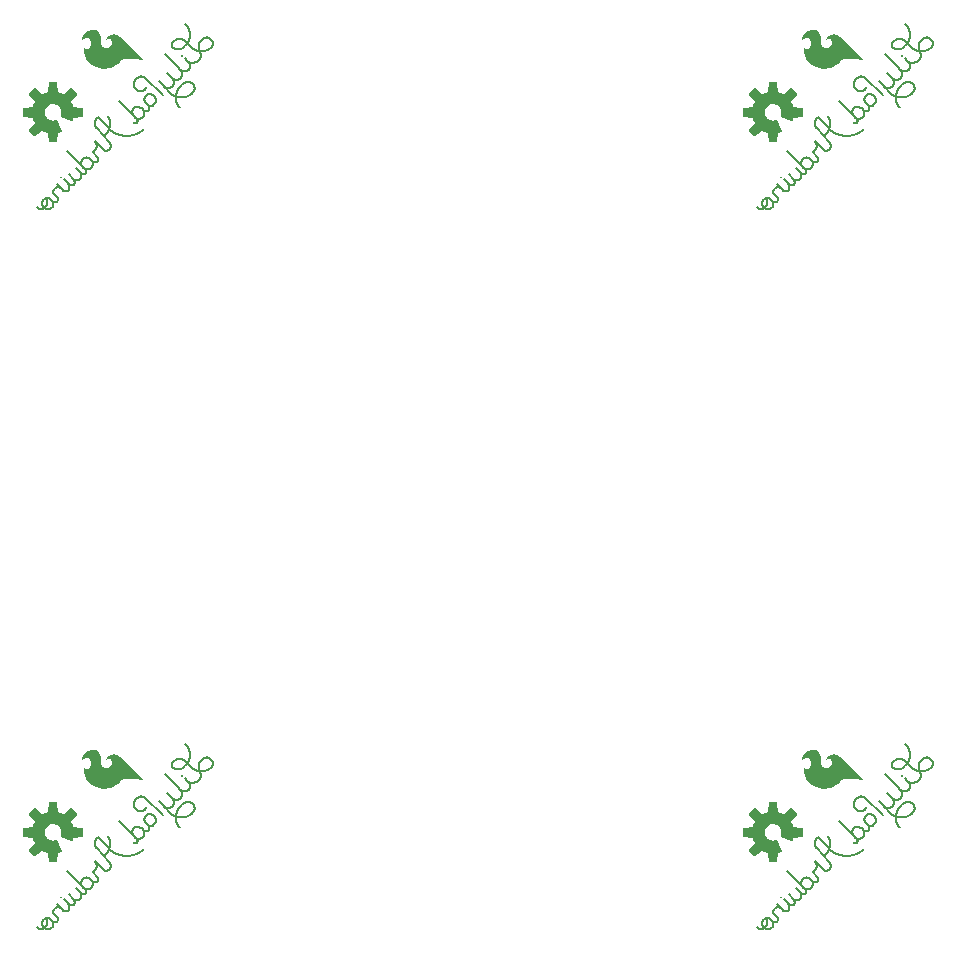
<source format=gbo>
G04 EAGLE Gerber RS-274X export*
G75*
%MOMM*%
%FSLAX34Y34*%
%LPD*%
%INSilkscreen Bottom*%
%IPPOS*%
%AMOC8*
5,1,8,0,0,1.08239X$1,22.5*%
G01*
%ADD10C,0.203200*%

G36*
X911153Y944933D02*
X911153Y944933D01*
X911261Y944947D01*
X911273Y944953D01*
X911287Y944955D01*
X911383Y945006D01*
X911480Y945054D01*
X911490Y945064D01*
X911502Y945070D01*
X911576Y945149D01*
X911653Y945226D01*
X911659Y945238D01*
X911669Y945248D01*
X911714Y945347D01*
X911762Y945444D01*
X911766Y945462D01*
X911770Y945471D01*
X911772Y945492D01*
X911791Y945589D01*
X912562Y953167D01*
X914806Y953885D01*
X914855Y953910D01*
X914908Y953926D01*
X914963Y953965D01*
X915023Y953996D01*
X915061Y954036D01*
X915107Y954068D01*
X915146Y954123D01*
X915193Y954171D01*
X915217Y954221D01*
X915249Y954266D01*
X915269Y954331D01*
X915297Y954391D01*
X915304Y954447D01*
X915320Y954500D01*
X915318Y954567D01*
X915326Y954634D01*
X915314Y954688D01*
X915312Y954744D01*
X915278Y954858D01*
X915275Y954872D01*
X915272Y954877D01*
X915270Y954885D01*
X911682Y963547D01*
X911625Y963639D01*
X911571Y963733D01*
X911560Y963742D01*
X911553Y963754D01*
X911470Y963823D01*
X911389Y963895D01*
X911375Y963900D01*
X911364Y963909D01*
X911263Y963947D01*
X911164Y963989D01*
X911149Y963990D01*
X911136Y963995D01*
X911028Y963999D01*
X910920Y964007D01*
X910902Y964003D01*
X910892Y964003D01*
X910871Y963997D01*
X910775Y963978D01*
X909312Y963542D01*
X907868Y963420D01*
X906429Y963596D01*
X905056Y964062D01*
X903808Y964799D01*
X902736Y965775D01*
X901886Y966949D01*
X901294Y968272D01*
X900985Y969688D01*
X900971Y971138D01*
X901254Y972560D01*
X901821Y973894D01*
X902649Y975084D01*
X903702Y976079D01*
X904937Y976839D01*
X906301Y977331D01*
X907736Y977533D01*
X909183Y977439D01*
X910579Y977050D01*
X911867Y976385D01*
X912993Y975470D01*
X913870Y974401D01*
X914523Y973181D01*
X914924Y971856D01*
X915060Y970479D01*
X914924Y969102D01*
X914501Y967707D01*
X914487Y967598D01*
X914469Y967490D01*
X914471Y967477D01*
X914469Y967465D01*
X914491Y967357D01*
X914508Y967249D01*
X914514Y967238D01*
X914517Y967225D01*
X914572Y967130D01*
X914623Y967033D01*
X914632Y967025D01*
X914639Y967014D01*
X914721Y966942D01*
X914801Y966866D01*
X914815Y966859D01*
X914822Y966853D01*
X914841Y966845D01*
X914931Y966797D01*
X923593Y963209D01*
X923648Y963196D01*
X923699Y963174D01*
X923766Y963169D01*
X923831Y963153D01*
X923886Y963159D01*
X923942Y963154D01*
X924007Y963171D01*
X924074Y963177D01*
X924124Y963200D01*
X924178Y963214D01*
X924235Y963250D01*
X924296Y963278D01*
X924337Y963316D01*
X924383Y963346D01*
X924425Y963399D01*
X924474Y963445D01*
X924500Y963494D01*
X924535Y963537D01*
X924582Y963647D01*
X924589Y963660D01*
X924590Y963665D01*
X924594Y963673D01*
X925311Y965916D01*
X932889Y966687D01*
X932994Y966715D01*
X933100Y966740D01*
X933112Y966747D01*
X933125Y966751D01*
X933215Y966811D01*
X933307Y966869D01*
X933316Y966879D01*
X933327Y966887D01*
X933393Y966973D01*
X933462Y967057D01*
X933467Y967070D01*
X933475Y967081D01*
X933510Y967184D01*
X933548Y967285D01*
X933550Y967303D01*
X933553Y967312D01*
X933553Y967334D01*
X933563Y967432D01*
X933563Y973525D01*
X933545Y973632D01*
X933531Y973740D01*
X933525Y973752D01*
X933523Y973766D01*
X933472Y973861D01*
X933424Y973959D01*
X933415Y973969D01*
X933408Y973981D01*
X933329Y974055D01*
X933253Y974132D01*
X933240Y974138D01*
X933230Y974148D01*
X933132Y974192D01*
X933034Y974241D01*
X933017Y974244D01*
X933008Y974248D01*
X932986Y974251D01*
X932889Y974270D01*
X925311Y975041D01*
X924593Y977285D01*
X924583Y977303D01*
X924545Y977399D01*
X923466Y979494D01*
X928281Y985397D01*
X928335Y985491D01*
X928393Y985583D01*
X928396Y985596D01*
X928403Y985608D01*
X928423Y985715D01*
X928448Y985821D01*
X928447Y985834D01*
X928449Y985848D01*
X928435Y985955D01*
X928424Y986063D01*
X928419Y986076D01*
X928417Y986090D01*
X928369Y986187D01*
X928324Y986286D01*
X928313Y986299D01*
X928308Y986308D01*
X928293Y986323D01*
X928230Y986400D01*
X923921Y990709D01*
X923833Y990773D01*
X923747Y990839D01*
X923734Y990843D01*
X923723Y990851D01*
X923619Y990883D01*
X923516Y990918D01*
X923502Y990918D01*
X923489Y990922D01*
X923381Y990919D01*
X923272Y990919D01*
X923259Y990915D01*
X923246Y990914D01*
X923144Y990876D01*
X923041Y990842D01*
X923026Y990832D01*
X923017Y990828D01*
X923000Y990815D01*
X922918Y990760D01*
X917015Y985945D01*
X914921Y987024D01*
X914901Y987030D01*
X914806Y987071D01*
X912562Y987790D01*
X911791Y995368D01*
X911763Y995473D01*
X911738Y995579D01*
X911731Y995590D01*
X911728Y995604D01*
X911667Y995694D01*
X911610Y995786D01*
X911599Y995795D01*
X911591Y995806D01*
X911505Y995872D01*
X911421Y995941D01*
X911408Y995946D01*
X911397Y995954D01*
X911295Y995989D01*
X911193Y996027D01*
X911175Y996029D01*
X911166Y996032D01*
X911144Y996032D01*
X911046Y996042D01*
X904954Y996042D01*
X904847Y996024D01*
X904739Y996010D01*
X904727Y996004D01*
X904713Y996002D01*
X904617Y995951D01*
X904520Y995903D01*
X904510Y995893D01*
X904498Y995887D01*
X904424Y995808D01*
X904346Y995731D01*
X904340Y995719D01*
X904331Y995709D01*
X904286Y995610D01*
X904238Y995513D01*
X904234Y995496D01*
X904230Y995487D01*
X904228Y995465D01*
X904208Y995368D01*
X903438Y987790D01*
X901194Y987071D01*
X901176Y987062D01*
X901079Y987024D01*
X898985Y985945D01*
X893082Y990760D01*
X892988Y990814D01*
X892896Y990871D01*
X892882Y990874D01*
X892870Y990881D01*
X892764Y990902D01*
X892658Y990927D01*
X892644Y990926D01*
X892631Y990928D01*
X892523Y990914D01*
X892415Y990903D01*
X892402Y990898D01*
X892389Y990896D01*
X892292Y990847D01*
X892193Y990803D01*
X892179Y990792D01*
X892170Y990787D01*
X892155Y990772D01*
X892078Y990709D01*
X887769Y986400D01*
X887706Y986311D01*
X887640Y986226D01*
X887635Y986213D01*
X887627Y986202D01*
X887596Y986098D01*
X887560Y985995D01*
X887560Y985981D01*
X887556Y985968D01*
X887560Y985860D01*
X887559Y985751D01*
X887564Y985738D01*
X887564Y985724D01*
X887603Y985622D01*
X887637Y985520D01*
X887647Y985505D01*
X887650Y985496D01*
X887664Y985479D01*
X887719Y985397D01*
X892533Y979494D01*
X891455Y977399D01*
X891448Y977380D01*
X891407Y977285D01*
X890689Y975041D01*
X883110Y974270D01*
X883006Y974242D01*
X882900Y974217D01*
X882888Y974210D01*
X882875Y974206D01*
X882785Y974146D01*
X882693Y974089D01*
X882684Y974078D01*
X882672Y974070D01*
X882607Y973984D01*
X882538Y973900D01*
X882533Y973887D01*
X882524Y973876D01*
X882490Y973773D01*
X882451Y973672D01*
X882450Y973654D01*
X882446Y973645D01*
X882447Y973623D01*
X882437Y973525D01*
X882437Y967432D01*
X882454Y967325D01*
X882468Y967218D01*
X882474Y967205D01*
X882477Y967192D01*
X882528Y967096D01*
X882575Y966998D01*
X882585Y966989D01*
X882592Y966976D01*
X882671Y966902D01*
X882747Y966825D01*
X882759Y966819D01*
X882770Y966810D01*
X882868Y966765D01*
X882965Y966716D01*
X882983Y966713D01*
X882992Y966709D01*
X883013Y966707D01*
X883110Y966687D01*
X890689Y965916D01*
X891407Y963673D01*
X891416Y963655D01*
X891455Y963558D01*
X892533Y961464D01*
X887719Y955561D01*
X887665Y955467D01*
X887607Y955374D01*
X887604Y955361D01*
X887597Y955349D01*
X887576Y955243D01*
X887552Y955137D01*
X887553Y955123D01*
X887550Y955109D01*
X887565Y955002D01*
X887575Y954894D01*
X887581Y954881D01*
X887583Y954868D01*
X887631Y954770D01*
X887676Y954671D01*
X887687Y954658D01*
X887691Y954649D01*
X887707Y954634D01*
X887769Y954557D01*
X892078Y950248D01*
X892167Y950185D01*
X892253Y950118D01*
X892266Y950114D01*
X892277Y950106D01*
X892380Y950075D01*
X892483Y950039D01*
X892497Y950039D01*
X892510Y950035D01*
X892619Y950039D01*
X892727Y950038D01*
X892740Y950043D01*
X892754Y950043D01*
X892856Y950081D01*
X892959Y950116D01*
X892973Y950125D01*
X892983Y950129D01*
X892999Y950143D01*
X893082Y950197D01*
X898985Y955012D01*
X901079Y953933D01*
X901098Y953927D01*
X901194Y953886D01*
X903438Y953168D01*
X904208Y945589D01*
X904237Y945485D01*
X904261Y945379D01*
X904268Y945367D01*
X904272Y945354D01*
X904333Y945264D01*
X904390Y945171D01*
X904401Y945162D01*
X904408Y945151D01*
X904494Y945085D01*
X904578Y945016D01*
X904591Y945011D01*
X904602Y945003D01*
X904705Y944969D01*
X904807Y944930D01*
X904824Y944928D01*
X904834Y944925D01*
X904855Y944925D01*
X904954Y944916D01*
X911046Y944916D01*
X911153Y944933D01*
G37*
G36*
X301553Y944933D02*
X301553Y944933D01*
X301661Y944947D01*
X301673Y944953D01*
X301687Y944955D01*
X301783Y945006D01*
X301880Y945054D01*
X301890Y945064D01*
X301902Y945070D01*
X301976Y945149D01*
X302053Y945226D01*
X302059Y945238D01*
X302069Y945248D01*
X302114Y945347D01*
X302162Y945444D01*
X302166Y945462D01*
X302170Y945471D01*
X302172Y945492D01*
X302191Y945589D01*
X302962Y953167D01*
X305206Y953885D01*
X305255Y953910D01*
X305308Y953926D01*
X305363Y953965D01*
X305423Y953996D01*
X305461Y954036D01*
X305507Y954068D01*
X305546Y954123D01*
X305593Y954171D01*
X305617Y954221D01*
X305649Y954266D01*
X305669Y954331D01*
X305697Y954391D01*
X305704Y954447D01*
X305720Y954500D01*
X305718Y954567D01*
X305726Y954634D01*
X305714Y954688D01*
X305712Y954744D01*
X305678Y954858D01*
X305675Y954872D01*
X305672Y954877D01*
X305670Y954885D01*
X302082Y963547D01*
X302025Y963639D01*
X301971Y963733D01*
X301960Y963742D01*
X301953Y963754D01*
X301870Y963823D01*
X301789Y963895D01*
X301775Y963900D01*
X301764Y963909D01*
X301663Y963947D01*
X301564Y963989D01*
X301549Y963990D01*
X301536Y963995D01*
X301428Y963999D01*
X301320Y964007D01*
X301302Y964003D01*
X301292Y964003D01*
X301271Y963997D01*
X301175Y963978D01*
X299712Y963542D01*
X298268Y963420D01*
X296829Y963596D01*
X295456Y964062D01*
X294208Y964799D01*
X293136Y965775D01*
X292286Y966949D01*
X291694Y968272D01*
X291385Y969688D01*
X291371Y971138D01*
X291654Y972560D01*
X292221Y973894D01*
X293049Y975084D01*
X294102Y976079D01*
X295337Y976839D01*
X296701Y977331D01*
X298136Y977533D01*
X299583Y977439D01*
X300979Y977050D01*
X302267Y976385D01*
X303393Y975470D01*
X304270Y974401D01*
X304923Y973181D01*
X305324Y971856D01*
X305460Y970479D01*
X305324Y969102D01*
X304901Y967707D01*
X304887Y967598D01*
X304869Y967490D01*
X304871Y967477D01*
X304869Y967465D01*
X304891Y967357D01*
X304908Y967249D01*
X304914Y967238D01*
X304917Y967225D01*
X304972Y967130D01*
X305023Y967033D01*
X305032Y967025D01*
X305039Y967014D01*
X305121Y966942D01*
X305201Y966866D01*
X305215Y966859D01*
X305222Y966853D01*
X305241Y966845D01*
X305331Y966797D01*
X313993Y963209D01*
X314048Y963196D01*
X314099Y963174D01*
X314166Y963169D01*
X314231Y963153D01*
X314286Y963159D01*
X314342Y963154D01*
X314407Y963171D01*
X314474Y963177D01*
X314524Y963200D01*
X314578Y963214D01*
X314635Y963250D01*
X314696Y963278D01*
X314737Y963316D01*
X314783Y963346D01*
X314825Y963399D01*
X314874Y963445D01*
X314900Y963494D01*
X314935Y963537D01*
X314982Y963647D01*
X314989Y963660D01*
X314990Y963665D01*
X314994Y963673D01*
X315711Y965916D01*
X323289Y966687D01*
X323394Y966715D01*
X323500Y966740D01*
X323512Y966747D01*
X323525Y966751D01*
X323615Y966811D01*
X323707Y966869D01*
X323716Y966879D01*
X323727Y966887D01*
X323793Y966973D01*
X323862Y967057D01*
X323867Y967070D01*
X323875Y967081D01*
X323910Y967184D01*
X323948Y967285D01*
X323950Y967303D01*
X323953Y967312D01*
X323953Y967334D01*
X323963Y967432D01*
X323963Y973525D01*
X323945Y973632D01*
X323931Y973740D01*
X323925Y973752D01*
X323923Y973766D01*
X323872Y973861D01*
X323824Y973959D01*
X323815Y973969D01*
X323808Y973981D01*
X323729Y974055D01*
X323653Y974132D01*
X323640Y974138D01*
X323630Y974148D01*
X323532Y974192D01*
X323434Y974241D01*
X323417Y974244D01*
X323408Y974248D01*
X323386Y974251D01*
X323289Y974270D01*
X315711Y975041D01*
X314993Y977285D01*
X314983Y977303D01*
X314945Y977399D01*
X313866Y979494D01*
X318681Y985397D01*
X318735Y985491D01*
X318793Y985583D01*
X318796Y985596D01*
X318803Y985608D01*
X318823Y985715D01*
X318848Y985821D01*
X318847Y985834D01*
X318849Y985848D01*
X318835Y985955D01*
X318824Y986063D01*
X318819Y986076D01*
X318817Y986090D01*
X318769Y986187D01*
X318724Y986286D01*
X318713Y986299D01*
X318708Y986308D01*
X318693Y986323D01*
X318630Y986400D01*
X314321Y990709D01*
X314233Y990773D01*
X314147Y990839D01*
X314134Y990843D01*
X314123Y990851D01*
X314019Y990883D01*
X313916Y990918D01*
X313902Y990918D01*
X313889Y990922D01*
X313781Y990919D01*
X313672Y990919D01*
X313659Y990915D01*
X313646Y990914D01*
X313544Y990876D01*
X313441Y990842D01*
X313426Y990832D01*
X313417Y990828D01*
X313400Y990815D01*
X313318Y990760D01*
X307415Y985945D01*
X305321Y987024D01*
X305301Y987030D01*
X305206Y987071D01*
X302962Y987790D01*
X302191Y995368D01*
X302163Y995473D01*
X302138Y995579D01*
X302131Y995590D01*
X302128Y995604D01*
X302067Y995694D01*
X302010Y995786D01*
X301999Y995795D01*
X301991Y995806D01*
X301905Y995872D01*
X301821Y995941D01*
X301808Y995946D01*
X301797Y995954D01*
X301695Y995989D01*
X301593Y996027D01*
X301575Y996029D01*
X301566Y996032D01*
X301544Y996032D01*
X301446Y996042D01*
X295354Y996042D01*
X295247Y996024D01*
X295139Y996010D01*
X295127Y996004D01*
X295113Y996002D01*
X295017Y995951D01*
X294920Y995903D01*
X294910Y995893D01*
X294898Y995887D01*
X294824Y995808D01*
X294746Y995731D01*
X294740Y995719D01*
X294731Y995709D01*
X294686Y995610D01*
X294638Y995513D01*
X294634Y995496D01*
X294630Y995487D01*
X294628Y995465D01*
X294608Y995368D01*
X293838Y987790D01*
X291594Y987071D01*
X291576Y987062D01*
X291479Y987024D01*
X289385Y985945D01*
X283482Y990760D01*
X283388Y990814D01*
X283296Y990871D01*
X283282Y990874D01*
X283270Y990881D01*
X283164Y990902D01*
X283058Y990927D01*
X283044Y990926D01*
X283031Y990928D01*
X282923Y990914D01*
X282815Y990903D01*
X282802Y990898D01*
X282789Y990896D01*
X282692Y990847D01*
X282593Y990803D01*
X282579Y990792D01*
X282570Y990787D01*
X282555Y990772D01*
X282478Y990709D01*
X278169Y986400D01*
X278106Y986311D01*
X278040Y986226D01*
X278035Y986213D01*
X278027Y986202D01*
X277996Y986098D01*
X277960Y985995D01*
X277960Y985981D01*
X277956Y985968D01*
X277960Y985860D01*
X277959Y985751D01*
X277964Y985738D01*
X277964Y985724D01*
X278003Y985622D01*
X278037Y985520D01*
X278047Y985505D01*
X278050Y985496D01*
X278064Y985479D01*
X278119Y985397D01*
X282933Y979494D01*
X281855Y977399D01*
X281848Y977380D01*
X281807Y977285D01*
X281089Y975041D01*
X273510Y974270D01*
X273406Y974242D01*
X273300Y974217D01*
X273288Y974210D01*
X273275Y974206D01*
X273185Y974146D01*
X273093Y974089D01*
X273084Y974078D01*
X273072Y974070D01*
X273007Y973984D01*
X272938Y973900D01*
X272933Y973887D01*
X272924Y973876D01*
X272890Y973773D01*
X272851Y973672D01*
X272850Y973654D01*
X272846Y973645D01*
X272847Y973623D01*
X272837Y973525D01*
X272837Y967432D01*
X272854Y967325D01*
X272868Y967218D01*
X272874Y967205D01*
X272877Y967192D01*
X272928Y967096D01*
X272975Y966998D01*
X272985Y966989D01*
X272992Y966976D01*
X273071Y966902D01*
X273147Y966825D01*
X273159Y966819D01*
X273170Y966810D01*
X273268Y966765D01*
X273365Y966716D01*
X273383Y966713D01*
X273392Y966709D01*
X273413Y966707D01*
X273510Y966687D01*
X281089Y965916D01*
X281807Y963673D01*
X281816Y963655D01*
X281855Y963558D01*
X282933Y961464D01*
X278119Y955561D01*
X278065Y955467D01*
X278007Y955374D01*
X278004Y955361D01*
X277997Y955349D01*
X277976Y955243D01*
X277952Y955137D01*
X277953Y955123D01*
X277950Y955109D01*
X277965Y955002D01*
X277975Y954894D01*
X277981Y954881D01*
X277983Y954868D01*
X278031Y954770D01*
X278076Y954671D01*
X278087Y954658D01*
X278091Y954649D01*
X278107Y954634D01*
X278169Y954557D01*
X282478Y950248D01*
X282567Y950185D01*
X282653Y950118D01*
X282666Y950114D01*
X282677Y950106D01*
X282780Y950075D01*
X282883Y950039D01*
X282897Y950039D01*
X282910Y950035D01*
X283019Y950039D01*
X283127Y950038D01*
X283140Y950043D01*
X283154Y950043D01*
X283256Y950081D01*
X283359Y950116D01*
X283373Y950125D01*
X283383Y950129D01*
X283399Y950143D01*
X283482Y950197D01*
X289385Y955012D01*
X291479Y953933D01*
X291498Y953927D01*
X291594Y953886D01*
X293838Y953168D01*
X294608Y945589D01*
X294637Y945485D01*
X294661Y945379D01*
X294668Y945367D01*
X294672Y945354D01*
X294733Y945264D01*
X294790Y945171D01*
X294801Y945162D01*
X294808Y945151D01*
X294894Y945085D01*
X294978Y945016D01*
X294991Y945011D01*
X295002Y945003D01*
X295105Y944969D01*
X295207Y944930D01*
X295224Y944928D01*
X295234Y944925D01*
X295255Y944925D01*
X295354Y944916D01*
X301446Y944916D01*
X301553Y944933D01*
G37*
G36*
X911153Y335333D02*
X911153Y335333D01*
X911261Y335347D01*
X911273Y335353D01*
X911287Y335355D01*
X911383Y335406D01*
X911480Y335454D01*
X911490Y335464D01*
X911502Y335470D01*
X911576Y335549D01*
X911653Y335626D01*
X911659Y335638D01*
X911669Y335648D01*
X911714Y335747D01*
X911762Y335844D01*
X911766Y335862D01*
X911770Y335871D01*
X911772Y335892D01*
X911791Y335989D01*
X912562Y343567D01*
X914806Y344285D01*
X914855Y344310D01*
X914908Y344326D01*
X914963Y344365D01*
X915023Y344396D01*
X915061Y344436D01*
X915107Y344468D01*
X915146Y344523D01*
X915193Y344571D01*
X915217Y344621D01*
X915249Y344666D01*
X915269Y344731D01*
X915297Y344791D01*
X915304Y344847D01*
X915320Y344900D01*
X915318Y344967D01*
X915326Y345034D01*
X915314Y345088D01*
X915312Y345144D01*
X915278Y345258D01*
X915275Y345272D01*
X915272Y345277D01*
X915270Y345285D01*
X911682Y353947D01*
X911625Y354039D01*
X911571Y354133D01*
X911560Y354142D01*
X911553Y354154D01*
X911470Y354223D01*
X911389Y354295D01*
X911375Y354300D01*
X911364Y354309D01*
X911263Y354347D01*
X911164Y354389D01*
X911149Y354390D01*
X911136Y354395D01*
X911028Y354399D01*
X910920Y354407D01*
X910902Y354403D01*
X910892Y354403D01*
X910871Y354397D01*
X910775Y354378D01*
X909312Y353942D01*
X907868Y353820D01*
X906429Y353996D01*
X905056Y354462D01*
X903808Y355199D01*
X902736Y356175D01*
X901886Y357349D01*
X901294Y358672D01*
X900985Y360088D01*
X900971Y361538D01*
X901254Y362960D01*
X901821Y364294D01*
X902649Y365484D01*
X903702Y366479D01*
X904937Y367239D01*
X906301Y367731D01*
X907736Y367933D01*
X909183Y367839D01*
X910579Y367450D01*
X911867Y366785D01*
X912993Y365870D01*
X913870Y364801D01*
X914523Y363581D01*
X914924Y362256D01*
X915060Y360879D01*
X914924Y359502D01*
X914501Y358107D01*
X914487Y357998D01*
X914469Y357890D01*
X914471Y357877D01*
X914469Y357865D01*
X914491Y357757D01*
X914508Y357649D01*
X914514Y357638D01*
X914517Y357625D01*
X914572Y357530D01*
X914623Y357433D01*
X914632Y357425D01*
X914639Y357414D01*
X914721Y357342D01*
X914801Y357266D01*
X914815Y357259D01*
X914822Y357253D01*
X914841Y357245D01*
X914931Y357197D01*
X923593Y353609D01*
X923648Y353596D01*
X923699Y353574D01*
X923766Y353569D01*
X923831Y353553D01*
X923886Y353559D01*
X923942Y353554D01*
X924007Y353571D01*
X924074Y353577D01*
X924124Y353600D01*
X924178Y353614D01*
X924235Y353650D01*
X924296Y353678D01*
X924337Y353716D01*
X924383Y353746D01*
X924425Y353799D01*
X924474Y353845D01*
X924500Y353894D01*
X924535Y353937D01*
X924582Y354047D01*
X924589Y354060D01*
X924590Y354065D01*
X924594Y354073D01*
X925311Y356316D01*
X932889Y357087D01*
X932994Y357115D01*
X933100Y357140D01*
X933112Y357147D01*
X933125Y357151D01*
X933215Y357211D01*
X933307Y357269D01*
X933316Y357279D01*
X933327Y357287D01*
X933393Y357373D01*
X933462Y357457D01*
X933467Y357470D01*
X933475Y357481D01*
X933510Y357584D01*
X933548Y357685D01*
X933550Y357703D01*
X933553Y357712D01*
X933553Y357734D01*
X933563Y357832D01*
X933563Y363925D01*
X933545Y364032D01*
X933531Y364140D01*
X933525Y364152D01*
X933523Y364166D01*
X933472Y364261D01*
X933424Y364359D01*
X933415Y364369D01*
X933408Y364381D01*
X933329Y364455D01*
X933253Y364532D01*
X933240Y364538D01*
X933230Y364548D01*
X933132Y364592D01*
X933034Y364641D01*
X933017Y364644D01*
X933008Y364648D01*
X932986Y364651D01*
X932889Y364670D01*
X925311Y365441D01*
X924593Y367685D01*
X924583Y367703D01*
X924545Y367799D01*
X923466Y369894D01*
X928281Y375797D01*
X928335Y375891D01*
X928393Y375983D01*
X928396Y375996D01*
X928403Y376008D01*
X928423Y376115D01*
X928448Y376221D01*
X928447Y376234D01*
X928449Y376248D01*
X928435Y376355D01*
X928424Y376463D01*
X928419Y376476D01*
X928417Y376490D01*
X928369Y376587D01*
X928324Y376686D01*
X928313Y376699D01*
X928308Y376708D01*
X928293Y376723D01*
X928230Y376800D01*
X923921Y381109D01*
X923833Y381173D01*
X923747Y381239D01*
X923734Y381243D01*
X923723Y381251D01*
X923619Y381283D01*
X923516Y381318D01*
X923502Y381318D01*
X923489Y381322D01*
X923381Y381319D01*
X923272Y381319D01*
X923259Y381315D01*
X923246Y381314D01*
X923144Y381276D01*
X923041Y381242D01*
X923026Y381232D01*
X923017Y381228D01*
X923000Y381215D01*
X922918Y381160D01*
X917015Y376345D01*
X914921Y377424D01*
X914901Y377430D01*
X914806Y377471D01*
X912562Y378190D01*
X911791Y385768D01*
X911763Y385873D01*
X911738Y385979D01*
X911731Y385990D01*
X911728Y386004D01*
X911667Y386094D01*
X911610Y386186D01*
X911599Y386195D01*
X911591Y386206D01*
X911505Y386272D01*
X911421Y386341D01*
X911408Y386346D01*
X911397Y386354D01*
X911295Y386389D01*
X911193Y386427D01*
X911175Y386429D01*
X911166Y386432D01*
X911144Y386432D01*
X911046Y386442D01*
X904954Y386442D01*
X904847Y386424D01*
X904739Y386410D01*
X904727Y386404D01*
X904713Y386402D01*
X904617Y386351D01*
X904520Y386303D01*
X904510Y386293D01*
X904498Y386287D01*
X904424Y386208D01*
X904346Y386131D01*
X904340Y386119D01*
X904331Y386109D01*
X904286Y386010D01*
X904238Y385913D01*
X904234Y385896D01*
X904230Y385887D01*
X904228Y385865D01*
X904208Y385768D01*
X903438Y378190D01*
X901194Y377471D01*
X901176Y377462D01*
X901079Y377424D01*
X898985Y376345D01*
X893082Y381160D01*
X892988Y381214D01*
X892896Y381271D01*
X892882Y381274D01*
X892870Y381281D01*
X892764Y381302D01*
X892658Y381327D01*
X892644Y381326D01*
X892631Y381328D01*
X892523Y381314D01*
X892415Y381303D01*
X892402Y381298D01*
X892389Y381296D01*
X892292Y381247D01*
X892193Y381203D01*
X892179Y381192D01*
X892170Y381187D01*
X892155Y381172D01*
X892078Y381109D01*
X887769Y376800D01*
X887706Y376711D01*
X887640Y376626D01*
X887635Y376613D01*
X887627Y376602D01*
X887596Y376498D01*
X887560Y376395D01*
X887560Y376381D01*
X887556Y376368D01*
X887560Y376260D01*
X887559Y376151D01*
X887564Y376138D01*
X887564Y376124D01*
X887603Y376022D01*
X887637Y375920D01*
X887647Y375905D01*
X887650Y375896D01*
X887664Y375879D01*
X887719Y375797D01*
X892533Y369894D01*
X891455Y367799D01*
X891448Y367780D01*
X891407Y367685D01*
X890689Y365441D01*
X883110Y364670D01*
X883006Y364642D01*
X882900Y364617D01*
X882888Y364610D01*
X882875Y364606D01*
X882785Y364546D01*
X882693Y364489D01*
X882684Y364478D01*
X882672Y364470D01*
X882607Y364384D01*
X882538Y364300D01*
X882533Y364287D01*
X882524Y364276D01*
X882490Y364173D01*
X882451Y364072D01*
X882450Y364054D01*
X882446Y364045D01*
X882447Y364023D01*
X882437Y363925D01*
X882437Y357832D01*
X882454Y357725D01*
X882468Y357618D01*
X882474Y357605D01*
X882477Y357592D01*
X882528Y357496D01*
X882575Y357398D01*
X882585Y357389D01*
X882592Y357376D01*
X882671Y357302D01*
X882747Y357225D01*
X882759Y357219D01*
X882770Y357210D01*
X882868Y357165D01*
X882965Y357116D01*
X882983Y357113D01*
X882992Y357109D01*
X883013Y357107D01*
X883110Y357087D01*
X890689Y356316D01*
X891407Y354073D01*
X891416Y354055D01*
X891455Y353958D01*
X892533Y351864D01*
X887719Y345961D01*
X887665Y345867D01*
X887607Y345774D01*
X887604Y345761D01*
X887597Y345749D01*
X887576Y345643D01*
X887552Y345537D01*
X887553Y345523D01*
X887550Y345509D01*
X887565Y345402D01*
X887575Y345294D01*
X887581Y345281D01*
X887583Y345268D01*
X887631Y345170D01*
X887676Y345071D01*
X887687Y345058D01*
X887691Y345049D01*
X887707Y345034D01*
X887769Y344957D01*
X892078Y340648D01*
X892167Y340585D01*
X892253Y340518D01*
X892266Y340514D01*
X892277Y340506D01*
X892380Y340475D01*
X892483Y340439D01*
X892497Y340439D01*
X892510Y340435D01*
X892619Y340439D01*
X892727Y340438D01*
X892740Y340443D01*
X892754Y340443D01*
X892856Y340481D01*
X892959Y340516D01*
X892973Y340525D01*
X892983Y340529D01*
X892999Y340543D01*
X893082Y340597D01*
X898985Y345412D01*
X901079Y344333D01*
X901098Y344327D01*
X901194Y344286D01*
X903438Y343568D01*
X904208Y335989D01*
X904237Y335885D01*
X904261Y335779D01*
X904268Y335767D01*
X904272Y335754D01*
X904333Y335664D01*
X904390Y335571D01*
X904401Y335562D01*
X904408Y335551D01*
X904494Y335485D01*
X904578Y335416D01*
X904591Y335411D01*
X904602Y335403D01*
X904705Y335369D01*
X904807Y335330D01*
X904824Y335328D01*
X904834Y335325D01*
X904855Y335325D01*
X904954Y335316D01*
X911046Y335316D01*
X911153Y335333D01*
G37*
G36*
X301553Y335333D02*
X301553Y335333D01*
X301661Y335347D01*
X301673Y335353D01*
X301687Y335355D01*
X301783Y335406D01*
X301880Y335454D01*
X301890Y335464D01*
X301902Y335470D01*
X301976Y335549D01*
X302053Y335626D01*
X302059Y335638D01*
X302069Y335648D01*
X302114Y335747D01*
X302162Y335844D01*
X302166Y335862D01*
X302170Y335871D01*
X302172Y335892D01*
X302191Y335989D01*
X302962Y343567D01*
X305206Y344285D01*
X305255Y344310D01*
X305308Y344326D01*
X305363Y344365D01*
X305423Y344396D01*
X305461Y344436D01*
X305507Y344468D01*
X305546Y344523D01*
X305593Y344571D01*
X305617Y344621D01*
X305649Y344666D01*
X305669Y344731D01*
X305697Y344791D01*
X305704Y344847D01*
X305720Y344900D01*
X305718Y344967D01*
X305726Y345034D01*
X305714Y345088D01*
X305712Y345144D01*
X305678Y345258D01*
X305675Y345272D01*
X305672Y345277D01*
X305670Y345285D01*
X302082Y353947D01*
X302025Y354039D01*
X301971Y354133D01*
X301960Y354142D01*
X301953Y354154D01*
X301870Y354223D01*
X301789Y354295D01*
X301775Y354300D01*
X301764Y354309D01*
X301663Y354347D01*
X301564Y354389D01*
X301549Y354390D01*
X301536Y354395D01*
X301428Y354399D01*
X301320Y354407D01*
X301302Y354403D01*
X301292Y354403D01*
X301271Y354397D01*
X301175Y354378D01*
X299712Y353942D01*
X298268Y353820D01*
X296829Y353996D01*
X295456Y354462D01*
X294208Y355199D01*
X293136Y356175D01*
X292286Y357349D01*
X291694Y358672D01*
X291385Y360088D01*
X291371Y361538D01*
X291654Y362960D01*
X292221Y364294D01*
X293049Y365484D01*
X294102Y366479D01*
X295337Y367239D01*
X296701Y367731D01*
X298136Y367933D01*
X299583Y367839D01*
X300979Y367450D01*
X302267Y366785D01*
X303393Y365870D01*
X304270Y364801D01*
X304923Y363581D01*
X305324Y362256D01*
X305460Y360879D01*
X305324Y359502D01*
X304901Y358107D01*
X304887Y357998D01*
X304869Y357890D01*
X304871Y357877D01*
X304869Y357865D01*
X304891Y357757D01*
X304908Y357649D01*
X304914Y357638D01*
X304917Y357625D01*
X304972Y357530D01*
X305023Y357433D01*
X305032Y357425D01*
X305039Y357414D01*
X305121Y357342D01*
X305201Y357266D01*
X305215Y357259D01*
X305222Y357253D01*
X305241Y357245D01*
X305331Y357197D01*
X313993Y353609D01*
X314048Y353596D01*
X314099Y353574D01*
X314166Y353569D01*
X314231Y353553D01*
X314286Y353559D01*
X314342Y353554D01*
X314407Y353571D01*
X314474Y353577D01*
X314524Y353600D01*
X314578Y353614D01*
X314635Y353650D01*
X314696Y353678D01*
X314737Y353716D01*
X314783Y353746D01*
X314825Y353799D01*
X314874Y353845D01*
X314900Y353894D01*
X314935Y353937D01*
X314982Y354047D01*
X314989Y354060D01*
X314990Y354065D01*
X314994Y354073D01*
X315711Y356316D01*
X323289Y357087D01*
X323394Y357115D01*
X323500Y357140D01*
X323512Y357147D01*
X323525Y357151D01*
X323615Y357211D01*
X323707Y357269D01*
X323716Y357279D01*
X323727Y357287D01*
X323793Y357373D01*
X323862Y357457D01*
X323867Y357470D01*
X323875Y357481D01*
X323910Y357584D01*
X323948Y357685D01*
X323950Y357703D01*
X323953Y357712D01*
X323953Y357734D01*
X323963Y357832D01*
X323963Y363925D01*
X323945Y364032D01*
X323931Y364140D01*
X323925Y364152D01*
X323923Y364166D01*
X323872Y364261D01*
X323824Y364359D01*
X323815Y364369D01*
X323808Y364381D01*
X323729Y364455D01*
X323653Y364532D01*
X323640Y364538D01*
X323630Y364548D01*
X323532Y364592D01*
X323434Y364641D01*
X323417Y364644D01*
X323408Y364648D01*
X323386Y364651D01*
X323289Y364670D01*
X315711Y365441D01*
X314993Y367685D01*
X314983Y367703D01*
X314945Y367799D01*
X313866Y369894D01*
X318681Y375797D01*
X318735Y375891D01*
X318793Y375983D01*
X318796Y375996D01*
X318803Y376008D01*
X318823Y376115D01*
X318848Y376221D01*
X318847Y376234D01*
X318849Y376248D01*
X318835Y376355D01*
X318824Y376463D01*
X318819Y376476D01*
X318817Y376490D01*
X318769Y376587D01*
X318724Y376686D01*
X318713Y376699D01*
X318708Y376708D01*
X318693Y376723D01*
X318630Y376800D01*
X314321Y381109D01*
X314233Y381173D01*
X314147Y381239D01*
X314134Y381243D01*
X314123Y381251D01*
X314019Y381283D01*
X313916Y381318D01*
X313902Y381318D01*
X313889Y381322D01*
X313781Y381319D01*
X313672Y381319D01*
X313659Y381315D01*
X313646Y381314D01*
X313544Y381276D01*
X313441Y381242D01*
X313426Y381232D01*
X313417Y381228D01*
X313400Y381215D01*
X313318Y381160D01*
X307415Y376345D01*
X305321Y377424D01*
X305301Y377430D01*
X305206Y377471D01*
X302962Y378190D01*
X302191Y385768D01*
X302163Y385873D01*
X302138Y385979D01*
X302131Y385990D01*
X302128Y386004D01*
X302067Y386094D01*
X302010Y386186D01*
X301999Y386195D01*
X301991Y386206D01*
X301905Y386272D01*
X301821Y386341D01*
X301808Y386346D01*
X301797Y386354D01*
X301695Y386389D01*
X301593Y386427D01*
X301575Y386429D01*
X301566Y386432D01*
X301544Y386432D01*
X301446Y386442D01*
X295354Y386442D01*
X295247Y386424D01*
X295139Y386410D01*
X295127Y386404D01*
X295113Y386402D01*
X295017Y386351D01*
X294920Y386303D01*
X294910Y386293D01*
X294898Y386287D01*
X294824Y386208D01*
X294746Y386131D01*
X294740Y386119D01*
X294731Y386109D01*
X294686Y386010D01*
X294638Y385913D01*
X294634Y385896D01*
X294630Y385887D01*
X294628Y385865D01*
X294608Y385768D01*
X293838Y378190D01*
X291594Y377471D01*
X291576Y377462D01*
X291479Y377424D01*
X289385Y376345D01*
X283482Y381160D01*
X283388Y381214D01*
X283296Y381271D01*
X283282Y381274D01*
X283270Y381281D01*
X283164Y381302D01*
X283058Y381327D01*
X283044Y381326D01*
X283031Y381328D01*
X282923Y381314D01*
X282815Y381303D01*
X282802Y381298D01*
X282789Y381296D01*
X282692Y381247D01*
X282593Y381203D01*
X282579Y381192D01*
X282570Y381187D01*
X282555Y381172D01*
X282478Y381109D01*
X278169Y376800D01*
X278106Y376711D01*
X278040Y376626D01*
X278035Y376613D01*
X278027Y376602D01*
X277996Y376498D01*
X277960Y376395D01*
X277960Y376381D01*
X277956Y376368D01*
X277960Y376260D01*
X277959Y376151D01*
X277964Y376138D01*
X277964Y376124D01*
X278003Y376022D01*
X278037Y375920D01*
X278047Y375905D01*
X278050Y375896D01*
X278064Y375879D01*
X278119Y375797D01*
X282933Y369894D01*
X281855Y367799D01*
X281848Y367780D01*
X281807Y367685D01*
X281089Y365441D01*
X273510Y364670D01*
X273406Y364642D01*
X273300Y364617D01*
X273288Y364610D01*
X273275Y364606D01*
X273185Y364546D01*
X273093Y364489D01*
X273084Y364478D01*
X273072Y364470D01*
X273007Y364384D01*
X272938Y364300D01*
X272933Y364287D01*
X272924Y364276D01*
X272890Y364173D01*
X272851Y364072D01*
X272850Y364054D01*
X272846Y364045D01*
X272847Y364023D01*
X272837Y363925D01*
X272837Y357832D01*
X272854Y357725D01*
X272868Y357618D01*
X272874Y357605D01*
X272877Y357592D01*
X272928Y357496D01*
X272975Y357398D01*
X272985Y357389D01*
X272992Y357376D01*
X273071Y357302D01*
X273147Y357225D01*
X273159Y357219D01*
X273170Y357210D01*
X273268Y357165D01*
X273365Y357116D01*
X273383Y357113D01*
X273392Y357109D01*
X273413Y357107D01*
X273510Y357087D01*
X281089Y356316D01*
X281807Y354073D01*
X281816Y354055D01*
X281855Y353958D01*
X282933Y351864D01*
X278119Y345961D01*
X278065Y345867D01*
X278007Y345774D01*
X278004Y345761D01*
X277997Y345749D01*
X277976Y345643D01*
X277952Y345537D01*
X277953Y345523D01*
X277950Y345509D01*
X277965Y345402D01*
X277975Y345294D01*
X277981Y345281D01*
X277983Y345268D01*
X278031Y345170D01*
X278076Y345071D01*
X278087Y345058D01*
X278091Y345049D01*
X278107Y345034D01*
X278169Y344957D01*
X282478Y340648D01*
X282567Y340585D01*
X282653Y340518D01*
X282666Y340514D01*
X282677Y340506D01*
X282780Y340475D01*
X282883Y340439D01*
X282897Y340439D01*
X282910Y340435D01*
X283019Y340439D01*
X283127Y340438D01*
X283140Y340443D01*
X283154Y340443D01*
X283256Y340481D01*
X283359Y340516D01*
X283373Y340525D01*
X283383Y340529D01*
X283399Y340543D01*
X283482Y340597D01*
X289385Y345412D01*
X291479Y344333D01*
X291498Y344327D01*
X291594Y344286D01*
X293838Y343568D01*
X294608Y335989D01*
X294637Y335885D01*
X294661Y335779D01*
X294668Y335767D01*
X294672Y335754D01*
X294733Y335664D01*
X294790Y335571D01*
X294801Y335562D01*
X294808Y335551D01*
X294894Y335485D01*
X294978Y335416D01*
X294991Y335411D01*
X295002Y335403D01*
X295105Y335369D01*
X295207Y335330D01*
X295224Y335328D01*
X295234Y335325D01*
X295255Y335325D01*
X295354Y335316D01*
X301446Y335316D01*
X301553Y335333D01*
G37*
G36*
X342877Y1007456D02*
X342877Y1007456D01*
X342877Y1007455D01*
X344999Y1007738D01*
X347191Y1008233D01*
X347192Y1008234D01*
X347192Y1008233D01*
X349243Y1009011D01*
X349243Y1009012D01*
X351223Y1010143D01*
X351224Y1010143D01*
X353133Y1011628D01*
X353133Y1011629D01*
X354901Y1013396D01*
X355891Y1014386D01*
X356880Y1014951D01*
X358010Y1015375D01*
X359212Y1015587D01*
X360555Y1015658D01*
X362110Y1015658D01*
X363807Y1015516D01*
X365716Y1015446D01*
X367484Y1015375D01*
X369110Y1015304D01*
X370666Y1015163D01*
X372009Y1015092D01*
X373140Y1014951D01*
X373141Y1014951D01*
X374060Y1014880D01*
X374625Y1014880D01*
X374837Y1014810D01*
X374839Y1014810D01*
X374841Y1014810D01*
X374841Y1014812D01*
X374843Y1014812D01*
X374841Y1014815D01*
X374842Y1014818D01*
X372579Y1017080D01*
X368053Y1021606D01*
X365791Y1023869D01*
X363528Y1026131D01*
X356669Y1032990D01*
X356669Y1032991D01*
X355255Y1034263D01*
X355254Y1034263D01*
X355254Y1034264D01*
X353981Y1035254D01*
X352708Y1035961D01*
X352707Y1035961D01*
X351505Y1036315D01*
X351504Y1036315D01*
X350373Y1036457D01*
X350372Y1036456D01*
X350372Y1036457D01*
X349241Y1036457D01*
X349240Y1036456D01*
X349240Y1036457D01*
X348179Y1036244D01*
X348178Y1036244D01*
X347188Y1035820D01*
X346198Y1035254D01*
X346197Y1035254D01*
X345349Y1034688D01*
X345349Y1034687D01*
X345348Y1034687D01*
X344075Y1033415D01*
X344075Y1033414D01*
X343651Y1032848D01*
X343650Y1032847D01*
X343438Y1032352D01*
X343297Y1032071D01*
X343227Y1032000D01*
X343227Y1031999D01*
X343225Y1031998D01*
X343227Y1031996D01*
X343226Y1031994D01*
X343229Y1031994D01*
X343230Y1031992D01*
X343372Y1031992D01*
X343373Y1031993D01*
X343373Y1031992D01*
X343586Y1032063D01*
X344010Y1032204D01*
X344010Y1032205D01*
X344010Y1032204D01*
X344505Y1032416D01*
X344999Y1032487D01*
X345635Y1032558D01*
X346200Y1032558D01*
X346694Y1032487D01*
X347258Y1032205D01*
X347752Y1031711D01*
X348105Y1031076D01*
X348317Y1030440D01*
X348317Y1029593D01*
X348315Y1029572D01*
X348312Y1029527D01*
X348311Y1029527D01*
X348310Y1029507D01*
X348307Y1029463D01*
X348307Y1029462D01*
X348303Y1029418D01*
X348298Y1029353D01*
X348295Y1029309D01*
X348295Y1029308D01*
X348291Y1029264D01*
X348290Y1029244D01*
X348286Y1029199D01*
X348283Y1029154D01*
X348281Y1029135D01*
X348278Y1029090D01*
X348274Y1029045D01*
X348269Y1028981D01*
X348266Y1028936D01*
X348263Y1028891D01*
X348261Y1028871D01*
X348258Y1028827D01*
X348258Y1028826D01*
X348254Y1028782D01*
X348249Y1028717D01*
X348246Y1028675D01*
X347822Y1027827D01*
X347257Y1026838D01*
X346126Y1025708D01*
X344855Y1025001D01*
X343442Y1024719D01*
X343385Y1024722D01*
X343291Y1024727D01*
X343290Y1024727D01*
X343196Y1024732D01*
X343102Y1024737D01*
X343101Y1024737D01*
X343007Y1024742D01*
X342913Y1024747D01*
X342819Y1024752D01*
X342818Y1024752D01*
X342724Y1024756D01*
X342724Y1024757D01*
X342630Y1024761D01*
X342629Y1024761D01*
X342535Y1024766D01*
X342441Y1024771D01*
X342347Y1024776D01*
X342346Y1024776D01*
X342252Y1024781D01*
X342158Y1024786D01*
X342157Y1024786D01*
X342100Y1024789D01*
X340900Y1025425D01*
X339911Y1026414D01*
X339346Y1027968D01*
X339205Y1029946D01*
X339205Y1032350D01*
X339205Y1032351D01*
X338922Y1034472D01*
X338921Y1034473D01*
X338922Y1034473D01*
X338285Y1036383D01*
X337436Y1037939D01*
X337436Y1037940D01*
X336234Y1039142D01*
X336232Y1039142D01*
X336232Y1039143D01*
X334606Y1039921D01*
X334605Y1039921D01*
X332695Y1040275D01*
X332694Y1040275D01*
X330502Y1040063D01*
X330501Y1040062D01*
X330501Y1040063D01*
X328026Y1039285D01*
X328026Y1039284D01*
X328025Y1039284D01*
X326116Y1038082D01*
X326115Y1038081D01*
X324771Y1036596D01*
X323851Y1034969D01*
X323215Y1033484D01*
X323215Y1033483D01*
X323214Y1033483D01*
X322861Y1032140D01*
X322861Y1032139D01*
X322860Y1032136D01*
X322859Y1032126D01*
X322857Y1032116D01*
X322855Y1032106D01*
X322854Y1032096D01*
X322852Y1032086D01*
X322850Y1032076D01*
X322849Y1032066D01*
X322847Y1032056D01*
X322845Y1032046D01*
X322844Y1032036D01*
X322842Y1032026D01*
X322840Y1032016D01*
X322839Y1032007D01*
X322839Y1032006D01*
X322837Y1031997D01*
X322835Y1031987D01*
X322834Y1031977D01*
X322832Y1031967D01*
X322830Y1031957D01*
X322829Y1031947D01*
X322827Y1031937D01*
X322825Y1031927D01*
X322824Y1031917D01*
X322822Y1031907D01*
X322820Y1031897D01*
X322819Y1031887D01*
X322817Y1031877D01*
X322816Y1031867D01*
X322815Y1031867D01*
X322816Y1031867D01*
X322814Y1031857D01*
X322812Y1031848D01*
X322812Y1031847D01*
X322811Y1031838D01*
X322809Y1031828D01*
X322807Y1031818D01*
X322806Y1031808D01*
X322804Y1031798D01*
X322802Y1031788D01*
X322801Y1031778D01*
X322799Y1031768D01*
X322797Y1031758D01*
X322796Y1031748D01*
X322794Y1031738D01*
X322792Y1031728D01*
X322791Y1031718D01*
X322789Y1031708D01*
X322787Y1031698D01*
X322786Y1031689D01*
X322786Y1031688D01*
X322784Y1031679D01*
X322782Y1031669D01*
X322781Y1031659D01*
X322779Y1031649D01*
X322777Y1031639D01*
X322776Y1031629D01*
X322774Y1031619D01*
X322772Y1031609D01*
X322771Y1031599D01*
X322769Y1031589D01*
X322767Y1031579D01*
X322765Y1031564D01*
X322763Y1031554D01*
X322762Y1031544D01*
X322760Y1031535D01*
X322760Y1031534D01*
X322758Y1031525D01*
X322757Y1031515D01*
X322755Y1031505D01*
X322753Y1031495D01*
X322752Y1031485D01*
X322750Y1031475D01*
X322748Y1031465D01*
X322747Y1031455D01*
X322745Y1031445D01*
X322743Y1031435D01*
X322742Y1031425D01*
X322740Y1031415D01*
X322739Y1031405D01*
X322738Y1031405D01*
X322739Y1031405D01*
X322737Y1031395D01*
X322735Y1031385D01*
X322734Y1031376D01*
X322734Y1031375D01*
X322732Y1031366D01*
X322730Y1031356D01*
X322729Y1031346D01*
X322727Y1031336D01*
X322725Y1031326D01*
X322724Y1031316D01*
X322722Y1031306D01*
X322720Y1031296D01*
X322719Y1031291D01*
X322718Y1031286D01*
X322715Y1031266D01*
X322714Y1031266D01*
X322714Y1031261D01*
X322713Y1031261D01*
X322714Y1031261D01*
X322710Y1031241D01*
X322709Y1031236D01*
X322705Y1031217D01*
X322705Y1031216D01*
X322704Y1031212D01*
X322704Y1031211D01*
X322699Y1031187D01*
X322694Y1031162D01*
X322689Y1031137D01*
X322684Y1031112D01*
X322683Y1031107D01*
X322679Y1031087D01*
X322678Y1031082D01*
X322674Y1031062D01*
X322673Y1031058D01*
X322673Y1031057D01*
X322669Y1031038D01*
X322668Y1031033D01*
X322663Y1031008D01*
X322658Y1030983D01*
X322653Y1030958D01*
X322649Y1030937D01*
X322650Y1030935D01*
X322650Y1030933D01*
X322651Y1030933D01*
X322652Y1030932D01*
X322654Y1030933D01*
X322655Y1030933D01*
X322657Y1030933D01*
X322728Y1031003D01*
X322728Y1031004D01*
X322729Y1031004D01*
X322940Y1031357D01*
X323859Y1032276D01*
X324566Y1032841D01*
X325272Y1033265D01*
X326119Y1033548D01*
X327179Y1033618D01*
X327815Y1033548D01*
X328450Y1033336D01*
X328944Y1033124D01*
X329438Y1032771D01*
X329791Y1032277D01*
X330144Y1031642D01*
X330285Y1030935D01*
X330286Y1030935D01*
X330285Y1030935D01*
X330497Y1030016D01*
X330497Y1029310D01*
X330497Y1029309D01*
X330497Y1029308D01*
X330494Y1029264D01*
X330492Y1029244D01*
X330489Y1029199D01*
X330486Y1029154D01*
X330485Y1029154D01*
X330484Y1029135D01*
X330481Y1029090D01*
X330477Y1029045D01*
X330472Y1028981D01*
X330469Y1028936D01*
X330465Y1028891D01*
X330464Y1028871D01*
X330460Y1028827D01*
X330460Y1028826D01*
X330457Y1028782D01*
X330455Y1028762D01*
X330452Y1028717D01*
X330448Y1028673D01*
X330448Y1028672D01*
X330443Y1028608D01*
X330440Y1028563D01*
X330437Y1028518D01*
X330435Y1028499D01*
X330432Y1028454D01*
X330428Y1028409D01*
X330427Y1028391D01*
X330426Y1028384D01*
X330424Y1028374D01*
X330422Y1028364D01*
X330421Y1028355D01*
X330421Y1028354D01*
X330419Y1028345D01*
X330417Y1028335D01*
X330416Y1028325D01*
X330414Y1028315D01*
X330412Y1028305D01*
X330411Y1028295D01*
X330409Y1028285D01*
X330407Y1028275D01*
X330406Y1028265D01*
X330404Y1028255D01*
X330402Y1028245D01*
X330401Y1028235D01*
X330399Y1028225D01*
X330398Y1028215D01*
X330397Y1028215D01*
X330396Y1028205D01*
X330394Y1028196D01*
X330394Y1028195D01*
X330393Y1028186D01*
X330391Y1028176D01*
X330389Y1028166D01*
X330388Y1028156D01*
X330386Y1028146D01*
X330384Y1028136D01*
X330383Y1028126D01*
X330381Y1028116D01*
X330378Y1028101D01*
X330377Y1028091D01*
X330375Y1028081D01*
X330373Y1028071D01*
X330372Y1028061D01*
X330370Y1028051D01*
X330369Y1028041D01*
X330368Y1028041D01*
X330369Y1028041D01*
X330367Y1028032D01*
X330367Y1028031D01*
X330365Y1028022D01*
X330364Y1028012D01*
X330362Y1028002D01*
X330360Y1027992D01*
X330359Y1027982D01*
X330357Y1027972D01*
X330355Y1027962D01*
X330354Y1027952D01*
X330352Y1027942D01*
X330350Y1027932D01*
X330349Y1027922D01*
X330347Y1027912D01*
X330345Y1027902D01*
X330344Y1027892D01*
X330342Y1027882D01*
X330340Y1027873D01*
X330340Y1027872D01*
X330339Y1027863D01*
X330337Y1027853D01*
X330335Y1027843D01*
X330334Y1027833D01*
X330332Y1027823D01*
X330330Y1027813D01*
X330329Y1027803D01*
X330327Y1027793D01*
X330325Y1027783D01*
X330324Y1027773D01*
X330322Y1027763D01*
X330320Y1027753D01*
X330319Y1027743D01*
X330317Y1027733D01*
X330316Y1027723D01*
X330315Y1027723D01*
X330316Y1027723D01*
X330314Y1027714D01*
X330314Y1027713D01*
X330312Y1027704D01*
X330311Y1027694D01*
X330309Y1027684D01*
X330307Y1027674D01*
X330306Y1027664D01*
X330304Y1027654D01*
X330302Y1027644D01*
X330301Y1027634D01*
X330299Y1027624D01*
X330297Y1027614D01*
X330296Y1027604D01*
X330294Y1027594D01*
X330292Y1027584D01*
X330291Y1027574D01*
X330289Y1027564D01*
X330287Y1027555D01*
X330287Y1027554D01*
X330286Y1027545D01*
X330285Y1027543D01*
X330284Y1027535D01*
X330282Y1027525D01*
X330281Y1027515D01*
X330279Y1027505D01*
X330277Y1027495D01*
X330276Y1027485D01*
X330274Y1027475D01*
X330272Y1027465D01*
X330271Y1027455D01*
X330269Y1027445D01*
X330267Y1027435D01*
X330266Y1027425D01*
X330264Y1027415D01*
X330263Y1027405D01*
X330262Y1027405D01*
X330263Y1027405D01*
X330261Y1027396D01*
X330261Y1027395D01*
X330259Y1027386D01*
X330258Y1027376D01*
X330256Y1027366D01*
X330254Y1027356D01*
X330253Y1027346D01*
X330251Y1027336D01*
X330249Y1027326D01*
X330248Y1027316D01*
X330246Y1027306D01*
X330244Y1027296D01*
X330243Y1027286D01*
X330241Y1027276D01*
X330239Y1027266D01*
X330238Y1027256D01*
X330236Y1027246D01*
X330234Y1027237D01*
X330234Y1027236D01*
X330233Y1027227D01*
X330231Y1027217D01*
X330229Y1027207D01*
X330228Y1027197D01*
X330226Y1027187D01*
X330224Y1027177D01*
X330223Y1027167D01*
X330221Y1027157D01*
X330219Y1027147D01*
X330218Y1027137D01*
X330216Y1027127D01*
X330214Y1027117D01*
X330213Y1027107D01*
X330211Y1027097D01*
X330210Y1027087D01*
X330209Y1027087D01*
X330210Y1027087D01*
X330208Y1027078D01*
X330208Y1027077D01*
X330206Y1027068D01*
X330205Y1027058D01*
X330203Y1027048D01*
X330201Y1027038D01*
X330200Y1027028D01*
X330198Y1027018D01*
X330196Y1027008D01*
X330195Y1026998D01*
X330193Y1026988D01*
X330191Y1026978D01*
X330190Y1026973D01*
X330189Y1026963D01*
X330187Y1026953D01*
X330186Y1026943D01*
X330185Y1026943D01*
X330184Y1026933D01*
X330182Y1026924D01*
X330182Y1026923D01*
X330181Y1026914D01*
X330179Y1026904D01*
X330177Y1026894D01*
X330176Y1026884D01*
X330174Y1026874D01*
X330172Y1026864D01*
X330171Y1026854D01*
X330169Y1026844D01*
X330167Y1026834D01*
X330166Y1026824D01*
X330164Y1026814D01*
X330162Y1026804D01*
X330161Y1026794D01*
X330159Y1026784D01*
X330157Y1026774D01*
X330156Y1026765D01*
X330156Y1026764D01*
X330154Y1026755D01*
X330152Y1026745D01*
X330151Y1026735D01*
X330149Y1026725D01*
X330147Y1026715D01*
X330146Y1026705D01*
X330144Y1026695D01*
X329862Y1025847D01*
X329508Y1025211D01*
X329155Y1024575D01*
X328661Y1024082D01*
X327956Y1023799D01*
X327250Y1023799D01*
X326686Y1023941D01*
X326192Y1024294D01*
X325698Y1024647D01*
X325415Y1025070D01*
X325415Y1025071D01*
X325061Y1025424D01*
X324991Y1025495D01*
X324989Y1025495D01*
X324989Y1025496D01*
X324987Y1025495D01*
X324984Y1025495D01*
X324984Y1025494D01*
X324982Y1025493D01*
X324558Y1023654D01*
X324558Y1023653D01*
X324558Y1021249D01*
X324558Y1021248D01*
X324558Y1021247D01*
X325336Y1018631D01*
X325336Y1018630D01*
X326609Y1015943D01*
X326610Y1015943D01*
X326609Y1015943D01*
X328589Y1013256D01*
X328590Y1013255D01*
X331206Y1010921D01*
X331207Y1010921D01*
X334460Y1009082D01*
X334461Y1009082D01*
X338421Y1007809D01*
X340684Y1007526D01*
X340685Y1007526D01*
X342877Y1007455D01*
X342877Y1007456D01*
G37*
G36*
X952477Y1007456D02*
X952477Y1007456D01*
X952477Y1007455D01*
X954599Y1007738D01*
X956791Y1008233D01*
X956792Y1008234D01*
X956792Y1008233D01*
X958843Y1009011D01*
X958843Y1009012D01*
X960823Y1010143D01*
X960824Y1010143D01*
X962733Y1011628D01*
X962733Y1011629D01*
X964501Y1013396D01*
X965491Y1014386D01*
X966480Y1014951D01*
X967610Y1015375D01*
X968812Y1015587D01*
X970155Y1015658D01*
X971710Y1015658D01*
X973407Y1015516D01*
X975316Y1015446D01*
X977084Y1015375D01*
X978710Y1015304D01*
X980266Y1015163D01*
X981609Y1015092D01*
X982740Y1014951D01*
X982741Y1014951D01*
X983660Y1014880D01*
X984225Y1014880D01*
X984437Y1014810D01*
X984439Y1014810D01*
X984441Y1014810D01*
X984441Y1014812D01*
X984443Y1014812D01*
X984441Y1014815D01*
X984442Y1014818D01*
X982179Y1017080D01*
X977653Y1021606D01*
X975391Y1023869D01*
X973128Y1026131D01*
X966269Y1032990D01*
X966269Y1032991D01*
X964855Y1034263D01*
X964854Y1034263D01*
X964854Y1034264D01*
X963581Y1035254D01*
X962308Y1035961D01*
X962307Y1035961D01*
X961105Y1036315D01*
X961104Y1036315D01*
X959973Y1036457D01*
X959972Y1036456D01*
X959972Y1036457D01*
X958841Y1036457D01*
X958840Y1036456D01*
X958840Y1036457D01*
X957779Y1036244D01*
X957778Y1036244D01*
X956788Y1035820D01*
X955798Y1035254D01*
X955797Y1035254D01*
X954949Y1034688D01*
X954949Y1034687D01*
X954948Y1034687D01*
X953675Y1033415D01*
X953675Y1033414D01*
X953251Y1032848D01*
X953250Y1032847D01*
X953038Y1032352D01*
X952897Y1032071D01*
X952827Y1032000D01*
X952827Y1031999D01*
X952825Y1031998D01*
X952827Y1031996D01*
X952826Y1031994D01*
X952829Y1031994D01*
X952830Y1031992D01*
X952972Y1031992D01*
X952973Y1031993D01*
X952973Y1031992D01*
X953186Y1032063D01*
X953610Y1032204D01*
X953610Y1032205D01*
X953610Y1032204D01*
X954105Y1032416D01*
X954599Y1032487D01*
X955235Y1032558D01*
X955800Y1032558D01*
X956294Y1032487D01*
X956858Y1032205D01*
X957352Y1031711D01*
X957705Y1031076D01*
X957917Y1030440D01*
X957917Y1029593D01*
X957915Y1029572D01*
X957912Y1029527D01*
X957911Y1029527D01*
X957910Y1029507D01*
X957907Y1029463D01*
X957907Y1029462D01*
X957903Y1029418D01*
X957898Y1029353D01*
X957895Y1029309D01*
X957895Y1029308D01*
X957891Y1029264D01*
X957890Y1029244D01*
X957886Y1029199D01*
X957883Y1029154D01*
X957881Y1029135D01*
X957878Y1029090D01*
X957874Y1029045D01*
X957869Y1028981D01*
X957866Y1028936D01*
X957863Y1028891D01*
X957861Y1028871D01*
X957858Y1028827D01*
X957858Y1028826D01*
X957854Y1028782D01*
X957849Y1028717D01*
X957846Y1028675D01*
X957422Y1027827D01*
X956857Y1026838D01*
X955726Y1025708D01*
X954455Y1025001D01*
X953042Y1024719D01*
X952985Y1024722D01*
X952891Y1024727D01*
X952890Y1024727D01*
X952796Y1024732D01*
X952702Y1024737D01*
X952701Y1024737D01*
X952607Y1024742D01*
X952513Y1024747D01*
X952419Y1024752D01*
X952418Y1024752D01*
X952324Y1024756D01*
X952324Y1024757D01*
X952230Y1024761D01*
X952229Y1024761D01*
X952135Y1024766D01*
X952041Y1024771D01*
X951947Y1024776D01*
X951946Y1024776D01*
X951852Y1024781D01*
X951758Y1024786D01*
X951757Y1024786D01*
X951700Y1024789D01*
X950500Y1025425D01*
X949511Y1026414D01*
X948946Y1027968D01*
X948805Y1029946D01*
X948805Y1032350D01*
X948805Y1032351D01*
X948522Y1034472D01*
X948521Y1034473D01*
X948522Y1034473D01*
X947885Y1036383D01*
X947036Y1037939D01*
X947036Y1037940D01*
X945834Y1039142D01*
X945832Y1039142D01*
X945832Y1039143D01*
X944206Y1039921D01*
X944205Y1039921D01*
X942295Y1040275D01*
X942294Y1040275D01*
X940102Y1040063D01*
X940101Y1040062D01*
X940101Y1040063D01*
X937626Y1039285D01*
X937626Y1039284D01*
X937625Y1039284D01*
X935716Y1038082D01*
X935715Y1038081D01*
X934371Y1036596D01*
X933451Y1034969D01*
X932815Y1033484D01*
X932815Y1033483D01*
X932814Y1033483D01*
X932461Y1032140D01*
X932461Y1032139D01*
X932460Y1032136D01*
X932459Y1032126D01*
X932457Y1032116D01*
X932455Y1032106D01*
X932454Y1032096D01*
X932452Y1032086D01*
X932450Y1032076D01*
X932449Y1032066D01*
X932447Y1032056D01*
X932445Y1032046D01*
X932444Y1032036D01*
X932442Y1032026D01*
X932440Y1032016D01*
X932439Y1032007D01*
X932439Y1032006D01*
X932437Y1031997D01*
X932435Y1031987D01*
X932434Y1031977D01*
X932432Y1031967D01*
X932430Y1031957D01*
X932429Y1031947D01*
X932427Y1031937D01*
X932425Y1031927D01*
X932424Y1031917D01*
X932422Y1031907D01*
X932420Y1031897D01*
X932419Y1031887D01*
X932417Y1031877D01*
X932416Y1031867D01*
X932415Y1031867D01*
X932416Y1031867D01*
X932414Y1031857D01*
X932412Y1031848D01*
X932412Y1031847D01*
X932411Y1031838D01*
X932409Y1031828D01*
X932407Y1031818D01*
X932406Y1031808D01*
X932404Y1031798D01*
X932402Y1031788D01*
X932401Y1031778D01*
X932399Y1031768D01*
X932397Y1031758D01*
X932396Y1031748D01*
X932394Y1031738D01*
X932392Y1031728D01*
X932391Y1031718D01*
X932389Y1031708D01*
X932387Y1031698D01*
X932386Y1031689D01*
X932386Y1031688D01*
X932384Y1031679D01*
X932382Y1031669D01*
X932381Y1031659D01*
X932379Y1031649D01*
X932377Y1031639D01*
X932376Y1031629D01*
X932374Y1031619D01*
X932372Y1031609D01*
X932371Y1031599D01*
X932369Y1031589D01*
X932367Y1031579D01*
X932365Y1031564D01*
X932363Y1031554D01*
X932362Y1031544D01*
X932360Y1031535D01*
X932360Y1031534D01*
X932358Y1031525D01*
X932357Y1031515D01*
X932355Y1031505D01*
X932353Y1031495D01*
X932352Y1031485D01*
X932350Y1031475D01*
X932348Y1031465D01*
X932347Y1031455D01*
X932345Y1031445D01*
X932343Y1031435D01*
X932342Y1031425D01*
X932340Y1031415D01*
X932339Y1031405D01*
X932338Y1031405D01*
X932339Y1031405D01*
X932337Y1031395D01*
X932335Y1031385D01*
X932334Y1031376D01*
X932334Y1031375D01*
X932332Y1031366D01*
X932330Y1031356D01*
X932329Y1031346D01*
X932327Y1031336D01*
X932325Y1031326D01*
X932324Y1031316D01*
X932322Y1031306D01*
X932320Y1031296D01*
X932319Y1031291D01*
X932318Y1031286D01*
X932315Y1031266D01*
X932314Y1031266D01*
X932314Y1031261D01*
X932313Y1031261D01*
X932314Y1031261D01*
X932310Y1031241D01*
X932309Y1031236D01*
X932305Y1031217D01*
X932305Y1031216D01*
X932304Y1031212D01*
X932304Y1031211D01*
X932299Y1031187D01*
X932294Y1031162D01*
X932289Y1031137D01*
X932284Y1031112D01*
X932283Y1031107D01*
X932279Y1031087D01*
X932278Y1031082D01*
X932274Y1031062D01*
X932273Y1031058D01*
X932273Y1031057D01*
X932269Y1031038D01*
X932268Y1031033D01*
X932263Y1031008D01*
X932258Y1030983D01*
X932253Y1030958D01*
X932249Y1030937D01*
X932250Y1030935D01*
X932250Y1030933D01*
X932251Y1030933D01*
X932252Y1030932D01*
X932254Y1030933D01*
X932255Y1030933D01*
X932257Y1030933D01*
X932328Y1031003D01*
X932328Y1031004D01*
X932329Y1031004D01*
X932540Y1031357D01*
X933459Y1032276D01*
X934166Y1032841D01*
X934872Y1033265D01*
X935719Y1033548D01*
X936779Y1033618D01*
X937415Y1033548D01*
X938050Y1033336D01*
X938544Y1033124D01*
X939038Y1032771D01*
X939391Y1032277D01*
X939744Y1031642D01*
X939885Y1030935D01*
X939886Y1030935D01*
X939885Y1030935D01*
X940097Y1030016D01*
X940097Y1029310D01*
X940097Y1029309D01*
X940097Y1029308D01*
X940094Y1029264D01*
X940092Y1029244D01*
X940089Y1029199D01*
X940086Y1029154D01*
X940085Y1029154D01*
X940084Y1029135D01*
X940081Y1029090D01*
X940077Y1029045D01*
X940072Y1028981D01*
X940069Y1028936D01*
X940065Y1028891D01*
X940064Y1028871D01*
X940060Y1028827D01*
X940060Y1028826D01*
X940057Y1028782D01*
X940055Y1028762D01*
X940052Y1028717D01*
X940048Y1028673D01*
X940048Y1028672D01*
X940043Y1028608D01*
X940040Y1028563D01*
X940037Y1028518D01*
X940035Y1028499D01*
X940032Y1028454D01*
X940028Y1028409D01*
X940027Y1028391D01*
X940026Y1028384D01*
X940024Y1028374D01*
X940022Y1028364D01*
X940021Y1028355D01*
X940021Y1028354D01*
X940019Y1028345D01*
X940017Y1028335D01*
X940016Y1028325D01*
X940014Y1028315D01*
X940012Y1028305D01*
X940011Y1028295D01*
X940009Y1028285D01*
X940007Y1028275D01*
X940006Y1028265D01*
X940004Y1028255D01*
X940002Y1028245D01*
X940001Y1028235D01*
X939999Y1028225D01*
X939998Y1028215D01*
X939997Y1028215D01*
X939996Y1028205D01*
X939994Y1028196D01*
X939994Y1028195D01*
X939993Y1028186D01*
X939991Y1028176D01*
X939989Y1028166D01*
X939988Y1028156D01*
X939986Y1028146D01*
X939984Y1028136D01*
X939983Y1028126D01*
X939981Y1028116D01*
X939978Y1028101D01*
X939977Y1028091D01*
X939975Y1028081D01*
X939973Y1028071D01*
X939972Y1028061D01*
X939970Y1028051D01*
X939969Y1028041D01*
X939968Y1028041D01*
X939969Y1028041D01*
X939967Y1028032D01*
X939967Y1028031D01*
X939965Y1028022D01*
X939964Y1028012D01*
X939962Y1028002D01*
X939960Y1027992D01*
X939959Y1027982D01*
X939957Y1027972D01*
X939955Y1027962D01*
X939954Y1027952D01*
X939952Y1027942D01*
X939950Y1027932D01*
X939949Y1027922D01*
X939947Y1027912D01*
X939945Y1027902D01*
X939944Y1027892D01*
X939942Y1027882D01*
X939940Y1027873D01*
X939940Y1027872D01*
X939939Y1027863D01*
X939937Y1027853D01*
X939935Y1027843D01*
X939934Y1027833D01*
X939932Y1027823D01*
X939930Y1027813D01*
X939929Y1027803D01*
X939927Y1027793D01*
X939925Y1027783D01*
X939924Y1027773D01*
X939922Y1027763D01*
X939920Y1027753D01*
X939919Y1027743D01*
X939917Y1027733D01*
X939916Y1027723D01*
X939915Y1027723D01*
X939916Y1027723D01*
X939914Y1027714D01*
X939914Y1027713D01*
X939912Y1027704D01*
X939911Y1027694D01*
X939909Y1027684D01*
X939907Y1027674D01*
X939906Y1027664D01*
X939904Y1027654D01*
X939902Y1027644D01*
X939901Y1027634D01*
X939899Y1027624D01*
X939897Y1027614D01*
X939896Y1027604D01*
X939894Y1027594D01*
X939892Y1027584D01*
X939891Y1027574D01*
X939889Y1027564D01*
X939887Y1027555D01*
X939887Y1027554D01*
X939886Y1027545D01*
X939885Y1027543D01*
X939884Y1027535D01*
X939882Y1027525D01*
X939881Y1027515D01*
X939879Y1027505D01*
X939877Y1027495D01*
X939876Y1027485D01*
X939874Y1027475D01*
X939872Y1027465D01*
X939871Y1027455D01*
X939869Y1027445D01*
X939867Y1027435D01*
X939866Y1027425D01*
X939864Y1027415D01*
X939863Y1027405D01*
X939862Y1027405D01*
X939863Y1027405D01*
X939861Y1027396D01*
X939861Y1027395D01*
X939859Y1027386D01*
X939858Y1027376D01*
X939856Y1027366D01*
X939854Y1027356D01*
X939853Y1027346D01*
X939851Y1027336D01*
X939849Y1027326D01*
X939848Y1027316D01*
X939846Y1027306D01*
X939844Y1027296D01*
X939843Y1027286D01*
X939841Y1027276D01*
X939839Y1027266D01*
X939838Y1027256D01*
X939836Y1027246D01*
X939834Y1027237D01*
X939834Y1027236D01*
X939833Y1027227D01*
X939831Y1027217D01*
X939829Y1027207D01*
X939828Y1027197D01*
X939826Y1027187D01*
X939824Y1027177D01*
X939823Y1027167D01*
X939821Y1027157D01*
X939819Y1027147D01*
X939818Y1027137D01*
X939816Y1027127D01*
X939814Y1027117D01*
X939813Y1027107D01*
X939811Y1027097D01*
X939810Y1027087D01*
X939809Y1027087D01*
X939810Y1027087D01*
X939808Y1027078D01*
X939808Y1027077D01*
X939806Y1027068D01*
X939805Y1027058D01*
X939803Y1027048D01*
X939801Y1027038D01*
X939800Y1027028D01*
X939798Y1027018D01*
X939796Y1027008D01*
X939795Y1026998D01*
X939793Y1026988D01*
X939791Y1026978D01*
X939790Y1026973D01*
X939789Y1026963D01*
X939787Y1026953D01*
X939786Y1026943D01*
X939785Y1026943D01*
X939784Y1026933D01*
X939782Y1026924D01*
X939782Y1026923D01*
X939781Y1026914D01*
X939779Y1026904D01*
X939777Y1026894D01*
X939776Y1026884D01*
X939774Y1026874D01*
X939772Y1026864D01*
X939771Y1026854D01*
X939769Y1026844D01*
X939767Y1026834D01*
X939766Y1026824D01*
X939764Y1026814D01*
X939762Y1026804D01*
X939761Y1026794D01*
X939759Y1026784D01*
X939757Y1026774D01*
X939756Y1026765D01*
X939756Y1026764D01*
X939754Y1026755D01*
X939752Y1026745D01*
X939751Y1026735D01*
X939749Y1026725D01*
X939747Y1026715D01*
X939746Y1026705D01*
X939744Y1026695D01*
X939462Y1025847D01*
X939108Y1025211D01*
X938755Y1024575D01*
X938261Y1024082D01*
X937556Y1023799D01*
X936850Y1023799D01*
X936286Y1023941D01*
X935792Y1024294D01*
X935298Y1024647D01*
X935015Y1025070D01*
X935015Y1025071D01*
X934661Y1025424D01*
X934591Y1025495D01*
X934589Y1025495D01*
X934589Y1025496D01*
X934587Y1025495D01*
X934584Y1025495D01*
X934584Y1025494D01*
X934582Y1025493D01*
X934158Y1023654D01*
X934158Y1023653D01*
X934158Y1021249D01*
X934158Y1021248D01*
X934158Y1021247D01*
X934936Y1018631D01*
X934936Y1018630D01*
X936209Y1015943D01*
X936210Y1015943D01*
X936209Y1015943D01*
X938189Y1013256D01*
X938190Y1013255D01*
X940806Y1010921D01*
X940807Y1010921D01*
X944060Y1009082D01*
X944061Y1009082D01*
X948021Y1007809D01*
X950284Y1007526D01*
X950285Y1007526D01*
X952477Y1007455D01*
X952477Y1007456D01*
G37*
G36*
X342877Y397856D02*
X342877Y397856D01*
X342877Y397855D01*
X344999Y398138D01*
X347191Y398633D01*
X347192Y398634D01*
X347192Y398633D01*
X349243Y399411D01*
X349243Y399412D01*
X351223Y400543D01*
X351224Y400543D01*
X353133Y402028D01*
X353133Y402029D01*
X354901Y403796D01*
X355891Y404786D01*
X356880Y405351D01*
X358010Y405775D01*
X359212Y405987D01*
X360555Y406058D01*
X362110Y406058D01*
X363807Y405916D01*
X365716Y405846D01*
X367484Y405775D01*
X369110Y405704D01*
X370666Y405563D01*
X372009Y405492D01*
X373140Y405351D01*
X373141Y405351D01*
X374060Y405280D01*
X374625Y405280D01*
X374837Y405210D01*
X374839Y405210D01*
X374841Y405210D01*
X374841Y405212D01*
X374843Y405212D01*
X374841Y405215D01*
X374842Y405218D01*
X372579Y407480D01*
X368053Y412006D01*
X365791Y414269D01*
X363528Y416531D01*
X356669Y423390D01*
X356669Y423391D01*
X355255Y424663D01*
X355254Y424663D01*
X355254Y424664D01*
X353981Y425654D01*
X352708Y426361D01*
X352707Y426361D01*
X351505Y426715D01*
X351504Y426715D01*
X350373Y426857D01*
X350372Y426856D01*
X350372Y426857D01*
X349241Y426857D01*
X349240Y426856D01*
X349240Y426857D01*
X348179Y426644D01*
X348178Y426644D01*
X347188Y426220D01*
X346198Y425654D01*
X346197Y425654D01*
X345349Y425088D01*
X345349Y425087D01*
X345348Y425087D01*
X344075Y423815D01*
X344075Y423814D01*
X343651Y423248D01*
X343650Y423247D01*
X343438Y422752D01*
X343297Y422471D01*
X343227Y422400D01*
X343227Y422399D01*
X343225Y422398D01*
X343227Y422396D01*
X343226Y422394D01*
X343229Y422394D01*
X343230Y422392D01*
X343372Y422392D01*
X343373Y422393D01*
X343373Y422392D01*
X343586Y422463D01*
X344010Y422604D01*
X344010Y422605D01*
X344010Y422604D01*
X344505Y422816D01*
X344999Y422887D01*
X345635Y422958D01*
X346200Y422958D01*
X346694Y422887D01*
X347258Y422605D01*
X347752Y422111D01*
X348105Y421476D01*
X348317Y420840D01*
X348317Y419993D01*
X348315Y419972D01*
X348312Y419927D01*
X348311Y419927D01*
X348310Y419907D01*
X348307Y419863D01*
X348307Y419862D01*
X348303Y419818D01*
X348298Y419753D01*
X348295Y419709D01*
X348295Y419708D01*
X348291Y419664D01*
X348290Y419644D01*
X348286Y419599D01*
X348283Y419554D01*
X348281Y419535D01*
X348278Y419490D01*
X348274Y419445D01*
X348269Y419381D01*
X348266Y419336D01*
X348263Y419291D01*
X348261Y419271D01*
X348258Y419227D01*
X348258Y419226D01*
X348254Y419182D01*
X348249Y419117D01*
X348246Y419075D01*
X347822Y418227D01*
X347257Y417238D01*
X346126Y416108D01*
X344855Y415401D01*
X343442Y415119D01*
X343385Y415122D01*
X343291Y415127D01*
X343290Y415127D01*
X343196Y415132D01*
X343102Y415137D01*
X343101Y415137D01*
X343007Y415142D01*
X342913Y415147D01*
X342819Y415152D01*
X342818Y415152D01*
X342724Y415156D01*
X342724Y415157D01*
X342630Y415161D01*
X342629Y415161D01*
X342535Y415166D01*
X342441Y415171D01*
X342347Y415176D01*
X342346Y415176D01*
X342252Y415181D01*
X342158Y415186D01*
X342157Y415186D01*
X342100Y415189D01*
X340900Y415825D01*
X339911Y416814D01*
X339346Y418368D01*
X339205Y420346D01*
X339205Y422750D01*
X339205Y422751D01*
X338922Y424872D01*
X338921Y424873D01*
X338922Y424873D01*
X338285Y426783D01*
X337436Y428339D01*
X337436Y428340D01*
X336234Y429542D01*
X336232Y429542D01*
X336232Y429543D01*
X334606Y430321D01*
X334605Y430321D01*
X332695Y430675D01*
X332694Y430675D01*
X330502Y430463D01*
X330501Y430462D01*
X330501Y430463D01*
X328026Y429685D01*
X328026Y429684D01*
X328025Y429684D01*
X326116Y428482D01*
X326115Y428481D01*
X324771Y426996D01*
X323851Y425369D01*
X323215Y423884D01*
X323215Y423883D01*
X323214Y423883D01*
X322861Y422540D01*
X322861Y422539D01*
X322860Y422536D01*
X322859Y422526D01*
X322857Y422516D01*
X322855Y422506D01*
X322854Y422496D01*
X322852Y422486D01*
X322850Y422476D01*
X322849Y422466D01*
X322847Y422456D01*
X322845Y422446D01*
X322844Y422436D01*
X322842Y422426D01*
X322840Y422416D01*
X322839Y422407D01*
X322839Y422406D01*
X322837Y422397D01*
X322835Y422387D01*
X322834Y422377D01*
X322832Y422367D01*
X322830Y422357D01*
X322829Y422347D01*
X322827Y422337D01*
X322825Y422327D01*
X322824Y422317D01*
X322822Y422307D01*
X322820Y422297D01*
X322819Y422287D01*
X322817Y422277D01*
X322816Y422267D01*
X322815Y422267D01*
X322816Y422267D01*
X322814Y422257D01*
X322812Y422248D01*
X322812Y422247D01*
X322811Y422238D01*
X322809Y422228D01*
X322807Y422218D01*
X322806Y422208D01*
X322804Y422198D01*
X322802Y422188D01*
X322801Y422178D01*
X322799Y422168D01*
X322797Y422158D01*
X322796Y422148D01*
X322794Y422138D01*
X322792Y422128D01*
X322791Y422118D01*
X322789Y422108D01*
X322787Y422098D01*
X322786Y422089D01*
X322786Y422088D01*
X322784Y422079D01*
X322782Y422069D01*
X322781Y422059D01*
X322779Y422049D01*
X322777Y422039D01*
X322776Y422029D01*
X322774Y422019D01*
X322772Y422009D01*
X322771Y421999D01*
X322769Y421989D01*
X322767Y421979D01*
X322765Y421964D01*
X322763Y421954D01*
X322762Y421944D01*
X322760Y421935D01*
X322760Y421934D01*
X322758Y421925D01*
X322757Y421915D01*
X322755Y421905D01*
X322753Y421895D01*
X322752Y421885D01*
X322750Y421875D01*
X322748Y421865D01*
X322747Y421855D01*
X322745Y421845D01*
X322743Y421835D01*
X322742Y421825D01*
X322740Y421815D01*
X322739Y421805D01*
X322738Y421805D01*
X322739Y421805D01*
X322737Y421795D01*
X322735Y421785D01*
X322734Y421776D01*
X322734Y421775D01*
X322732Y421766D01*
X322730Y421756D01*
X322729Y421746D01*
X322727Y421736D01*
X322725Y421726D01*
X322724Y421716D01*
X322722Y421706D01*
X322720Y421696D01*
X322719Y421691D01*
X322718Y421686D01*
X322715Y421666D01*
X322714Y421666D01*
X322714Y421661D01*
X322713Y421661D01*
X322714Y421661D01*
X322710Y421641D01*
X322709Y421636D01*
X322705Y421617D01*
X322705Y421616D01*
X322704Y421612D01*
X322704Y421611D01*
X322699Y421587D01*
X322694Y421562D01*
X322689Y421537D01*
X322684Y421512D01*
X322683Y421507D01*
X322679Y421487D01*
X322678Y421482D01*
X322674Y421462D01*
X322673Y421458D01*
X322673Y421457D01*
X322669Y421438D01*
X322668Y421433D01*
X322663Y421408D01*
X322658Y421383D01*
X322653Y421358D01*
X322649Y421337D01*
X322650Y421335D01*
X322650Y421333D01*
X322651Y421333D01*
X322652Y421332D01*
X322654Y421333D01*
X322655Y421333D01*
X322657Y421333D01*
X322728Y421403D01*
X322728Y421404D01*
X322729Y421404D01*
X322940Y421757D01*
X323859Y422676D01*
X324566Y423241D01*
X325272Y423665D01*
X326119Y423948D01*
X327179Y424018D01*
X327815Y423948D01*
X328450Y423736D01*
X328944Y423524D01*
X329438Y423171D01*
X329791Y422677D01*
X330144Y422042D01*
X330285Y421335D01*
X330286Y421335D01*
X330285Y421335D01*
X330497Y420416D01*
X330497Y419710D01*
X330497Y419709D01*
X330497Y419708D01*
X330494Y419664D01*
X330492Y419644D01*
X330489Y419599D01*
X330486Y419554D01*
X330485Y419554D01*
X330484Y419535D01*
X330481Y419490D01*
X330477Y419445D01*
X330472Y419381D01*
X330469Y419336D01*
X330465Y419291D01*
X330464Y419271D01*
X330460Y419227D01*
X330460Y419226D01*
X330457Y419182D01*
X330455Y419162D01*
X330452Y419117D01*
X330448Y419073D01*
X330448Y419072D01*
X330443Y419008D01*
X330440Y418963D01*
X330437Y418918D01*
X330435Y418899D01*
X330432Y418854D01*
X330428Y418809D01*
X330427Y418791D01*
X330426Y418784D01*
X330424Y418774D01*
X330422Y418764D01*
X330421Y418755D01*
X330421Y418754D01*
X330419Y418745D01*
X330417Y418735D01*
X330416Y418725D01*
X330414Y418715D01*
X330412Y418705D01*
X330411Y418695D01*
X330409Y418685D01*
X330407Y418675D01*
X330406Y418665D01*
X330404Y418655D01*
X330402Y418645D01*
X330401Y418635D01*
X330399Y418625D01*
X330398Y418615D01*
X330397Y418615D01*
X330396Y418605D01*
X330394Y418596D01*
X330394Y418595D01*
X330393Y418586D01*
X330391Y418576D01*
X330389Y418566D01*
X330388Y418556D01*
X330386Y418546D01*
X330384Y418536D01*
X330383Y418526D01*
X330381Y418516D01*
X330378Y418501D01*
X330377Y418491D01*
X330375Y418481D01*
X330373Y418471D01*
X330372Y418461D01*
X330370Y418451D01*
X330369Y418441D01*
X330368Y418441D01*
X330369Y418441D01*
X330367Y418432D01*
X330367Y418431D01*
X330365Y418422D01*
X330364Y418412D01*
X330362Y418402D01*
X330360Y418392D01*
X330359Y418382D01*
X330357Y418372D01*
X330355Y418362D01*
X330354Y418352D01*
X330352Y418342D01*
X330350Y418332D01*
X330349Y418322D01*
X330347Y418312D01*
X330345Y418302D01*
X330344Y418292D01*
X330342Y418282D01*
X330340Y418273D01*
X330340Y418272D01*
X330339Y418263D01*
X330337Y418253D01*
X330335Y418243D01*
X330334Y418233D01*
X330332Y418223D01*
X330330Y418213D01*
X330329Y418203D01*
X330327Y418193D01*
X330325Y418183D01*
X330324Y418173D01*
X330322Y418163D01*
X330320Y418153D01*
X330319Y418143D01*
X330317Y418133D01*
X330316Y418123D01*
X330315Y418123D01*
X330316Y418123D01*
X330314Y418114D01*
X330314Y418113D01*
X330312Y418104D01*
X330311Y418094D01*
X330309Y418084D01*
X330307Y418074D01*
X330306Y418064D01*
X330304Y418054D01*
X330302Y418044D01*
X330301Y418034D01*
X330299Y418024D01*
X330297Y418014D01*
X330296Y418004D01*
X330294Y417994D01*
X330292Y417984D01*
X330291Y417974D01*
X330289Y417964D01*
X330287Y417955D01*
X330287Y417954D01*
X330286Y417945D01*
X330285Y417943D01*
X330284Y417935D01*
X330282Y417925D01*
X330281Y417915D01*
X330279Y417905D01*
X330277Y417895D01*
X330276Y417885D01*
X330274Y417875D01*
X330272Y417865D01*
X330271Y417855D01*
X330269Y417845D01*
X330267Y417835D01*
X330266Y417825D01*
X330264Y417815D01*
X330263Y417805D01*
X330262Y417805D01*
X330263Y417805D01*
X330261Y417796D01*
X330261Y417795D01*
X330259Y417786D01*
X330258Y417776D01*
X330256Y417766D01*
X330254Y417756D01*
X330253Y417746D01*
X330251Y417736D01*
X330249Y417726D01*
X330248Y417716D01*
X330246Y417706D01*
X330244Y417696D01*
X330243Y417686D01*
X330241Y417676D01*
X330239Y417666D01*
X330238Y417656D01*
X330236Y417646D01*
X330234Y417637D01*
X330234Y417636D01*
X330233Y417627D01*
X330231Y417617D01*
X330229Y417607D01*
X330228Y417597D01*
X330226Y417587D01*
X330224Y417577D01*
X330223Y417567D01*
X330221Y417557D01*
X330219Y417547D01*
X330218Y417537D01*
X330216Y417527D01*
X330214Y417517D01*
X330213Y417507D01*
X330211Y417497D01*
X330210Y417487D01*
X330209Y417487D01*
X330210Y417487D01*
X330208Y417478D01*
X330208Y417477D01*
X330206Y417468D01*
X330205Y417458D01*
X330203Y417448D01*
X330201Y417438D01*
X330200Y417428D01*
X330198Y417418D01*
X330196Y417408D01*
X330195Y417398D01*
X330193Y417388D01*
X330191Y417378D01*
X330190Y417373D01*
X330189Y417363D01*
X330187Y417353D01*
X330186Y417343D01*
X330185Y417343D01*
X330184Y417333D01*
X330182Y417324D01*
X330182Y417323D01*
X330181Y417314D01*
X330179Y417304D01*
X330177Y417294D01*
X330176Y417284D01*
X330174Y417274D01*
X330172Y417264D01*
X330171Y417254D01*
X330169Y417244D01*
X330167Y417234D01*
X330166Y417224D01*
X330164Y417214D01*
X330162Y417204D01*
X330161Y417194D01*
X330159Y417184D01*
X330157Y417174D01*
X330156Y417165D01*
X330156Y417164D01*
X330154Y417155D01*
X330152Y417145D01*
X330151Y417135D01*
X330149Y417125D01*
X330147Y417115D01*
X330146Y417105D01*
X330144Y417095D01*
X329862Y416247D01*
X329508Y415611D01*
X329155Y414975D01*
X328661Y414482D01*
X327956Y414199D01*
X327250Y414199D01*
X326686Y414341D01*
X326192Y414694D01*
X325698Y415047D01*
X325415Y415470D01*
X325415Y415471D01*
X325061Y415824D01*
X324991Y415895D01*
X324989Y415895D01*
X324989Y415896D01*
X324987Y415895D01*
X324984Y415895D01*
X324984Y415894D01*
X324982Y415893D01*
X324558Y414054D01*
X324558Y414053D01*
X324558Y411649D01*
X324558Y411648D01*
X324558Y411647D01*
X325336Y409031D01*
X325336Y409030D01*
X326609Y406343D01*
X326610Y406343D01*
X326609Y406343D01*
X328589Y403656D01*
X328590Y403655D01*
X331206Y401321D01*
X331207Y401321D01*
X334460Y399482D01*
X334461Y399482D01*
X338421Y398209D01*
X340684Y397926D01*
X340685Y397926D01*
X342877Y397855D01*
X342877Y397856D01*
G37*
G36*
X952477Y397856D02*
X952477Y397856D01*
X952477Y397855D01*
X954599Y398138D01*
X956791Y398633D01*
X956792Y398634D01*
X956792Y398633D01*
X958843Y399411D01*
X958843Y399412D01*
X960823Y400543D01*
X960824Y400543D01*
X962733Y402028D01*
X962733Y402029D01*
X964501Y403796D01*
X965491Y404786D01*
X966480Y405351D01*
X967610Y405775D01*
X968812Y405987D01*
X970155Y406058D01*
X971710Y406058D01*
X973407Y405916D01*
X975316Y405846D01*
X977084Y405775D01*
X978710Y405704D01*
X980266Y405563D01*
X981609Y405492D01*
X982740Y405351D01*
X982741Y405351D01*
X983660Y405280D01*
X984225Y405280D01*
X984437Y405210D01*
X984439Y405210D01*
X984441Y405210D01*
X984441Y405212D01*
X984443Y405212D01*
X984441Y405215D01*
X984442Y405218D01*
X982179Y407480D01*
X977653Y412006D01*
X975391Y414269D01*
X973128Y416531D01*
X966269Y423390D01*
X966269Y423391D01*
X964855Y424663D01*
X964854Y424663D01*
X964854Y424664D01*
X963581Y425654D01*
X962308Y426361D01*
X962307Y426361D01*
X961105Y426715D01*
X961104Y426715D01*
X959973Y426857D01*
X959972Y426856D01*
X959972Y426857D01*
X958841Y426857D01*
X958840Y426856D01*
X958840Y426857D01*
X957779Y426644D01*
X957778Y426644D01*
X956788Y426220D01*
X955798Y425654D01*
X955797Y425654D01*
X954949Y425088D01*
X954949Y425087D01*
X954948Y425087D01*
X953675Y423815D01*
X953675Y423814D01*
X953251Y423248D01*
X953250Y423247D01*
X953038Y422752D01*
X952897Y422471D01*
X952827Y422400D01*
X952827Y422399D01*
X952825Y422398D01*
X952827Y422396D01*
X952826Y422394D01*
X952829Y422394D01*
X952830Y422392D01*
X952972Y422392D01*
X952973Y422393D01*
X952973Y422392D01*
X953186Y422463D01*
X953610Y422604D01*
X953610Y422605D01*
X953610Y422604D01*
X954105Y422816D01*
X954599Y422887D01*
X955235Y422958D01*
X955800Y422958D01*
X956294Y422887D01*
X956858Y422605D01*
X957352Y422111D01*
X957705Y421476D01*
X957917Y420840D01*
X957917Y419993D01*
X957915Y419972D01*
X957912Y419927D01*
X957911Y419927D01*
X957910Y419907D01*
X957907Y419863D01*
X957907Y419862D01*
X957903Y419818D01*
X957898Y419753D01*
X957895Y419709D01*
X957895Y419708D01*
X957891Y419664D01*
X957890Y419644D01*
X957886Y419599D01*
X957883Y419554D01*
X957881Y419535D01*
X957878Y419490D01*
X957874Y419445D01*
X957869Y419381D01*
X957866Y419336D01*
X957863Y419291D01*
X957861Y419271D01*
X957858Y419227D01*
X957858Y419226D01*
X957854Y419182D01*
X957849Y419117D01*
X957846Y419075D01*
X957422Y418227D01*
X956857Y417238D01*
X955726Y416108D01*
X954455Y415401D01*
X953042Y415119D01*
X952985Y415122D01*
X952891Y415127D01*
X952890Y415127D01*
X952796Y415132D01*
X952702Y415137D01*
X952701Y415137D01*
X952607Y415142D01*
X952513Y415147D01*
X952419Y415152D01*
X952418Y415152D01*
X952324Y415156D01*
X952324Y415157D01*
X952230Y415161D01*
X952229Y415161D01*
X952135Y415166D01*
X952041Y415171D01*
X951947Y415176D01*
X951946Y415176D01*
X951852Y415181D01*
X951758Y415186D01*
X951757Y415186D01*
X951700Y415189D01*
X950500Y415825D01*
X949511Y416814D01*
X948946Y418368D01*
X948805Y420346D01*
X948805Y422750D01*
X948805Y422751D01*
X948522Y424872D01*
X948521Y424873D01*
X948522Y424873D01*
X947885Y426783D01*
X947036Y428339D01*
X947036Y428340D01*
X945834Y429542D01*
X945832Y429542D01*
X945832Y429543D01*
X944206Y430321D01*
X944205Y430321D01*
X942295Y430675D01*
X942294Y430675D01*
X940102Y430463D01*
X940101Y430462D01*
X940101Y430463D01*
X937626Y429685D01*
X937626Y429684D01*
X937625Y429684D01*
X935716Y428482D01*
X935715Y428481D01*
X934371Y426996D01*
X933451Y425369D01*
X932815Y423884D01*
X932815Y423883D01*
X932814Y423883D01*
X932461Y422540D01*
X932461Y422539D01*
X932460Y422536D01*
X932459Y422526D01*
X932457Y422516D01*
X932455Y422506D01*
X932454Y422496D01*
X932452Y422486D01*
X932450Y422476D01*
X932449Y422466D01*
X932447Y422456D01*
X932445Y422446D01*
X932444Y422436D01*
X932442Y422426D01*
X932440Y422416D01*
X932439Y422407D01*
X932439Y422406D01*
X932437Y422397D01*
X932435Y422387D01*
X932434Y422377D01*
X932432Y422367D01*
X932430Y422357D01*
X932429Y422347D01*
X932427Y422337D01*
X932425Y422327D01*
X932424Y422317D01*
X932422Y422307D01*
X932420Y422297D01*
X932419Y422287D01*
X932417Y422277D01*
X932416Y422267D01*
X932415Y422267D01*
X932416Y422267D01*
X932414Y422257D01*
X932412Y422248D01*
X932412Y422247D01*
X932411Y422238D01*
X932409Y422228D01*
X932407Y422218D01*
X932406Y422208D01*
X932404Y422198D01*
X932402Y422188D01*
X932401Y422178D01*
X932399Y422168D01*
X932397Y422158D01*
X932396Y422148D01*
X932394Y422138D01*
X932392Y422128D01*
X932391Y422118D01*
X932389Y422108D01*
X932387Y422098D01*
X932386Y422089D01*
X932386Y422088D01*
X932384Y422079D01*
X932382Y422069D01*
X932381Y422059D01*
X932379Y422049D01*
X932377Y422039D01*
X932376Y422029D01*
X932374Y422019D01*
X932372Y422009D01*
X932371Y421999D01*
X932369Y421989D01*
X932367Y421979D01*
X932365Y421964D01*
X932363Y421954D01*
X932362Y421944D01*
X932360Y421935D01*
X932360Y421934D01*
X932358Y421925D01*
X932357Y421915D01*
X932355Y421905D01*
X932353Y421895D01*
X932352Y421885D01*
X932350Y421875D01*
X932348Y421865D01*
X932347Y421855D01*
X932345Y421845D01*
X932343Y421835D01*
X932342Y421825D01*
X932340Y421815D01*
X932339Y421805D01*
X932338Y421805D01*
X932339Y421805D01*
X932337Y421795D01*
X932335Y421785D01*
X932334Y421776D01*
X932334Y421775D01*
X932332Y421766D01*
X932330Y421756D01*
X932329Y421746D01*
X932327Y421736D01*
X932325Y421726D01*
X932324Y421716D01*
X932322Y421706D01*
X932320Y421696D01*
X932319Y421691D01*
X932318Y421686D01*
X932315Y421666D01*
X932314Y421666D01*
X932314Y421661D01*
X932313Y421661D01*
X932314Y421661D01*
X932310Y421641D01*
X932309Y421636D01*
X932305Y421617D01*
X932305Y421616D01*
X932304Y421612D01*
X932304Y421611D01*
X932299Y421587D01*
X932294Y421562D01*
X932289Y421537D01*
X932284Y421512D01*
X932283Y421507D01*
X932279Y421487D01*
X932278Y421482D01*
X932274Y421462D01*
X932273Y421458D01*
X932273Y421457D01*
X932269Y421438D01*
X932268Y421433D01*
X932263Y421408D01*
X932258Y421383D01*
X932253Y421358D01*
X932249Y421337D01*
X932250Y421335D01*
X932250Y421333D01*
X932251Y421333D01*
X932252Y421332D01*
X932254Y421333D01*
X932255Y421333D01*
X932257Y421333D01*
X932328Y421403D01*
X932328Y421404D01*
X932329Y421404D01*
X932540Y421757D01*
X933459Y422676D01*
X934166Y423241D01*
X934872Y423665D01*
X935719Y423948D01*
X936779Y424018D01*
X937415Y423948D01*
X938050Y423736D01*
X938544Y423524D01*
X939038Y423171D01*
X939391Y422677D01*
X939744Y422042D01*
X939885Y421335D01*
X939886Y421335D01*
X939885Y421335D01*
X940097Y420416D01*
X940097Y419710D01*
X940097Y419709D01*
X940097Y419708D01*
X940094Y419664D01*
X940092Y419644D01*
X940089Y419599D01*
X940086Y419554D01*
X940085Y419554D01*
X940084Y419535D01*
X940081Y419490D01*
X940077Y419445D01*
X940072Y419381D01*
X940069Y419336D01*
X940065Y419291D01*
X940064Y419271D01*
X940060Y419227D01*
X940060Y419226D01*
X940057Y419182D01*
X940055Y419162D01*
X940052Y419117D01*
X940048Y419073D01*
X940048Y419072D01*
X940043Y419008D01*
X940040Y418963D01*
X940037Y418918D01*
X940035Y418899D01*
X940032Y418854D01*
X940028Y418809D01*
X940027Y418791D01*
X940026Y418784D01*
X940024Y418774D01*
X940022Y418764D01*
X940021Y418755D01*
X940021Y418754D01*
X940019Y418745D01*
X940017Y418735D01*
X940016Y418725D01*
X940014Y418715D01*
X940012Y418705D01*
X940011Y418695D01*
X940009Y418685D01*
X940007Y418675D01*
X940006Y418665D01*
X940004Y418655D01*
X940002Y418645D01*
X940001Y418635D01*
X939999Y418625D01*
X939998Y418615D01*
X939997Y418615D01*
X939996Y418605D01*
X939994Y418596D01*
X939994Y418595D01*
X939993Y418586D01*
X939991Y418576D01*
X939989Y418566D01*
X939988Y418556D01*
X939986Y418546D01*
X939984Y418536D01*
X939983Y418526D01*
X939981Y418516D01*
X939978Y418501D01*
X939977Y418491D01*
X939975Y418481D01*
X939973Y418471D01*
X939972Y418461D01*
X939970Y418451D01*
X939969Y418441D01*
X939968Y418441D01*
X939969Y418441D01*
X939967Y418432D01*
X939967Y418431D01*
X939965Y418422D01*
X939964Y418412D01*
X939962Y418402D01*
X939960Y418392D01*
X939959Y418382D01*
X939957Y418372D01*
X939955Y418362D01*
X939954Y418352D01*
X939952Y418342D01*
X939950Y418332D01*
X939949Y418322D01*
X939947Y418312D01*
X939945Y418302D01*
X939944Y418292D01*
X939942Y418282D01*
X939940Y418273D01*
X939940Y418272D01*
X939939Y418263D01*
X939937Y418253D01*
X939935Y418243D01*
X939934Y418233D01*
X939932Y418223D01*
X939930Y418213D01*
X939929Y418203D01*
X939927Y418193D01*
X939925Y418183D01*
X939924Y418173D01*
X939922Y418163D01*
X939920Y418153D01*
X939919Y418143D01*
X939917Y418133D01*
X939916Y418123D01*
X939915Y418123D01*
X939916Y418123D01*
X939914Y418114D01*
X939914Y418113D01*
X939912Y418104D01*
X939911Y418094D01*
X939909Y418084D01*
X939907Y418074D01*
X939906Y418064D01*
X939904Y418054D01*
X939902Y418044D01*
X939901Y418034D01*
X939899Y418024D01*
X939897Y418014D01*
X939896Y418004D01*
X939894Y417994D01*
X939892Y417984D01*
X939891Y417974D01*
X939889Y417964D01*
X939887Y417955D01*
X939887Y417954D01*
X939886Y417945D01*
X939885Y417943D01*
X939884Y417935D01*
X939882Y417925D01*
X939881Y417915D01*
X939879Y417905D01*
X939877Y417895D01*
X939876Y417885D01*
X939874Y417875D01*
X939872Y417865D01*
X939871Y417855D01*
X939869Y417845D01*
X939867Y417835D01*
X939866Y417825D01*
X939864Y417815D01*
X939863Y417805D01*
X939862Y417805D01*
X939863Y417805D01*
X939861Y417796D01*
X939861Y417795D01*
X939859Y417786D01*
X939858Y417776D01*
X939856Y417766D01*
X939854Y417756D01*
X939853Y417746D01*
X939851Y417736D01*
X939849Y417726D01*
X939848Y417716D01*
X939846Y417706D01*
X939844Y417696D01*
X939843Y417686D01*
X939841Y417676D01*
X939839Y417666D01*
X939838Y417656D01*
X939836Y417646D01*
X939834Y417637D01*
X939834Y417636D01*
X939833Y417627D01*
X939831Y417617D01*
X939829Y417607D01*
X939828Y417597D01*
X939826Y417587D01*
X939824Y417577D01*
X939823Y417567D01*
X939821Y417557D01*
X939819Y417547D01*
X939818Y417537D01*
X939816Y417527D01*
X939814Y417517D01*
X939813Y417507D01*
X939811Y417497D01*
X939810Y417487D01*
X939809Y417487D01*
X939810Y417487D01*
X939808Y417478D01*
X939808Y417477D01*
X939806Y417468D01*
X939805Y417458D01*
X939803Y417448D01*
X939801Y417438D01*
X939800Y417428D01*
X939798Y417418D01*
X939796Y417408D01*
X939795Y417398D01*
X939793Y417388D01*
X939791Y417378D01*
X939790Y417373D01*
X939789Y417363D01*
X939787Y417353D01*
X939786Y417343D01*
X939785Y417343D01*
X939784Y417333D01*
X939782Y417324D01*
X939782Y417323D01*
X939781Y417314D01*
X939779Y417304D01*
X939777Y417294D01*
X939776Y417284D01*
X939774Y417274D01*
X939772Y417264D01*
X939771Y417254D01*
X939769Y417244D01*
X939767Y417234D01*
X939766Y417224D01*
X939764Y417214D01*
X939762Y417204D01*
X939761Y417194D01*
X939759Y417184D01*
X939757Y417174D01*
X939756Y417165D01*
X939756Y417164D01*
X939754Y417155D01*
X939752Y417145D01*
X939751Y417135D01*
X939749Y417125D01*
X939747Y417115D01*
X939746Y417105D01*
X939744Y417095D01*
X939462Y416247D01*
X939108Y415611D01*
X938755Y414975D01*
X938261Y414482D01*
X937556Y414199D01*
X936850Y414199D01*
X936286Y414341D01*
X935792Y414694D01*
X935298Y415047D01*
X935015Y415470D01*
X935015Y415471D01*
X934661Y415824D01*
X934591Y415895D01*
X934589Y415895D01*
X934589Y415896D01*
X934587Y415895D01*
X934584Y415895D01*
X934584Y415894D01*
X934582Y415893D01*
X934158Y414054D01*
X934158Y414053D01*
X934158Y411649D01*
X934158Y411648D01*
X934158Y411647D01*
X934936Y409031D01*
X934936Y409030D01*
X936209Y406343D01*
X936210Y406343D01*
X936209Y406343D01*
X938189Y403656D01*
X938190Y403655D01*
X940806Y401321D01*
X940807Y401321D01*
X944060Y399482D01*
X944061Y399482D01*
X948021Y398209D01*
X950284Y397926D01*
X950285Y397926D01*
X952477Y397855D01*
X952477Y397856D01*
G37*
D10*
X391399Y375077D02*
X376549Y389927D01*
X376550Y389927D02*
X376436Y390020D01*
X376319Y390109D01*
X376200Y390195D01*
X376079Y390279D01*
X375955Y390359D01*
X375830Y390435D01*
X375702Y390509D01*
X375573Y390578D01*
X375442Y390645D01*
X375309Y390708D01*
X375174Y390767D01*
X375038Y390823D01*
X374901Y390875D01*
X374762Y390923D01*
X374622Y390968D01*
X374481Y391009D01*
X374338Y391046D01*
X374195Y391079D01*
X374051Y391109D01*
X373906Y391134D01*
X373761Y391156D01*
X373615Y391174D01*
X373469Y391188D01*
X373322Y391198D01*
X373175Y391205D01*
X373028Y391207D01*
X372881Y391205D01*
X372734Y391200D01*
X372587Y391190D01*
X372441Y391177D01*
X372295Y391160D01*
X372149Y391139D01*
X372004Y391114D01*
X371860Y391085D01*
X371717Y391052D01*
X371574Y391016D01*
X371433Y390976D01*
X371293Y390932D01*
X371153Y390884D01*
X371016Y390833D01*
X370879Y390778D01*
X370745Y390719D01*
X370611Y390657D01*
X370480Y390591D01*
X370350Y390522D01*
X370222Y390449D01*
X370096Y390373D01*
X369972Y390294D01*
X369851Y390211D01*
X369731Y390126D01*
X369614Y390037D01*
X369500Y389945D01*
X369388Y389850D01*
X369278Y389752D01*
X369171Y389651D01*
X369067Y389547D01*
X368965Y389441D01*
X368867Y389331D01*
X368771Y389220D01*
X368659Y389124D01*
X368550Y389026D01*
X368444Y388924D01*
X368340Y388820D01*
X368239Y388713D01*
X368141Y388604D01*
X368046Y388491D01*
X367954Y388377D01*
X367865Y388260D01*
X367779Y388140D01*
X367697Y388019D01*
X367617Y387895D01*
X367541Y387769D01*
X367469Y387641D01*
X367400Y387511D01*
X367334Y387380D01*
X367272Y387247D01*
X367213Y387112D01*
X367158Y386975D01*
X367107Y386838D01*
X367059Y386698D01*
X367015Y386558D01*
X366975Y386417D01*
X366938Y386274D01*
X366906Y386131D01*
X366877Y385987D01*
X366852Y385842D01*
X366831Y385696D01*
X366814Y385550D01*
X366801Y385404D01*
X366791Y385257D01*
X366786Y385110D01*
X366784Y384963D01*
X366786Y384816D01*
X366793Y384669D01*
X366803Y384523D01*
X366817Y384376D01*
X366835Y384230D01*
X366857Y384085D01*
X366882Y383940D01*
X366912Y383796D01*
X366945Y383653D01*
X366982Y383511D01*
X367023Y383369D01*
X367068Y383229D01*
X367116Y383090D01*
X367168Y382953D01*
X367224Y382817D01*
X367283Y382682D01*
X367346Y382549D01*
X367412Y382418D01*
X367482Y382289D01*
X367555Y382161D01*
X367632Y382036D01*
X367712Y381912D01*
X367795Y381791D01*
X367882Y381672D01*
X367971Y381556D01*
X368064Y381441D01*
X369478Y380027D01*
X369580Y379937D01*
X369685Y379851D01*
X369792Y379767D01*
X369902Y379687D01*
X370013Y379610D01*
X370127Y379536D01*
X370243Y379465D01*
X370361Y379398D01*
X370481Y379334D01*
X370603Y379274D01*
X370726Y379217D01*
X370851Y379163D01*
X370978Y379113D01*
X371105Y379067D01*
X371234Y379025D01*
X371364Y378986D01*
X371496Y378951D01*
X371628Y378919D01*
X371761Y378892D01*
X371895Y378868D01*
X372029Y378848D01*
X372164Y378832D01*
X372299Y378820D01*
X372435Y378811D01*
X372571Y378807D01*
X372706Y378806D01*
X372842Y378809D01*
X372978Y378817D01*
X373113Y378828D01*
X373248Y378843D01*
X373383Y378861D01*
X373517Y378884D01*
X373650Y378910D01*
X373783Y378940D01*
X373914Y378974D01*
X374045Y379012D01*
X374174Y379053D01*
X374302Y379098D01*
X374429Y379147D01*
X374554Y379199D01*
X374678Y379255D01*
X374800Y379315D01*
X374921Y379377D01*
X375039Y379444D01*
X375156Y379513D01*
X375271Y379586D01*
X375383Y379662D01*
X375493Y379742D01*
X375601Y379824D01*
X375707Y379910D01*
X375810Y379998D01*
X375911Y380090D01*
X376008Y380184D01*
X376104Y380281D01*
X376196Y380380D01*
X376196Y380381D02*
X378317Y382502D01*
X378316Y367652D02*
X378389Y367559D01*
X378464Y367468D01*
X378543Y367380D01*
X378624Y367294D01*
X378708Y367211D01*
X378795Y367131D01*
X378885Y367054D01*
X378977Y366980D01*
X379072Y366910D01*
X379169Y366842D01*
X379268Y366777D01*
X379369Y366716D01*
X379472Y366659D01*
X379577Y366605D01*
X379684Y366554D01*
X379792Y366507D01*
X379902Y366464D01*
X380014Y366424D01*
X380126Y366388D01*
X380240Y366356D01*
X380355Y366327D01*
X380470Y366303D01*
X380587Y366282D01*
X380704Y366266D01*
X380821Y366253D01*
X380939Y366244D01*
X381057Y366239D01*
X381175Y366238D01*
X381293Y366241D01*
X381411Y366248D01*
X381529Y366259D01*
X381646Y366274D01*
X381763Y366292D01*
X381879Y366315D01*
X381994Y366341D01*
X382108Y366372D01*
X382221Y366406D01*
X382333Y366444D01*
X382444Y366485D01*
X382553Y366530D01*
X382661Y366579D01*
X382767Y366632D01*
X382871Y366688D01*
X382973Y366747D01*
X383073Y366810D01*
X383171Y366876D01*
X383267Y366945D01*
X383267Y366946D02*
X384681Y368360D01*
X384681Y368359D02*
X384762Y368463D01*
X384839Y368570D01*
X384914Y368678D01*
X384985Y368789D01*
X385053Y368902D01*
X385118Y369016D01*
X385180Y369133D01*
X385238Y369251D01*
X385292Y369371D01*
X385343Y369492D01*
X385391Y369615D01*
X385435Y369739D01*
X385475Y369865D01*
X385512Y369991D01*
X385545Y370119D01*
X385574Y370247D01*
X385600Y370376D01*
X385621Y370506D01*
X385639Y370637D01*
X385653Y370768D01*
X385664Y370899D01*
X385670Y371031D01*
X385673Y371162D01*
X385672Y371294D01*
X385667Y371426D01*
X385658Y371557D01*
X385645Y371688D01*
X385629Y371819D01*
X385609Y371949D01*
X385585Y372078D01*
X385557Y372207D01*
X385525Y372335D01*
X385490Y372462D01*
X385451Y372588D01*
X385409Y372712D01*
X385363Y372836D01*
X385313Y372958D01*
X385260Y373078D01*
X385203Y373197D01*
X385143Y373314D01*
X385079Y373430D01*
X385012Y373543D01*
X384942Y373655D01*
X384869Y373764D01*
X384792Y373871D01*
X384713Y373976D01*
X384630Y374079D01*
X384545Y374179D01*
X384456Y374276D01*
X384365Y374371D01*
X384271Y374464D01*
X384174Y374553D01*
X384075Y374640D01*
X383974Y374724D01*
X383888Y374827D01*
X383800Y374928D01*
X383709Y375026D01*
X383614Y375122D01*
X383517Y375215D01*
X383418Y375304D01*
X383315Y375391D01*
X383210Y375475D01*
X383103Y375556D01*
X382994Y375633D01*
X382882Y375707D01*
X382768Y375778D01*
X382652Y375845D01*
X382533Y375909D01*
X382414Y375969D01*
X382292Y376026D01*
X382169Y376079D01*
X382044Y376129D01*
X381918Y376174D01*
X381790Y376216D01*
X381662Y376254D01*
X381532Y376289D01*
X381401Y376319D01*
X381270Y376346D01*
X381138Y376369D01*
X381005Y376387D01*
X380871Y376402D01*
X380738Y376413D01*
X380604Y376420D01*
X380469Y376423D01*
X380335Y376422D01*
X380201Y376417D01*
X380067Y376408D01*
X379934Y376395D01*
X379801Y376378D01*
X379668Y376357D01*
X379536Y376332D01*
X379405Y376304D01*
X379275Y376271D01*
X379146Y376235D01*
X379018Y376194D01*
X378891Y376150D01*
X378765Y376103D01*
X378641Y376051D01*
X378519Y375996D01*
X378398Y375938D01*
X378279Y375875D01*
X378162Y375810D01*
X378047Y375741D01*
X377935Y375668D01*
X377824Y375592D01*
X377715Y375513D01*
X377609Y375431D01*
X377610Y375431D02*
X376903Y374724D01*
X376903Y374723D02*
X376815Y374633D01*
X376731Y374540D01*
X376649Y374445D01*
X376570Y374347D01*
X376495Y374246D01*
X376423Y374143D01*
X376354Y374038D01*
X376288Y373931D01*
X376226Y373822D01*
X376167Y373711D01*
X376112Y373598D01*
X376060Y373484D01*
X376012Y373367D01*
X375967Y373250D01*
X375927Y373131D01*
X375890Y373011D01*
X375857Y372890D01*
X375827Y372768D01*
X375802Y372645D01*
X375780Y372521D01*
X375763Y372396D01*
X375749Y372271D01*
X375739Y372146D01*
X375733Y372021D01*
X375731Y371895D01*
X375733Y371769D01*
X375739Y371644D01*
X375749Y371519D01*
X375763Y371394D01*
X375780Y371269D01*
X375802Y371145D01*
X375827Y371022D01*
X375857Y370900D01*
X375890Y370779D01*
X375927Y370659D01*
X375967Y370540D01*
X376012Y370423D01*
X376060Y370306D01*
X376112Y370192D01*
X376167Y370079D01*
X376226Y369968D01*
X376288Y369859D01*
X376354Y369752D01*
X376423Y369647D01*
X376495Y369544D01*
X376570Y369443D01*
X376649Y369345D01*
X376731Y369250D01*
X376815Y369157D01*
X376903Y369067D01*
X378317Y367653D01*
X378317Y367652D02*
X378412Y367590D01*
X378505Y367525D01*
X378596Y367456D01*
X378685Y367385D01*
X378771Y367311D01*
X378855Y367233D01*
X378936Y367153D01*
X379014Y367070D01*
X379089Y366985D01*
X379162Y366897D01*
X379231Y366806D01*
X379297Y366714D01*
X379360Y366619D01*
X379419Y366522D01*
X379476Y366423D01*
X379529Y366322D01*
X379578Y366219D01*
X379624Y366115D01*
X379666Y366009D01*
X379705Y365902D01*
X379740Y365794D01*
X379771Y365684D01*
X379799Y365574D01*
X379822Y365463D01*
X379842Y365350D01*
X379858Y365238D01*
X379870Y365124D01*
X379879Y365011D01*
X379883Y364897D01*
X379884Y364783D01*
X379880Y364669D01*
X379873Y364556D01*
X379862Y364442D01*
X379847Y364329D01*
X379828Y364217D01*
X379806Y364106D01*
X379779Y363995D01*
X379749Y363885D01*
X379715Y363776D01*
X379678Y363669D01*
X379636Y363563D01*
X379591Y363458D01*
X379543Y363355D01*
X379491Y363254D01*
X379436Y363154D01*
X379377Y363056D01*
X379377Y363057D02*
X379324Y362968D01*
X379268Y362880D01*
X379208Y362795D01*
X379145Y362712D01*
X379079Y362631D01*
X379011Y362553D01*
X378939Y362477D01*
X378865Y362404D01*
X378788Y362334D01*
X378709Y362266D01*
X378627Y362202D01*
X378543Y362140D01*
X378457Y362082D01*
X378369Y362027D01*
X378279Y361975D01*
X378187Y361926D01*
X378093Y361881D01*
X377997Y361839D01*
X377901Y361801D01*
X377802Y361767D01*
X377703Y361736D01*
X377603Y361708D01*
X377501Y361684D01*
X377399Y361664D01*
X377296Y361648D01*
X377193Y361636D01*
X377089Y361627D01*
X376985Y361622D01*
X376881Y361621D01*
X376777Y361624D01*
X376673Y361630D01*
X376569Y361641D01*
X376466Y361655D01*
X376364Y361672D01*
X376262Y361694D01*
X376161Y361719D01*
X376061Y361748D01*
X375962Y361781D01*
X375864Y361817D01*
X375768Y361857D01*
X375673Y361900D01*
X375580Y361947D01*
X375489Y361997D01*
X375489Y361996D02*
X375135Y362349D01*
X373367Y364117D01*
X373368Y364117D02*
X373276Y364217D01*
X373180Y364314D01*
X373083Y364408D01*
X372982Y364500D01*
X372879Y364588D01*
X372773Y364674D01*
X372665Y364756D01*
X372555Y364835D01*
X372443Y364912D01*
X372328Y364985D01*
X372211Y365054D01*
X372093Y365120D01*
X371972Y365183D01*
X371850Y365243D01*
X371726Y365299D01*
X371601Y365351D01*
X371474Y365400D01*
X371346Y365445D01*
X371217Y365486D01*
X371086Y365524D01*
X370955Y365558D01*
X370822Y365588D01*
X370689Y365614D01*
X370555Y365637D01*
X370420Y365655D01*
X370285Y365670D01*
X370150Y365681D01*
X370014Y365689D01*
X369878Y365692D01*
X369743Y365691D01*
X369607Y365687D01*
X369471Y365678D01*
X369336Y365666D01*
X369201Y365650D01*
X369067Y365630D01*
X368933Y365606D01*
X368800Y365579D01*
X368668Y365547D01*
X368536Y365512D01*
X368406Y365473D01*
X368277Y365431D01*
X368149Y365384D01*
X368023Y365335D01*
X367898Y365281D01*
X367775Y365224D01*
X367653Y365164D01*
X367533Y365100D01*
X367415Y365032D01*
X367299Y364962D01*
X367185Y364888D01*
X367074Y364811D01*
X366964Y364730D01*
X366857Y364647D01*
X366752Y364560D01*
X366650Y364471D01*
X366562Y364361D01*
X366478Y364248D01*
X366396Y364133D01*
X366318Y364016D01*
X366243Y363896D01*
X366172Y363775D01*
X366104Y363651D01*
X366039Y363526D01*
X365978Y363399D01*
X365921Y363270D01*
X365867Y363140D01*
X365817Y363008D01*
X365771Y362875D01*
X365728Y362741D01*
X365689Y362605D01*
X365654Y362468D01*
X365623Y362331D01*
X365596Y362193D01*
X365573Y362054D01*
X365553Y361914D01*
X365537Y361774D01*
X365526Y361634D01*
X365518Y361493D01*
X365514Y361352D01*
X365515Y361211D01*
X365519Y361070D01*
X365527Y360929D01*
X365539Y360789D01*
X365555Y360649D01*
X365575Y360509D01*
X365599Y360371D01*
X365626Y360232D01*
X365658Y360095D01*
X365693Y359959D01*
X365733Y359823D01*
X365776Y359689D01*
X365822Y359556D01*
X365873Y359424D01*
X365927Y359294D01*
X365985Y359166D01*
X366046Y359039D01*
X366111Y358914D01*
X366179Y358790D01*
X366251Y358669D01*
X366326Y358550D01*
X366405Y358433D01*
X366486Y358318D01*
X366571Y358205D01*
X366659Y358095D01*
X366750Y357988D01*
X366845Y357883D01*
X366942Y357781D01*
X367041Y357681D01*
X367144Y357584D01*
X367249Y357491D01*
X367357Y357400D01*
X367423Y357292D01*
X367493Y357187D01*
X367566Y357084D01*
X367642Y356984D01*
X367721Y356885D01*
X367804Y356790D01*
X367889Y356696D01*
X367977Y356606D01*
X368067Y356518D01*
X368161Y356433D01*
X368256Y356350D01*
X368355Y356271D01*
X368455Y356195D01*
X368558Y356122D01*
X368663Y356052D01*
X368771Y355986D01*
X368881Y355922D01*
X368993Y355861D01*
X369107Y355804D01*
X369223Y355751D01*
X369340Y355701D01*
X369458Y355655D01*
X369578Y355613D01*
X369700Y355574D01*
X369822Y355539D01*
X369946Y355508D01*
X370070Y355481D01*
X370195Y355457D01*
X370321Y355438D01*
X370447Y355422D01*
X370574Y355410D01*
X370701Y355402D01*
X370828Y355398D01*
X370956Y355398D01*
X371083Y355402D01*
X371210Y355410D01*
X371337Y355422D01*
X371463Y355438D01*
X371589Y355457D01*
X371714Y355481D01*
X371838Y355508D01*
X371962Y355539D01*
X372084Y355574D01*
X372206Y355613D01*
X372326Y355655D01*
X372444Y355701D01*
X372561Y355751D01*
X372677Y355804D01*
X372791Y355861D01*
X372903Y355922D01*
X373013Y355986D01*
X373133Y356048D01*
X373252Y356114D01*
X373368Y356183D01*
X373483Y356255D01*
X373595Y356331D01*
X373705Y356410D01*
X373813Y356491D01*
X373919Y356576D01*
X374022Y356664D01*
X374122Y356755D01*
X374220Y356849D01*
X374315Y356945D01*
X374408Y357044D01*
X374497Y357146D01*
X374584Y357250D01*
X374667Y357357D01*
X374748Y357466D01*
X374825Y357577D01*
X374899Y357690D01*
X374970Y357806D01*
X375037Y357923D01*
X375102Y358043D01*
X375162Y358164D01*
X375219Y358287D01*
X375273Y358411D01*
X375323Y358537D01*
X375370Y358664D01*
X375413Y358793D01*
X375452Y358922D01*
X375487Y359053D01*
X375519Y359185D01*
X375547Y359317D01*
X375571Y359450D01*
X375591Y359584D01*
X375608Y359719D01*
X375620Y359854D01*
X375629Y359989D01*
X375634Y360124D01*
X375635Y360260D01*
X375632Y360395D01*
X375625Y360530D01*
X375615Y360665D01*
X375600Y360800D01*
X375582Y360934D01*
X375560Y361068D01*
X375534Y361201D01*
X375504Y361333D01*
X375471Y361464D01*
X375434Y361595D01*
X375393Y361724D01*
X375348Y361852D01*
X375300Y361978D01*
X375248Y362103D01*
X375193Y362227D01*
X375134Y362349D01*
X368771Y355985D02*
X369478Y355278D01*
X369539Y355215D01*
X369596Y355150D01*
X369651Y355082D01*
X369702Y355011D01*
X369751Y354939D01*
X369796Y354864D01*
X369838Y354787D01*
X369877Y354709D01*
X369912Y354629D01*
X369943Y354548D01*
X369971Y354465D01*
X369996Y354382D01*
X370017Y354297D01*
X370034Y354211D01*
X370047Y354125D01*
X370056Y354038D01*
X370062Y353951D01*
X370064Y353864D01*
X370062Y353777D01*
X370056Y353690D01*
X370047Y353603D01*
X370034Y353517D01*
X370017Y353431D01*
X369996Y353346D01*
X369971Y353263D01*
X369943Y353180D01*
X369912Y353099D01*
X369877Y353019D01*
X369838Y352941D01*
X369796Y352864D01*
X369751Y352789D01*
X369702Y352717D01*
X369651Y352646D01*
X369596Y352578D01*
X369539Y352513D01*
X369478Y352450D01*
X369415Y352389D01*
X369350Y352332D01*
X369282Y352277D01*
X369211Y352226D01*
X369139Y352177D01*
X369064Y352132D01*
X368987Y352090D01*
X368909Y352051D01*
X368829Y352016D01*
X368748Y351985D01*
X368665Y351957D01*
X368582Y351932D01*
X368497Y351911D01*
X368411Y351894D01*
X368325Y351881D01*
X368238Y351872D01*
X368151Y351866D01*
X368064Y351864D01*
X367977Y351866D01*
X367890Y351872D01*
X367803Y351881D01*
X367717Y351894D01*
X367631Y351911D01*
X367546Y351932D01*
X367463Y351957D01*
X367380Y351985D01*
X367299Y352016D01*
X367219Y352051D01*
X367141Y352090D01*
X367064Y352132D01*
X366989Y352177D01*
X366917Y352226D01*
X366846Y352277D01*
X366778Y352332D01*
X366713Y352389D01*
X366650Y352450D01*
X368064Y356693D02*
X353922Y370835D01*
X344729Y358107D02*
X344889Y357857D01*
X345042Y357603D01*
X345189Y357346D01*
X345330Y357086D01*
X345464Y356822D01*
X345592Y356555D01*
X345714Y356285D01*
X345829Y356012D01*
X345937Y355736D01*
X346039Y355458D01*
X346134Y355177D01*
X346222Y354894D01*
X346303Y354609D01*
X346378Y354323D01*
X346445Y354034D01*
X346506Y353744D01*
X346559Y353453D01*
X346605Y353160D01*
X346645Y352867D01*
X346677Y352572D01*
X346702Y352277D01*
X346720Y351981D01*
X346730Y351685D01*
X346734Y351389D01*
X346730Y351093D01*
X346720Y350797D01*
X346702Y350501D01*
X346677Y350206D01*
X346645Y349912D01*
X346605Y349618D01*
X346559Y349325D01*
X346506Y349034D01*
X346445Y348744D01*
X346378Y348456D01*
X346303Y348169D01*
X346222Y347884D01*
X346134Y347601D01*
X346039Y347321D01*
X345938Y347042D01*
X345829Y346767D01*
X345714Y346494D01*
X345593Y346224D01*
X345464Y345957D01*
X345330Y345693D01*
X345189Y345432D01*
X345042Y345175D01*
X344889Y344921D01*
X344730Y344672D01*
X344564Y344426D01*
X344393Y344184D01*
X344216Y343947D01*
X344033Y343713D01*
X343845Y343485D01*
X343651Y343261D01*
X343452Y343041D01*
X343248Y342827D01*
X343038Y342617D01*
X342824Y342413D01*
X342605Y342214D01*
X342381Y342020D01*
X342152Y341832D01*
X341919Y341649D01*
X341681Y341472D01*
X341440Y341301D01*
X341194Y341136D01*
X335537Y319216D02*
X335466Y319148D01*
X335393Y319083D01*
X335317Y319021D01*
X335238Y318961D01*
X335158Y318905D01*
X335075Y318852D01*
X334991Y318803D01*
X334904Y318756D01*
X334816Y318714D01*
X334726Y318674D01*
X334634Y318639D01*
X334542Y318606D01*
X334448Y318578D01*
X334353Y318553D01*
X334257Y318532D01*
X334160Y318515D01*
X334063Y318501D01*
X333965Y318492D01*
X333867Y318486D01*
X333769Y318484D01*
X333671Y318486D01*
X333573Y318492D01*
X333475Y318501D01*
X333378Y318515D01*
X333281Y318532D01*
X333185Y318553D01*
X333090Y318578D01*
X332996Y318606D01*
X332904Y318639D01*
X332812Y318674D01*
X332722Y318714D01*
X332634Y318756D01*
X332547Y318803D01*
X332463Y318852D01*
X332380Y318905D01*
X332300Y318961D01*
X332221Y319021D01*
X332145Y319083D01*
X332072Y319148D01*
X332001Y319216D01*
X332002Y319216D02*
X331648Y319569D01*
X329880Y321337D01*
X329784Y321430D01*
X329686Y321520D01*
X329585Y321607D01*
X329481Y321691D01*
X329375Y321772D01*
X329267Y321850D01*
X329156Y321924D01*
X329044Y321995D01*
X328929Y322063D01*
X328812Y322128D01*
X328693Y322188D01*
X328573Y322246D01*
X328451Y322300D01*
X328327Y322350D01*
X328202Y322396D01*
X328076Y322439D01*
X327948Y322478D01*
X327820Y322513D01*
X327690Y322544D01*
X327560Y322572D01*
X327428Y322595D01*
X327296Y322615D01*
X327164Y322631D01*
X327031Y322643D01*
X326898Y322651D01*
X326765Y322655D01*
X326631Y322655D01*
X326498Y322651D01*
X326365Y322643D01*
X326232Y322631D01*
X326100Y322615D01*
X325968Y322595D01*
X325836Y322572D01*
X325706Y322544D01*
X325576Y322513D01*
X325448Y322478D01*
X325320Y322439D01*
X325194Y322396D01*
X325069Y322350D01*
X324945Y322300D01*
X324823Y322246D01*
X324703Y322188D01*
X324584Y322128D01*
X324467Y322063D01*
X324352Y321995D01*
X324240Y321924D01*
X324129Y321850D01*
X324021Y321772D01*
X323915Y321691D01*
X323811Y321607D01*
X323710Y321520D01*
X323612Y321430D01*
X323516Y321337D01*
X323427Y321235D01*
X323340Y321130D01*
X323257Y321023D01*
X323176Y320913D01*
X323099Y320802D01*
X323025Y320688D01*
X322955Y320572D01*
X322887Y320454D01*
X322823Y320334D01*
X322763Y320212D01*
X322706Y320089D01*
X322652Y319964D01*
X322603Y319838D01*
X322556Y319710D01*
X322514Y319581D01*
X322475Y319451D01*
X322440Y319319D01*
X322408Y319187D01*
X322381Y319054D01*
X322357Y318920D01*
X322337Y318786D01*
X322321Y318651D01*
X322309Y318516D01*
X322300Y318380D01*
X322296Y318244D01*
X322295Y318109D01*
X322298Y317973D01*
X322306Y317837D01*
X322317Y317702D01*
X322332Y317567D01*
X322350Y317432D01*
X322373Y317298D01*
X322399Y317165D01*
X322429Y317032D01*
X322463Y316901D01*
X322501Y316770D01*
X322542Y316641D01*
X322587Y316513D01*
X322636Y316386D01*
X322688Y316261D01*
X322744Y316137D01*
X322804Y316015D01*
X322867Y315894D01*
X322933Y315776D01*
X323002Y315659D01*
X323075Y315544D01*
X323152Y315432D01*
X323231Y315322D01*
X323313Y315214D01*
X323399Y315108D01*
X323487Y315005D01*
X323579Y314904D01*
X323673Y314807D01*
X323770Y314711D01*
X323870Y314619D01*
X323870Y314620D02*
X323936Y314512D01*
X324006Y314407D01*
X324079Y314304D01*
X324155Y314204D01*
X324234Y314105D01*
X324317Y314010D01*
X324402Y313916D01*
X324490Y313826D01*
X324580Y313738D01*
X324674Y313653D01*
X324769Y313570D01*
X324868Y313491D01*
X324968Y313415D01*
X325071Y313342D01*
X325176Y313272D01*
X325284Y313206D01*
X325394Y313142D01*
X325506Y313081D01*
X325620Y313024D01*
X325736Y312971D01*
X325853Y312921D01*
X325971Y312875D01*
X326091Y312833D01*
X326213Y312794D01*
X326335Y312759D01*
X326459Y312728D01*
X326583Y312701D01*
X326708Y312677D01*
X326834Y312658D01*
X326960Y312642D01*
X327087Y312630D01*
X327214Y312622D01*
X327341Y312618D01*
X327469Y312618D01*
X327596Y312622D01*
X327723Y312630D01*
X327850Y312642D01*
X327976Y312658D01*
X328102Y312677D01*
X328227Y312701D01*
X328351Y312728D01*
X328475Y312759D01*
X328597Y312794D01*
X328719Y312833D01*
X328839Y312875D01*
X328957Y312921D01*
X329074Y312971D01*
X329190Y313024D01*
X329304Y313081D01*
X329416Y313142D01*
X329526Y313206D01*
X329646Y313268D01*
X329765Y313334D01*
X329881Y313403D01*
X329996Y313475D01*
X330108Y313551D01*
X330218Y313630D01*
X330326Y313711D01*
X330432Y313796D01*
X330535Y313884D01*
X330635Y313975D01*
X330733Y314069D01*
X330828Y314165D01*
X330921Y314264D01*
X331010Y314366D01*
X331097Y314470D01*
X331180Y314577D01*
X331261Y314686D01*
X331338Y314797D01*
X331412Y314910D01*
X331483Y315026D01*
X331550Y315143D01*
X331615Y315263D01*
X331675Y315384D01*
X331732Y315507D01*
X331786Y315631D01*
X331836Y315757D01*
X331883Y315884D01*
X331926Y316013D01*
X331965Y316142D01*
X332000Y316273D01*
X332032Y316405D01*
X332060Y316537D01*
X332084Y316670D01*
X332104Y316804D01*
X332121Y316939D01*
X332133Y317074D01*
X332142Y317209D01*
X332147Y317344D01*
X332148Y317480D01*
X332145Y317615D01*
X332138Y317750D01*
X332128Y317885D01*
X332113Y318020D01*
X332095Y318154D01*
X332073Y318288D01*
X332047Y318421D01*
X332017Y318553D01*
X331984Y318684D01*
X331947Y318815D01*
X331906Y318944D01*
X331861Y319072D01*
X331813Y319198D01*
X331761Y319323D01*
X331706Y319447D01*
X331647Y319569D01*
X325284Y313206D02*
X325991Y312498D01*
X325992Y312498D02*
X326046Y312414D01*
X326096Y312328D01*
X326143Y312239D01*
X326187Y312149D01*
X326227Y312057D01*
X326263Y311964D01*
X326296Y311869D01*
X326325Y311774D01*
X326350Y311677D01*
X326372Y311579D01*
X326389Y311480D01*
X326403Y311381D01*
X326412Y311281D01*
X326418Y311181D01*
X326420Y311081D01*
X326418Y310981D01*
X326412Y310881D01*
X326402Y310782D01*
X326388Y310682D01*
X326370Y310584D01*
X326349Y310486D01*
X326324Y310389D01*
X326294Y310293D01*
X326261Y310199D01*
X326225Y310106D01*
X326185Y310014D01*
X326141Y309924D01*
X326094Y309836D01*
X326043Y309749D01*
X325989Y309665D01*
X325931Y309583D01*
X325871Y309503D01*
X325807Y309426D01*
X325741Y309351D01*
X325671Y309279D01*
X325599Y309210D01*
X325524Y309143D01*
X325447Y309080D01*
X325367Y309019D01*
X325284Y308962D01*
X325284Y308963D02*
X325221Y308902D01*
X325156Y308845D01*
X325088Y308790D01*
X325017Y308739D01*
X324945Y308690D01*
X324870Y308645D01*
X324793Y308603D01*
X324715Y308564D01*
X324635Y308529D01*
X324554Y308498D01*
X324471Y308470D01*
X324388Y308445D01*
X324303Y308424D01*
X324217Y308407D01*
X324131Y308394D01*
X324044Y308385D01*
X323957Y308379D01*
X323870Y308377D01*
X323783Y308379D01*
X323696Y308385D01*
X323609Y308394D01*
X323523Y308407D01*
X323437Y308424D01*
X323352Y308445D01*
X323269Y308470D01*
X323186Y308498D01*
X323105Y308529D01*
X323025Y308564D01*
X322947Y308603D01*
X322870Y308645D01*
X322795Y308690D01*
X322723Y308739D01*
X322652Y308790D01*
X322584Y308845D01*
X322519Y308902D01*
X322456Y308963D01*
X324577Y313913D02*
X310435Y328055D01*
X297354Y286690D02*
X297268Y286793D01*
X297180Y286894D01*
X297089Y286992D01*
X296994Y287088D01*
X296897Y287181D01*
X296798Y287270D01*
X296695Y287357D01*
X296590Y287441D01*
X296483Y287522D01*
X296373Y287599D01*
X296262Y287673D01*
X296148Y287744D01*
X296031Y287811D01*
X295913Y287875D01*
X295794Y287935D01*
X295672Y287992D01*
X295549Y288045D01*
X295424Y288095D01*
X295298Y288140D01*
X295170Y288182D01*
X295042Y288221D01*
X294912Y288255D01*
X294781Y288285D01*
X294650Y288312D01*
X294518Y288335D01*
X294385Y288353D01*
X294251Y288368D01*
X294118Y288379D01*
X293984Y288386D01*
X293849Y288389D01*
X293715Y288388D01*
X293581Y288383D01*
X293447Y288374D01*
X293314Y288361D01*
X293180Y288344D01*
X293048Y288323D01*
X292916Y288298D01*
X292785Y288270D01*
X292655Y288237D01*
X292526Y288201D01*
X292398Y288160D01*
X292271Y288116D01*
X292145Y288069D01*
X292021Y288017D01*
X291899Y287962D01*
X291778Y287904D01*
X291659Y287841D01*
X291542Y287776D01*
X291427Y287707D01*
X291315Y287634D01*
X291204Y287558D01*
X291095Y287479D01*
X290989Y287397D01*
X290989Y287396D02*
X290282Y286689D01*
X290283Y286689D02*
X290195Y286599D01*
X290111Y286506D01*
X290029Y286411D01*
X289950Y286313D01*
X289875Y286212D01*
X289803Y286109D01*
X289734Y286004D01*
X289668Y285897D01*
X289606Y285788D01*
X289547Y285677D01*
X289492Y285564D01*
X289440Y285450D01*
X289392Y285333D01*
X289347Y285216D01*
X289307Y285097D01*
X289270Y284977D01*
X289237Y284856D01*
X289207Y284734D01*
X289182Y284611D01*
X289160Y284487D01*
X289143Y284362D01*
X289129Y284237D01*
X289119Y284112D01*
X289113Y283987D01*
X289111Y283861D01*
X289113Y283735D01*
X289119Y283610D01*
X289129Y283485D01*
X289143Y283360D01*
X289160Y283235D01*
X289182Y283111D01*
X289207Y282988D01*
X289237Y282866D01*
X289270Y282745D01*
X289307Y282625D01*
X289347Y282506D01*
X289392Y282389D01*
X289440Y282272D01*
X289492Y282158D01*
X289547Y282045D01*
X289606Y281934D01*
X289668Y281825D01*
X289734Y281718D01*
X289803Y281613D01*
X289875Y281510D01*
X289950Y281409D01*
X290029Y281311D01*
X290111Y281216D01*
X290195Y281123D01*
X290283Y281033D01*
X290282Y281032D02*
X290989Y280325D01*
X291076Y280230D01*
X291166Y280138D01*
X291258Y280048D01*
X291353Y279962D01*
X291451Y279878D01*
X291551Y279798D01*
X291654Y279720D01*
X291759Y279646D01*
X291866Y279574D01*
X291975Y279506D01*
X292086Y279442D01*
X292199Y279380D01*
X292314Y279322D01*
X292430Y279268D01*
X292548Y279217D01*
X292668Y279170D01*
X292789Y279127D01*
X292911Y279087D01*
X293035Y279050D01*
X293159Y279018D01*
X293284Y278989D01*
X293411Y278964D01*
X293537Y278943D01*
X293665Y278926D01*
X293793Y278913D01*
X293921Y278903D01*
X294049Y278898D01*
X294178Y278896D01*
X294307Y278898D01*
X294435Y278904D01*
X294563Y278914D01*
X294691Y278928D01*
X294819Y278946D01*
X294945Y278967D01*
X295071Y278992D01*
X295197Y279021D01*
X295321Y279054D01*
X295444Y279091D01*
X295566Y279131D01*
X295687Y279175D01*
X295807Y279223D01*
X295925Y279274D01*
X296041Y279329D01*
X296156Y279387D01*
X296268Y279449D01*
X296379Y279514D01*
X296488Y279582D01*
X296595Y279654D01*
X296700Y279728D01*
X296802Y279806D01*
X296902Y279887D01*
X296999Y279971D01*
X297000Y279971D02*
X297707Y280679D01*
X297791Y280776D01*
X297872Y280876D01*
X297950Y280978D01*
X298024Y281083D01*
X298096Y281190D01*
X298164Y281299D01*
X298229Y281410D01*
X298291Y281522D01*
X298349Y281637D01*
X298404Y281753D01*
X298455Y281871D01*
X298503Y281991D01*
X298547Y282112D01*
X298587Y282234D01*
X298624Y282357D01*
X298657Y282481D01*
X298686Y282607D01*
X298711Y282733D01*
X298732Y282859D01*
X298750Y282987D01*
X298764Y283115D01*
X298774Y283243D01*
X298780Y283371D01*
X298782Y283500D01*
X298780Y283629D01*
X298775Y283757D01*
X298765Y283885D01*
X298752Y284013D01*
X298735Y284141D01*
X298714Y284267D01*
X298689Y284394D01*
X298660Y284519D01*
X298628Y284643D01*
X298591Y284767D01*
X298551Y284889D01*
X298508Y285010D01*
X298461Y285130D01*
X298410Y285248D01*
X298356Y285364D01*
X298298Y285479D01*
X298236Y285592D01*
X298172Y285703D01*
X298104Y285812D01*
X298032Y285919D01*
X297958Y286024D01*
X297880Y286127D01*
X297800Y286227D01*
X297716Y286325D01*
X297630Y286420D01*
X297540Y286512D01*
X297448Y286602D01*
X297353Y286689D01*
X292403Y288103D02*
X292486Y287979D01*
X292566Y287854D01*
X292642Y287726D01*
X292715Y287596D01*
X292785Y287465D01*
X292851Y287331D01*
X292913Y287196D01*
X292972Y287059D01*
X293027Y286921D01*
X293078Y286782D01*
X293126Y286641D01*
X293170Y286498D01*
X293210Y286355D01*
X293246Y286211D01*
X293279Y286065D01*
X293307Y285919D01*
X293332Y285773D01*
X293352Y285625D01*
X293369Y285477D01*
X293382Y285329D01*
X293391Y285181D01*
X293396Y285032D01*
X293397Y284883D01*
X293394Y284734D01*
X293387Y284586D01*
X293376Y284437D01*
X293361Y284289D01*
X293342Y284141D01*
X293320Y283994D01*
X293293Y283848D01*
X293263Y283702D01*
X293228Y283557D01*
X293190Y283414D01*
X293148Y283271D01*
X293102Y283129D01*
X293052Y282989D01*
X292999Y282850D01*
X292942Y282713D01*
X292882Y282577D01*
X292817Y282442D01*
X292750Y282310D01*
X292678Y282179D01*
X292604Y282050D01*
X292526Y281924D01*
X292444Y281799D01*
X292359Y281677D01*
X292271Y281557D01*
X292180Y281439D01*
X292086Y281324D01*
X291989Y281211D01*
X291889Y281101D01*
X291785Y280994D01*
X291679Y280890D01*
X291571Y280788D01*
X291459Y280689D01*
X291345Y280593D01*
X291229Y280501D01*
X291110Y280411D01*
X290989Y280325D01*
X291343Y280679D01*
X291273Y280578D01*
X291200Y280479D01*
X291124Y280383D01*
X291045Y280289D01*
X290963Y280198D01*
X290879Y280110D01*
X290791Y280024D01*
X290701Y279941D01*
X290608Y279861D01*
X290512Y279784D01*
X290414Y279710D01*
X290314Y279640D01*
X290212Y279572D01*
X290107Y279508D01*
X290001Y279448D01*
X289892Y279390D01*
X289782Y279337D01*
X289670Y279287D01*
X289557Y279240D01*
X289442Y279197D01*
X289326Y279158D01*
X289209Y279122D01*
X289090Y279091D01*
X288971Y279063D01*
X288851Y279039D01*
X288730Y279019D01*
X288608Y279002D01*
X288486Y278990D01*
X288364Y278981D01*
X288242Y278977D01*
X288119Y278976D01*
X287996Y278980D01*
X287874Y278987D01*
X287752Y278998D01*
X287630Y279013D01*
X287509Y279032D01*
X287389Y279055D01*
X287269Y279081D01*
X287150Y279112D01*
X287033Y279146D01*
X286916Y279184D01*
X286801Y279226D01*
X286687Y279271D01*
X286575Y279320D01*
X286464Y279373D01*
X286355Y279429D01*
X286248Y279489D01*
X286143Y279552D01*
X286040Y279618D01*
X284979Y280679D01*
X298060Y285982D02*
X298117Y285899D01*
X298178Y285819D01*
X298241Y285742D01*
X298308Y285667D01*
X298377Y285595D01*
X298449Y285525D01*
X298524Y285459D01*
X298601Y285395D01*
X298681Y285335D01*
X298763Y285277D01*
X298847Y285223D01*
X298934Y285172D01*
X299022Y285125D01*
X299112Y285081D01*
X299204Y285041D01*
X299297Y285005D01*
X299391Y284972D01*
X299487Y284942D01*
X299584Y284917D01*
X299682Y284896D01*
X299780Y284878D01*
X299880Y284864D01*
X299979Y284854D01*
X300079Y284848D01*
X300179Y284846D01*
X300279Y284848D01*
X300379Y284854D01*
X300479Y284863D01*
X300578Y284877D01*
X300677Y284894D01*
X300775Y284916D01*
X300872Y284941D01*
X300967Y284970D01*
X301062Y285003D01*
X301155Y285039D01*
X301247Y285079D01*
X301337Y285123D01*
X301426Y285170D01*
X301512Y285220D01*
X301596Y285274D01*
X301596Y285275D02*
X302657Y286335D01*
X302702Y286413D01*
X302743Y286493D01*
X302780Y286575D01*
X302815Y286658D01*
X302845Y286743D01*
X302871Y286829D01*
X302894Y286916D01*
X302913Y287004D01*
X302929Y287092D01*
X302940Y287182D01*
X302947Y287271D01*
X302951Y287361D01*
X302950Y287451D01*
X302946Y287541D01*
X302938Y287631D01*
X302925Y287720D01*
X302909Y287808D01*
X302889Y287896D01*
X302866Y287983D01*
X302838Y288069D01*
X302807Y288153D01*
X302772Y288236D01*
X302734Y288317D01*
X302692Y288397D01*
X302646Y288474D01*
X302598Y288550D01*
X302546Y288624D01*
X302491Y288695D01*
X302432Y288763D01*
X302371Y288829D01*
X302307Y288893D01*
X302241Y288953D01*
X302172Y289011D01*
X302100Y289065D01*
X302026Y289116D01*
X301950Y289164D01*
X299121Y291992D01*
X299056Y292073D01*
X298995Y292156D01*
X298936Y292241D01*
X298881Y292328D01*
X298829Y292418D01*
X298781Y292509D01*
X298736Y292602D01*
X298694Y292696D01*
X298656Y292792D01*
X298622Y292890D01*
X298591Y292988D01*
X298564Y293088D01*
X298541Y293188D01*
X298521Y293290D01*
X298506Y293392D01*
X298494Y293494D01*
X298486Y293597D01*
X298482Y293701D01*
X298481Y293804D01*
X298485Y293907D01*
X298492Y294010D01*
X298504Y294113D01*
X298519Y294215D01*
X298538Y294316D01*
X298560Y294417D01*
X298587Y294517D01*
X298617Y294616D01*
X298651Y294713D01*
X298688Y294809D01*
X298729Y294904D01*
X298774Y294997D01*
X298822Y295089D01*
X298873Y295178D01*
X298928Y295266D01*
X298986Y295351D01*
X299047Y295435D01*
X299111Y295515D01*
X299178Y295594D01*
X299248Y295670D01*
X299321Y295743D01*
X299396Y295813D01*
X299474Y295881D01*
X299475Y295881D02*
X300535Y296942D01*
X300536Y296942D02*
X300613Y297017D01*
X300692Y297088D01*
X300775Y297157D01*
X300859Y297223D01*
X300946Y297285D01*
X301035Y297345D01*
X301126Y297401D01*
X301219Y297454D01*
X301314Y297504D01*
X301411Y297550D01*
X301509Y297593D01*
X301609Y297632D01*
X301710Y297667D01*
X301812Y297699D01*
X301915Y297728D01*
X302019Y297752D01*
X302124Y297773D01*
X302230Y297790D01*
X302336Y297804D01*
X302443Y297813D01*
X302550Y297819D01*
X302657Y297821D01*
X302764Y297819D01*
X302871Y297813D01*
X302978Y297804D01*
X303084Y297790D01*
X303190Y297773D01*
X303295Y297752D01*
X303399Y297728D01*
X303502Y297699D01*
X303604Y297667D01*
X303705Y297632D01*
X303805Y297593D01*
X303903Y297550D01*
X304000Y297504D01*
X304095Y297454D01*
X304188Y297401D01*
X304279Y297345D01*
X304368Y297285D01*
X304455Y297223D01*
X304539Y297157D01*
X304622Y297088D01*
X304701Y297017D01*
X304778Y296942D01*
X306899Y294821D02*
X301950Y299770D01*
X304778Y296942D02*
X306899Y294821D01*
X306900Y294821D02*
X306977Y294746D01*
X307056Y294675D01*
X307139Y294606D01*
X307223Y294540D01*
X307310Y294478D01*
X307399Y294418D01*
X307490Y294362D01*
X307583Y294309D01*
X307678Y294259D01*
X307775Y294213D01*
X307873Y294170D01*
X307973Y294131D01*
X308074Y294096D01*
X308176Y294064D01*
X308279Y294035D01*
X308383Y294011D01*
X308488Y293990D01*
X308594Y293973D01*
X308700Y293959D01*
X308807Y293950D01*
X308914Y293944D01*
X309021Y293942D01*
X309128Y293944D01*
X309235Y293950D01*
X309342Y293959D01*
X309448Y293973D01*
X309554Y293990D01*
X309659Y294011D01*
X309763Y294035D01*
X309866Y294064D01*
X309968Y294096D01*
X310069Y294131D01*
X310169Y294170D01*
X310267Y294213D01*
X310364Y294259D01*
X310459Y294309D01*
X310552Y294362D01*
X310643Y294418D01*
X310732Y294478D01*
X310819Y294540D01*
X310903Y294606D01*
X310986Y294675D01*
X311065Y294746D01*
X311142Y294821D01*
X311141Y294821D02*
X311229Y294911D01*
X311313Y295004D01*
X311395Y295099D01*
X311474Y295197D01*
X311549Y295298D01*
X311621Y295401D01*
X311690Y295506D01*
X311756Y295613D01*
X311818Y295722D01*
X311877Y295833D01*
X311932Y295946D01*
X311984Y296060D01*
X312032Y296177D01*
X312077Y296294D01*
X312117Y296413D01*
X312154Y296533D01*
X312187Y296654D01*
X312217Y296776D01*
X312242Y296899D01*
X312264Y297023D01*
X312281Y297148D01*
X312295Y297273D01*
X312305Y297398D01*
X312311Y297523D01*
X312313Y297649D01*
X312311Y297775D01*
X312305Y297900D01*
X312295Y298025D01*
X312281Y298150D01*
X312264Y298275D01*
X312242Y298399D01*
X312217Y298522D01*
X312187Y298644D01*
X312154Y298765D01*
X312117Y298885D01*
X312077Y299004D01*
X312032Y299121D01*
X311984Y299238D01*
X311932Y299352D01*
X311877Y299465D01*
X311818Y299576D01*
X311756Y299685D01*
X311690Y299792D01*
X311621Y299897D01*
X311549Y300000D01*
X311474Y300101D01*
X311395Y300199D01*
X311313Y300294D01*
X311229Y300387D01*
X311141Y300477D01*
X310788Y300831D02*
X307606Y304013D01*
X310788Y300831D02*
X311142Y300478D01*
X310788Y300831D02*
X311849Y299770D01*
X311849Y299771D02*
X311926Y299696D01*
X312005Y299625D01*
X312088Y299556D01*
X312172Y299490D01*
X312259Y299428D01*
X312348Y299368D01*
X312439Y299312D01*
X312532Y299259D01*
X312627Y299209D01*
X312724Y299163D01*
X312822Y299120D01*
X312922Y299081D01*
X313023Y299046D01*
X313125Y299014D01*
X313228Y298985D01*
X313332Y298961D01*
X313437Y298940D01*
X313543Y298923D01*
X313649Y298909D01*
X313756Y298900D01*
X313863Y298894D01*
X313970Y298892D01*
X314077Y298894D01*
X314184Y298900D01*
X314291Y298909D01*
X314397Y298923D01*
X314503Y298940D01*
X314608Y298961D01*
X314712Y298985D01*
X314815Y299014D01*
X314917Y299046D01*
X315018Y299081D01*
X315118Y299120D01*
X315216Y299163D01*
X315313Y299209D01*
X315408Y299259D01*
X315501Y299312D01*
X315592Y299368D01*
X315681Y299428D01*
X315768Y299490D01*
X315852Y299556D01*
X315935Y299625D01*
X316014Y299696D01*
X316091Y299771D01*
X315385Y304720D02*
X311849Y308256D01*
X315385Y304721D02*
X315478Y304648D01*
X315569Y304573D01*
X315657Y304494D01*
X315743Y304413D01*
X315826Y304329D01*
X315906Y304242D01*
X315983Y304152D01*
X316057Y304060D01*
X316127Y303965D01*
X316195Y303868D01*
X316260Y303769D01*
X316321Y303668D01*
X316378Y303565D01*
X316432Y303460D01*
X316483Y303353D01*
X316530Y303245D01*
X316573Y303135D01*
X316613Y303023D01*
X316649Y302911D01*
X316681Y302797D01*
X316710Y302682D01*
X316734Y302567D01*
X316755Y302450D01*
X316771Y302333D01*
X316784Y302216D01*
X316793Y302098D01*
X316798Y301980D01*
X316799Y301862D01*
X316796Y301744D01*
X316789Y301626D01*
X316778Y301508D01*
X316763Y301391D01*
X316745Y301274D01*
X316722Y301158D01*
X316696Y301043D01*
X316665Y300929D01*
X316631Y300816D01*
X316593Y300704D01*
X316552Y300593D01*
X316507Y300484D01*
X316458Y300376D01*
X316405Y300270D01*
X316349Y300166D01*
X316290Y300064D01*
X316227Y299964D01*
X316161Y299866D01*
X316092Y299770D01*
X321749Y309670D02*
X317506Y313913D01*
X321749Y309670D02*
X321815Y309567D01*
X321878Y309462D01*
X321938Y309355D01*
X321994Y309246D01*
X322047Y309135D01*
X322096Y309023D01*
X322141Y308909D01*
X322183Y308794D01*
X322221Y308677D01*
X322255Y308560D01*
X322286Y308441D01*
X322312Y308321D01*
X322335Y308201D01*
X322354Y308080D01*
X322369Y307958D01*
X322380Y307836D01*
X322387Y307714D01*
X322391Y307591D01*
X322390Y307468D01*
X322386Y307346D01*
X322377Y307224D01*
X322365Y307102D01*
X322348Y306980D01*
X322328Y306859D01*
X322304Y306739D01*
X322276Y306620D01*
X322245Y306501D01*
X322209Y306384D01*
X322170Y306268D01*
X322127Y306153D01*
X322080Y306040D01*
X322030Y305928D01*
X321977Y305818D01*
X321919Y305709D01*
X321859Y305603D01*
X321795Y305498D01*
X321727Y305396D01*
X321657Y305296D01*
X321583Y305198D01*
X321506Y305102D01*
X321426Y305009D01*
X321343Y304919D01*
X321257Y304831D01*
X321169Y304747D01*
X321078Y304665D01*
X320984Y304586D01*
X320888Y304510D01*
X320789Y304437D01*
X320688Y304367D01*
X320596Y304289D01*
X320501Y304214D01*
X320405Y304142D01*
X320306Y304074D01*
X320205Y304008D01*
X320101Y303946D01*
X319996Y303887D01*
X319889Y303832D01*
X319781Y303780D01*
X319670Y303731D01*
X319559Y303686D01*
X319445Y303645D01*
X319331Y303607D01*
X319215Y303573D01*
X319099Y303543D01*
X318981Y303516D01*
X318863Y303494D01*
X318744Y303475D01*
X318625Y303460D01*
X318505Y303448D01*
X318384Y303441D01*
X318264Y303437D01*
X318144Y303438D01*
X318023Y303442D01*
X317903Y303450D01*
X317783Y303462D01*
X317664Y303477D01*
X317545Y303497D01*
X317427Y303520D01*
X317309Y303547D01*
X317193Y303578D01*
X317077Y303613D01*
X316963Y303651D01*
X316850Y303693D01*
X316739Y303738D01*
X316629Y303787D01*
X316520Y303840D01*
X316413Y303896D01*
X316309Y303955D01*
X316206Y304018D01*
X316105Y304084D01*
X316006Y304153D01*
X315910Y304225D01*
X315816Y304301D01*
X315724Y304379D01*
X315636Y304460D01*
X315549Y304544D01*
X315466Y304631D01*
X315385Y304720D01*
X332002Y326994D02*
X333416Y328408D01*
X333528Y328504D01*
X333637Y328602D01*
X333743Y328704D01*
X333847Y328808D01*
X333948Y328915D01*
X334046Y329024D01*
X334141Y329137D01*
X334233Y329251D01*
X334322Y329368D01*
X334408Y329488D01*
X334490Y329609D01*
X334570Y329733D01*
X334646Y329859D01*
X334718Y329987D01*
X334787Y330117D01*
X334853Y330248D01*
X334915Y330381D01*
X334974Y330516D01*
X335029Y330653D01*
X335080Y330790D01*
X335128Y330930D01*
X335172Y331070D01*
X335212Y331211D01*
X335249Y331354D01*
X335281Y331497D01*
X335310Y331641D01*
X335335Y331786D01*
X335356Y331932D01*
X335373Y332078D01*
X335386Y332224D01*
X335396Y332371D01*
X335401Y332518D01*
X335403Y332665D01*
X335401Y332812D01*
X335394Y332959D01*
X335384Y333105D01*
X335370Y333252D01*
X335352Y333398D01*
X335330Y333543D01*
X335305Y333688D01*
X335275Y333832D01*
X335242Y333975D01*
X335205Y334117D01*
X335164Y334259D01*
X335119Y334399D01*
X335071Y334538D01*
X335019Y334675D01*
X334963Y334811D01*
X334904Y334946D01*
X334841Y335079D01*
X334775Y335210D01*
X334705Y335339D01*
X334632Y335467D01*
X334555Y335592D01*
X334475Y335716D01*
X334392Y335837D01*
X334305Y335956D01*
X334216Y336072D01*
X334123Y336187D01*
X334123Y336186D02*
X341194Y329115D01*
X341193Y329115D02*
X341289Y329046D01*
X341387Y328980D01*
X341487Y328917D01*
X341589Y328858D01*
X341693Y328802D01*
X341799Y328749D01*
X341907Y328700D01*
X342016Y328655D01*
X342127Y328614D01*
X342239Y328576D01*
X342352Y328542D01*
X342466Y328511D01*
X342581Y328485D01*
X342697Y328462D01*
X342814Y328444D01*
X342931Y328429D01*
X343049Y328418D01*
X343167Y328411D01*
X343285Y328408D01*
X343403Y328409D01*
X343521Y328414D01*
X343639Y328423D01*
X343756Y328436D01*
X343873Y328452D01*
X343990Y328473D01*
X344105Y328497D01*
X344220Y328526D01*
X344334Y328558D01*
X344446Y328594D01*
X344558Y328634D01*
X344668Y328677D01*
X344776Y328724D01*
X344883Y328775D01*
X344988Y328829D01*
X345091Y328886D01*
X345192Y328947D01*
X345291Y329012D01*
X345388Y329080D01*
X345483Y329150D01*
X345575Y329224D01*
X345665Y329301D01*
X345752Y329381D01*
X345836Y329464D01*
X345917Y329550D01*
X345996Y329638D01*
X346071Y329729D01*
X346144Y329822D01*
X346143Y329823D02*
X346231Y329913D01*
X346315Y330006D01*
X346397Y330101D01*
X346476Y330199D01*
X346551Y330300D01*
X346623Y330403D01*
X346692Y330508D01*
X346758Y330615D01*
X346820Y330724D01*
X346879Y330835D01*
X346934Y330948D01*
X346986Y331062D01*
X347034Y331179D01*
X347079Y331296D01*
X347119Y331415D01*
X347156Y331535D01*
X347189Y331656D01*
X347219Y331778D01*
X347244Y331901D01*
X347266Y332025D01*
X347283Y332150D01*
X347297Y332275D01*
X347307Y332400D01*
X347313Y332525D01*
X347315Y332651D01*
X347313Y332777D01*
X347307Y332902D01*
X347297Y333027D01*
X347283Y333152D01*
X347266Y333277D01*
X347244Y333401D01*
X347219Y333524D01*
X347189Y333646D01*
X347156Y333767D01*
X347119Y333887D01*
X347079Y334006D01*
X347034Y334123D01*
X346986Y334240D01*
X346934Y334354D01*
X346879Y334467D01*
X346820Y334578D01*
X346758Y334687D01*
X346692Y334794D01*
X346623Y334899D01*
X346551Y335002D01*
X346476Y335103D01*
X346397Y335201D01*
X346315Y335296D01*
X346231Y335389D01*
X346143Y335479D01*
X346144Y335479D02*
X335537Y347500D01*
X335431Y347609D01*
X335328Y347721D01*
X335227Y347835D01*
X335130Y347951D01*
X335035Y348070D01*
X334944Y348192D01*
X334855Y348315D01*
X334770Y348441D01*
X334688Y348569D01*
X334609Y348699D01*
X334534Y348831D01*
X334462Y348965D01*
X334393Y349101D01*
X334328Y349238D01*
X334266Y349377D01*
X334208Y349517D01*
X334153Y349659D01*
X334103Y349802D01*
X334055Y349947D01*
X334011Y350092D01*
X333972Y350239D01*
X333935Y350387D01*
X333903Y350535D01*
X333874Y350684D01*
X333849Y350834D01*
X333828Y350985D01*
X333811Y351136D01*
X333797Y351287D01*
X333788Y351439D01*
X333782Y351591D01*
X333780Y351743D01*
X333782Y351895D01*
X333788Y352047D01*
X333797Y352199D01*
X333811Y352350D01*
X333828Y352501D01*
X333849Y352652D01*
X333874Y352802D01*
X333903Y352951D01*
X333935Y353099D01*
X333972Y353247D01*
X334011Y353394D01*
X334055Y353539D01*
X334103Y353684D01*
X334153Y353827D01*
X334208Y353969D01*
X334266Y354109D01*
X334328Y354248D01*
X334393Y354385D01*
X334462Y354521D01*
X334534Y354655D01*
X334609Y354787D01*
X334688Y354917D01*
X334770Y355045D01*
X334855Y355171D01*
X334944Y355294D01*
X335035Y355416D01*
X335130Y355535D01*
X335227Y355651D01*
X335328Y355765D01*
X335431Y355877D01*
X335537Y355986D01*
X335537Y355985D02*
X336244Y356693D01*
X345437Y347500D01*
X345436Y347500D02*
X345788Y347131D01*
X346148Y346771D01*
X346517Y346419D01*
X346895Y346077D01*
X347281Y345745D01*
X347676Y345422D01*
X348078Y345109D01*
X348487Y344805D01*
X348904Y344512D01*
X349328Y344229D01*
X349759Y343957D01*
X350196Y343695D01*
X350639Y343444D01*
X351089Y343204D01*
X351544Y342976D01*
X352005Y342758D01*
X352471Y342552D01*
X352942Y342357D01*
X353418Y342174D01*
X353898Y342003D01*
X354382Y341843D01*
X354870Y341696D01*
X355361Y341560D01*
X355855Y341437D01*
X356352Y341325D01*
X356852Y341226D01*
X357355Y341139D01*
X357859Y341065D01*
X358365Y341003D01*
X358872Y340953D01*
X359380Y340916D01*
X359889Y340892D01*
X360398Y340879D01*
X360908Y340880D01*
X361418Y340893D01*
X361926Y340918D01*
X362435Y340956D01*
X362942Y341006D01*
X363448Y341069D01*
X363952Y341144D01*
X364454Y341231D01*
X364953Y341331D01*
X365451Y341443D01*
X365945Y341567D01*
X366436Y341704D01*
X366923Y341852D01*
X367407Y342012D01*
X367887Y342184D01*
X368362Y342368D01*
X368833Y342563D01*
X369299Y342770D01*
X369759Y342988D01*
X370214Y343218D01*
X370664Y343458D01*
X371107Y343710D01*
X371544Y343972D01*
X371974Y344245D01*
X372398Y344528D01*
X372814Y344822D01*
X373223Y345126D01*
X373625Y345440D01*
X374018Y345763D01*
X374404Y346096D01*
X374781Y346439D01*
X335891Y323105D02*
X332002Y326994D01*
X335891Y323105D02*
X335959Y323034D01*
X336024Y322961D01*
X336086Y322885D01*
X336146Y322806D01*
X336202Y322726D01*
X336255Y322643D01*
X336304Y322559D01*
X336351Y322472D01*
X336393Y322384D01*
X336433Y322294D01*
X336468Y322202D01*
X336501Y322110D01*
X336529Y322016D01*
X336554Y321921D01*
X336575Y321825D01*
X336592Y321728D01*
X336606Y321631D01*
X336615Y321533D01*
X336621Y321435D01*
X336623Y321337D01*
X336621Y321239D01*
X336615Y321141D01*
X336606Y321043D01*
X336592Y320946D01*
X336575Y320849D01*
X336554Y320753D01*
X336529Y320658D01*
X336501Y320564D01*
X336468Y320472D01*
X336433Y320380D01*
X336393Y320290D01*
X336351Y320202D01*
X336304Y320115D01*
X336255Y320031D01*
X336202Y319948D01*
X336146Y319868D01*
X336086Y319789D01*
X336024Y319713D01*
X335959Y319640D01*
X335891Y319569D01*
X408016Y408665D02*
X407662Y409018D01*
X305131Y306488D02*
X305485Y306134D01*
X410490Y417504D02*
X410710Y417728D01*
X410924Y417958D01*
X411132Y418194D01*
X411335Y418434D01*
X411531Y418679D01*
X411722Y418928D01*
X411907Y419182D01*
X412085Y419441D01*
X412257Y419704D01*
X412423Y419971D01*
X412582Y420241D01*
X412735Y420516D01*
X412881Y420794D01*
X413020Y421076D01*
X413153Y421361D01*
X413278Y421649D01*
X413397Y421940D01*
X413508Y422233D01*
X413612Y422530D01*
X413709Y422828D01*
X413799Y423129D01*
X413882Y423433D01*
X413957Y423738D01*
X414025Y424044D01*
X414085Y424353D01*
X414138Y424662D01*
X414183Y424973D01*
X414221Y425285D01*
X414252Y425598D01*
X414274Y425911D01*
X414289Y426225D01*
X414297Y426539D01*
X414297Y426853D01*
X414289Y427167D01*
X414274Y427481D01*
X414252Y427794D01*
X414221Y428107D01*
X414183Y428419D01*
X414138Y428730D01*
X414085Y429039D01*
X414025Y429348D01*
X413957Y429654D01*
X413882Y429959D01*
X413799Y430263D01*
X413709Y430564D01*
X413612Y430862D01*
X413508Y431159D01*
X413397Y431452D01*
X413278Y431743D01*
X413153Y432031D01*
X413020Y432316D01*
X412881Y432598D01*
X412735Y432876D01*
X412582Y433151D01*
X412423Y433421D01*
X412257Y433688D01*
X412085Y433951D01*
X411907Y434210D01*
X411722Y434464D01*
X411531Y434713D01*
X411335Y434958D01*
X411132Y435198D01*
X410924Y435434D01*
X410710Y435664D01*
X410490Y435888D01*
X410490Y417504D02*
X409430Y416443D01*
X409318Y416324D01*
X409202Y416209D01*
X409084Y416096D01*
X408963Y415986D01*
X408840Y415879D01*
X408714Y415776D01*
X408586Y415675D01*
X408455Y415577D01*
X408322Y415483D01*
X408186Y415392D01*
X408049Y415304D01*
X407909Y415219D01*
X407767Y415138D01*
X407624Y415060D01*
X407478Y414986D01*
X407331Y414915D01*
X407182Y414848D01*
X407032Y414785D01*
X406880Y414725D01*
X406727Y414669D01*
X406572Y414616D01*
X406417Y414568D01*
X406260Y414523D01*
X406102Y414482D01*
X405943Y414444D01*
X405783Y414411D01*
X405622Y414381D01*
X405461Y414356D01*
X405299Y414334D01*
X405137Y414316D01*
X404974Y414302D01*
X404812Y414292D01*
X404648Y414286D01*
X404485Y414284D01*
X404322Y414286D01*
X404159Y414292D01*
X403996Y414301D01*
X403833Y414315D01*
X403671Y414333D01*
X403509Y414354D01*
X403348Y414380D01*
X403187Y414409D01*
X403027Y414442D01*
X402868Y414479D01*
X402710Y414520D01*
X402553Y414565D01*
X402398Y414613D01*
X402243Y414665D01*
X402090Y414721D01*
X401938Y414781D01*
X401787Y414844D01*
X401638Y414911D01*
X401491Y414981D01*
X401345Y415055D01*
X401202Y415133D01*
X401060Y415214D01*
X400920Y415298D01*
X400783Y415386D01*
X400647Y415477D01*
X400514Y415571D01*
X400383Y415668D01*
X400254Y415769D01*
X400128Y415873D01*
X400005Y415979D01*
X399884Y416089D01*
X399884Y416090D02*
X399809Y416167D01*
X399738Y416246D01*
X399669Y416329D01*
X399603Y416413D01*
X399541Y416500D01*
X399481Y416589D01*
X399425Y416680D01*
X399372Y416773D01*
X399322Y416868D01*
X399276Y416965D01*
X399233Y417063D01*
X399194Y417163D01*
X399159Y417264D01*
X399127Y417366D01*
X399098Y417469D01*
X399074Y417573D01*
X399053Y417678D01*
X399036Y417784D01*
X399022Y417890D01*
X399013Y417997D01*
X399007Y418104D01*
X399005Y418211D01*
X399007Y418318D01*
X399013Y418425D01*
X399022Y418532D01*
X399036Y418638D01*
X399053Y418744D01*
X399074Y418849D01*
X399098Y418953D01*
X399127Y419056D01*
X399159Y419158D01*
X399194Y419259D01*
X399233Y419359D01*
X399276Y419457D01*
X399322Y419554D01*
X399372Y419649D01*
X399425Y419742D01*
X399481Y419833D01*
X399541Y419922D01*
X399603Y420009D01*
X399669Y420093D01*
X399738Y420176D01*
X399809Y420255D01*
X399884Y420332D01*
X422865Y412200D02*
X422764Y412364D01*
X422667Y412530D01*
X422575Y412698D01*
X422486Y412869D01*
X422402Y413041D01*
X422322Y413216D01*
X422246Y413392D01*
X422175Y413570D01*
X422107Y413750D01*
X422044Y413931D01*
X421986Y414114D01*
X421932Y414298D01*
X421882Y414484D01*
X421837Y414670D01*
X421797Y414858D01*
X421761Y415047D01*
X421729Y415236D01*
X421702Y415426D01*
X421680Y415617D01*
X421662Y415808D01*
X421649Y416000D01*
X421641Y416191D01*
X421637Y416383D01*
X421638Y416575D01*
X421644Y416767D01*
X421654Y416959D01*
X421669Y417151D01*
X421688Y417342D01*
X421712Y417532D01*
X421741Y417722D01*
X421774Y417911D01*
X421812Y418099D01*
X421854Y418286D01*
X421901Y418473D01*
X421952Y418658D01*
X422008Y418841D01*
X422068Y419024D01*
X422132Y419205D01*
X422201Y419384D01*
X422275Y419561D01*
X422352Y419737D01*
X422434Y419911D01*
X422520Y420082D01*
X422610Y420252D01*
X422704Y420419D01*
X422802Y420584D01*
X422904Y420747D01*
X423010Y420907D01*
X423120Y421065D01*
X423233Y421219D01*
X423350Y421371D01*
X423471Y421521D01*
X423596Y421667D01*
X423724Y421810D01*
X423855Y421950D01*
X423990Y422087D01*
X424128Y422220D01*
X424269Y422350D01*
X424413Y422477D01*
X424561Y422600D01*
X424711Y422720D01*
X424864Y422835D01*
X425020Y422948D01*
X425178Y423056D01*
X425339Y423160D01*
X400591Y421039D02*
X399884Y420332D01*
X400591Y421040D02*
X400712Y421158D01*
X400836Y421273D01*
X400963Y421385D01*
X401092Y421494D01*
X401224Y421600D01*
X401358Y421703D01*
X401495Y421802D01*
X401634Y421899D01*
X401776Y421991D01*
X401920Y422080D01*
X402065Y422166D01*
X402213Y422248D01*
X402363Y422327D01*
X402515Y422402D01*
X402668Y422473D01*
X402823Y422541D01*
X402980Y422605D01*
X403138Y422665D01*
X403298Y422721D01*
X403458Y422773D01*
X403621Y422821D01*
X403784Y422866D01*
X403948Y422906D01*
X404113Y422943D01*
X404279Y422975D01*
X404446Y423004D01*
X404613Y423028D01*
X404781Y423049D01*
X404950Y423065D01*
X405118Y423077D01*
X405287Y423085D01*
X405456Y423089D01*
X405626Y423089D01*
X405795Y423085D01*
X405964Y423077D01*
X406132Y423065D01*
X406301Y423049D01*
X406469Y423028D01*
X406636Y423004D01*
X406803Y422975D01*
X406969Y422943D01*
X407134Y422906D01*
X407298Y422866D01*
X407461Y422821D01*
X407624Y422773D01*
X407784Y422721D01*
X407944Y422665D01*
X408102Y422605D01*
X408259Y422541D01*
X408414Y422473D01*
X408567Y422402D01*
X408719Y422327D01*
X408869Y422248D01*
X409017Y422166D01*
X409162Y422080D01*
X409306Y421991D01*
X409448Y421899D01*
X409587Y421802D01*
X409724Y421703D01*
X409858Y421600D01*
X409990Y421494D01*
X410119Y421385D01*
X410246Y421273D01*
X410370Y421158D01*
X410491Y421040D01*
X425340Y423160D02*
X425456Y423245D01*
X425575Y423326D01*
X425695Y423405D01*
X425818Y423480D01*
X425942Y423551D01*
X426068Y423619D01*
X426197Y423684D01*
X426327Y423745D01*
X426458Y423803D01*
X426591Y423857D01*
X426726Y423907D01*
X426861Y423954D01*
X426998Y423997D01*
X427136Y424037D01*
X427276Y424072D01*
X427416Y424104D01*
X427556Y424132D01*
X427698Y424157D01*
X427840Y424177D01*
X427983Y424194D01*
X428126Y424206D01*
X428269Y424215D01*
X428413Y424220D01*
X428556Y424221D01*
X428700Y424218D01*
X428843Y424211D01*
X428987Y424201D01*
X429130Y424186D01*
X429272Y424168D01*
X429414Y424145D01*
X429555Y424119D01*
X429696Y424090D01*
X429835Y424056D01*
X429974Y424018D01*
X430111Y423977D01*
X430248Y423932D01*
X430383Y423884D01*
X430517Y423832D01*
X430649Y423776D01*
X430780Y423716D01*
X430909Y423653D01*
X431036Y423587D01*
X431162Y423517D01*
X431285Y423444D01*
X431407Y423368D01*
X431526Y423288D01*
X431644Y423205D01*
X431759Y423119D01*
X431871Y423030D01*
X431981Y422937D01*
X432089Y422842D01*
X432194Y422744D01*
X432296Y422643D01*
X432396Y422540D01*
X432492Y422434D01*
X432586Y422325D01*
X432677Y422214D01*
X432764Y422100D01*
X415440Y416090D02*
X410490Y421039D01*
X415440Y416090D02*
X415647Y415887D01*
X415860Y415690D01*
X416077Y415497D01*
X416298Y415310D01*
X416524Y415129D01*
X416755Y414953D01*
X416989Y414782D01*
X417228Y414618D01*
X417471Y414459D01*
X417717Y414306D01*
X417967Y414159D01*
X418220Y414018D01*
X418477Y413883D01*
X418737Y413754D01*
X419000Y413632D01*
X419266Y413516D01*
X419534Y413407D01*
X419806Y413304D01*
X420079Y413208D01*
X420355Y413118D01*
X420633Y413035D01*
X420913Y412959D01*
X421194Y412890D01*
X421477Y412827D01*
X421762Y412772D01*
X422048Y412723D01*
X422335Y412681D01*
X422623Y412646D01*
X422911Y412618D01*
X423200Y412597D01*
X423490Y412583D01*
X423780Y412576D01*
X424070Y412576D01*
X424360Y412583D01*
X424650Y412597D01*
X424939Y412618D01*
X425227Y412646D01*
X425515Y412681D01*
X425802Y412723D01*
X426088Y412772D01*
X426373Y412827D01*
X426656Y412890D01*
X426937Y412959D01*
X427217Y413035D01*
X427495Y413118D01*
X427771Y413208D01*
X428044Y413304D01*
X428316Y413407D01*
X428584Y413516D01*
X428850Y413632D01*
X429113Y413754D01*
X429373Y413883D01*
X429630Y414018D01*
X429883Y414159D01*
X430133Y414306D01*
X430379Y414459D01*
X430622Y414618D01*
X430861Y414782D01*
X431095Y414953D01*
X431326Y415129D01*
X431552Y415310D01*
X431773Y415497D01*
X431990Y415690D01*
X432203Y415887D01*
X432410Y416090D01*
X432505Y416177D01*
X432597Y416267D01*
X432687Y416359D01*
X432773Y416454D01*
X432857Y416552D01*
X432937Y416652D01*
X433015Y416755D01*
X433089Y416860D01*
X433161Y416967D01*
X433229Y417076D01*
X433293Y417187D01*
X433355Y417300D01*
X433413Y417415D01*
X433467Y417531D01*
X433518Y417649D01*
X433565Y417769D01*
X433608Y417890D01*
X433648Y418012D01*
X433685Y418136D01*
X433717Y418260D01*
X433746Y418385D01*
X433771Y418512D01*
X433792Y418638D01*
X433809Y418766D01*
X433822Y418894D01*
X433832Y419022D01*
X433837Y419150D01*
X433839Y419279D01*
X433837Y419408D01*
X433831Y419536D01*
X433821Y419664D01*
X433807Y419792D01*
X433789Y419920D01*
X433768Y420046D01*
X433743Y420172D01*
X433714Y420298D01*
X433681Y420422D01*
X433644Y420545D01*
X433604Y420667D01*
X433560Y420788D01*
X433512Y420908D01*
X433461Y421026D01*
X433406Y421142D01*
X433348Y421257D01*
X433286Y421369D01*
X433221Y421480D01*
X433153Y421589D01*
X433081Y421696D01*
X433007Y421801D01*
X432929Y421903D01*
X432848Y422003D01*
X432764Y422100D01*
X423572Y407958D02*
X423501Y407779D01*
X423426Y407602D01*
X423347Y407427D01*
X423264Y407254D01*
X423176Y407083D01*
X423085Y406915D01*
X422989Y406748D01*
X422890Y406584D01*
X422786Y406422D01*
X422679Y406263D01*
X422568Y406106D01*
X422453Y405953D01*
X422334Y405802D01*
X422212Y405654D01*
X422086Y405509D01*
X421957Y405367D01*
X421824Y405228D01*
X421688Y405092D01*
X421549Y404960D01*
X421407Y404831D01*
X421261Y404706D01*
X421113Y404584D01*
X420962Y404466D01*
X420807Y404351D01*
X420651Y404241D01*
X420491Y404134D01*
X420329Y404031D01*
X420165Y403932D01*
X419998Y403837D01*
X419829Y403746D01*
X419658Y403659D01*
X419484Y403576D01*
X419309Y403497D01*
X419132Y403423D01*
X418953Y403353D01*
X418773Y403287D01*
X418591Y403226D01*
X418408Y403169D01*
X418223Y403117D01*
X418037Y403069D01*
X417850Y403026D01*
X417662Y402987D01*
X417473Y402952D01*
X417283Y402923D01*
X417093Y402898D01*
X416902Y402877D01*
X416711Y402861D01*
X416519Y402850D01*
X416327Y402843D01*
X416135Y402841D01*
X415943Y402844D01*
X415751Y402851D01*
X415560Y402863D01*
X415368Y402879D01*
X415178Y402900D01*
X414987Y402926D01*
X414798Y402956D01*
X414609Y402991D01*
X414421Y403031D01*
X414234Y403075D01*
X414048Y403123D01*
X413864Y403176D01*
X413681Y403234D01*
X413499Y403295D01*
X413319Y403361D01*
X412258Y404422D02*
X410137Y406544D01*
X412258Y404422D02*
X413319Y403362D01*
X404834Y398412D02*
X393166Y410079D01*
X412258Y404422D02*
X412372Y404335D01*
X412483Y404244D01*
X412592Y404150D01*
X412698Y404054D01*
X412801Y403954D01*
X412902Y403852D01*
X413000Y403747D01*
X413095Y403639D01*
X413188Y403529D01*
X413277Y403417D01*
X413363Y403302D01*
X413446Y403184D01*
X413526Y403065D01*
X413602Y402943D01*
X413675Y402820D01*
X413745Y402694D01*
X413811Y402567D01*
X413874Y402438D01*
X413934Y402307D01*
X413990Y402175D01*
X414042Y402041D01*
X414090Y401906D01*
X414135Y401769D01*
X414176Y401632D01*
X414214Y401493D01*
X414248Y401354D01*
X414277Y401213D01*
X414303Y401072D01*
X414326Y400930D01*
X414344Y400788D01*
X414359Y400645D01*
X414369Y400501D01*
X414376Y400358D01*
X414379Y400214D01*
X414378Y400071D01*
X414373Y399927D01*
X414364Y399784D01*
X414352Y399641D01*
X414335Y399498D01*
X414315Y399356D01*
X414290Y399214D01*
X414262Y399074D01*
X414230Y398934D01*
X414195Y398794D01*
X414155Y398656D01*
X414112Y398519D01*
X414065Y398384D01*
X414015Y398249D01*
X413961Y398116D01*
X413903Y397985D01*
X413842Y397855D01*
X413777Y397726D01*
X413709Y397600D01*
X413638Y397476D01*
X413563Y397353D01*
X413484Y397233D01*
X413403Y397114D01*
X413318Y396998D01*
X413319Y396998D02*
X413199Y396908D01*
X413078Y396821D01*
X412954Y396736D01*
X412827Y396656D01*
X412699Y396578D01*
X412569Y396504D01*
X412437Y396434D01*
X412303Y396366D01*
X412167Y396303D01*
X412029Y396243D01*
X411891Y396186D01*
X411750Y396134D01*
X411609Y396085D01*
X411466Y396039D01*
X411322Y395998D01*
X411177Y395960D01*
X411031Y395926D01*
X410884Y395896D01*
X410736Y395870D01*
X410588Y395848D01*
X410439Y395829D01*
X410290Y395815D01*
X410141Y395804D01*
X409991Y395798D01*
X409841Y395795D01*
X409691Y395796D01*
X409541Y395801D01*
X409392Y395811D01*
X409243Y395824D01*
X409094Y395841D01*
X408945Y395861D01*
X408797Y395886D01*
X408650Y395915D01*
X408504Y395947D01*
X408359Y395983D01*
X408214Y396023D01*
X408071Y396067D01*
X407929Y396115D01*
X407788Y396166D01*
X407648Y396221D01*
X407511Y396280D01*
X407374Y396342D01*
X407240Y396408D01*
X407107Y396477D01*
X406976Y396550D01*
X406847Y396626D01*
X406720Y396706D01*
X406595Y396789D01*
X406472Y396875D01*
X406352Y396964D01*
X406234Y397056D01*
X406118Y397152D01*
X406005Y397250D01*
X405895Y397352D01*
X405894Y397351D02*
X405732Y397492D01*
X405574Y397637D01*
X405419Y397785D01*
X405267Y397937D01*
X405119Y398092D01*
X404974Y398250D01*
X404833Y398412D01*
X405894Y397351D02*
X406248Y396998D01*
X406345Y396897D01*
X406440Y396794D01*
X406532Y396688D01*
X406621Y396579D01*
X406707Y396469D01*
X406790Y396355D01*
X406869Y396240D01*
X406946Y396122D01*
X407019Y396002D01*
X407088Y395881D01*
X407154Y395757D01*
X407217Y395631D01*
X407276Y395504D01*
X407331Y395375D01*
X407383Y395245D01*
X407431Y395113D01*
X407476Y394980D01*
X407517Y394846D01*
X407554Y394711D01*
X407587Y394575D01*
X407616Y394437D01*
X407641Y394300D01*
X407663Y394161D01*
X407681Y394022D01*
X407694Y393882D01*
X407704Y393742D01*
X407710Y393602D01*
X407712Y393462D01*
X407710Y393322D01*
X407704Y393182D01*
X407694Y393042D01*
X407681Y392902D01*
X407663Y392763D01*
X407641Y392624D01*
X407616Y392487D01*
X407587Y392349D01*
X407554Y392213D01*
X407517Y392078D01*
X407476Y391944D01*
X407431Y391811D01*
X407383Y391679D01*
X407331Y391549D01*
X407276Y391420D01*
X407217Y391293D01*
X407154Y391167D01*
X407088Y391043D01*
X407019Y390922D01*
X406946Y390802D01*
X406869Y390684D01*
X406790Y390569D01*
X406707Y390455D01*
X406621Y390345D01*
X406532Y390236D01*
X406440Y390130D01*
X406345Y390027D01*
X406248Y389926D01*
X406147Y389829D01*
X406044Y389734D01*
X405938Y389642D01*
X405829Y389553D01*
X405719Y389467D01*
X405605Y389384D01*
X405490Y389305D01*
X405372Y389228D01*
X405252Y389155D01*
X405131Y389086D01*
X405007Y389020D01*
X404881Y388957D01*
X404754Y388898D01*
X404625Y388843D01*
X404495Y388791D01*
X404363Y388743D01*
X404230Y388698D01*
X404096Y388657D01*
X403961Y388620D01*
X403825Y388587D01*
X403687Y388558D01*
X403550Y388533D01*
X403411Y388511D01*
X403272Y388493D01*
X403132Y388480D01*
X402992Y388470D01*
X402852Y388464D01*
X402712Y388462D01*
X402572Y388464D01*
X402432Y388470D01*
X402292Y388480D01*
X402152Y388493D01*
X402013Y388511D01*
X401874Y388533D01*
X401737Y388558D01*
X401599Y388587D01*
X401463Y388620D01*
X401328Y388657D01*
X401194Y388698D01*
X401061Y388743D01*
X400929Y388791D01*
X400799Y388843D01*
X400670Y388898D01*
X400543Y388957D01*
X400417Y389020D01*
X400293Y389086D01*
X400172Y389155D01*
X400052Y389228D01*
X399934Y389305D01*
X399819Y389384D01*
X399705Y389467D01*
X399595Y389553D01*
X399486Y389642D01*
X399380Y389734D01*
X399277Y389829D01*
X399176Y389926D01*
X399177Y389927D02*
X394934Y394169D01*
X399177Y389927D02*
X399274Y389826D01*
X399369Y389723D01*
X399461Y389617D01*
X399550Y389508D01*
X399636Y389398D01*
X399719Y389284D01*
X399798Y389169D01*
X399875Y389051D01*
X399948Y388931D01*
X400017Y388810D01*
X400083Y388686D01*
X400146Y388560D01*
X400205Y388433D01*
X400260Y388304D01*
X400312Y388174D01*
X400360Y388042D01*
X400405Y387909D01*
X400446Y387775D01*
X400483Y387640D01*
X400516Y387504D01*
X400545Y387366D01*
X400570Y387229D01*
X400592Y387090D01*
X400610Y386951D01*
X400623Y386811D01*
X400633Y386671D01*
X400639Y386531D01*
X400641Y386391D01*
X400639Y386251D01*
X400633Y386111D01*
X400623Y385971D01*
X400610Y385831D01*
X400592Y385692D01*
X400570Y385553D01*
X400545Y385416D01*
X400516Y385278D01*
X400483Y385142D01*
X400446Y385007D01*
X400405Y384873D01*
X400360Y384740D01*
X400312Y384608D01*
X400260Y384478D01*
X400205Y384349D01*
X400146Y384222D01*
X400083Y384096D01*
X400017Y383972D01*
X399948Y383851D01*
X399875Y383731D01*
X399798Y383613D01*
X399719Y383498D01*
X399636Y383384D01*
X399550Y383274D01*
X399461Y383165D01*
X399369Y383059D01*
X399274Y382956D01*
X399177Y382855D01*
X406955Y383562D02*
X406718Y383354D01*
X406487Y383141D01*
X406260Y382922D01*
X406039Y382697D01*
X405824Y382467D01*
X405614Y382232D01*
X405409Y381992D01*
X405211Y381748D01*
X405019Y381498D01*
X404832Y381244D01*
X404652Y380985D01*
X404479Y380723D01*
X404311Y380456D01*
X404150Y380185D01*
X403996Y379910D01*
X403848Y379632D01*
X403708Y379350D01*
X403574Y379065D01*
X403447Y378776D01*
X403327Y378485D01*
X403214Y378191D01*
X403108Y377894D01*
X403009Y377595D01*
X402918Y377293D01*
X402834Y376990D01*
X402757Y376684D01*
X402688Y376377D01*
X402626Y376068D01*
X402571Y375758D01*
X402524Y375446D01*
X402485Y375133D01*
X402453Y374820D01*
X402429Y374506D01*
X402413Y374191D01*
X402404Y373876D01*
X402402Y373561D01*
X402409Y373246D01*
X402423Y372931D01*
X402444Y372617D01*
X402473Y372303D01*
X402510Y371990D01*
X402554Y371678D01*
X402606Y371368D01*
X402665Y371058D01*
X402732Y370750D01*
X402806Y370444D01*
X402887Y370140D01*
X402976Y369837D01*
X403072Y369537D01*
X403175Y369240D01*
X403286Y368945D01*
X403403Y368652D01*
X403528Y368363D01*
X403659Y368077D01*
X403798Y367794D01*
X403943Y367514D01*
X404095Y367238D01*
X404254Y366966D01*
X404419Y366697D01*
X404590Y366433D01*
X404768Y366173D01*
X404952Y365917D01*
X405142Y365666D01*
X405339Y365420D01*
X405541Y365178D01*
X399177Y382855D02*
X399076Y382758D01*
X398973Y382663D01*
X398867Y382571D01*
X398758Y382482D01*
X398648Y382396D01*
X398534Y382313D01*
X398419Y382234D01*
X398301Y382157D01*
X398181Y382084D01*
X398060Y382015D01*
X397936Y381949D01*
X397810Y381886D01*
X397683Y381827D01*
X397554Y381772D01*
X397424Y381720D01*
X397292Y381672D01*
X397159Y381627D01*
X397025Y381586D01*
X396890Y381549D01*
X396754Y381516D01*
X396616Y381487D01*
X396479Y381462D01*
X396340Y381440D01*
X396201Y381422D01*
X396061Y381409D01*
X395921Y381399D01*
X395781Y381393D01*
X395641Y381391D01*
X395501Y381393D01*
X395361Y381399D01*
X395221Y381409D01*
X395081Y381422D01*
X394942Y381440D01*
X394803Y381462D01*
X394666Y381487D01*
X394528Y381516D01*
X394392Y381549D01*
X394257Y381586D01*
X394123Y381627D01*
X393990Y381672D01*
X393858Y381720D01*
X393728Y381772D01*
X393599Y381827D01*
X393472Y381886D01*
X393346Y381949D01*
X393222Y382015D01*
X393101Y382084D01*
X392981Y382157D01*
X392863Y382234D01*
X392748Y382313D01*
X392634Y382396D01*
X392524Y382482D01*
X392415Y382571D01*
X392309Y382663D01*
X392206Y382758D01*
X392105Y382855D01*
X392106Y382856D02*
X387863Y387098D01*
X392106Y382856D02*
X397762Y377199D01*
X406955Y383563D02*
X408369Y384977D01*
X408478Y385083D01*
X408590Y385186D01*
X408704Y385287D01*
X408820Y385384D01*
X408939Y385479D01*
X409061Y385570D01*
X409184Y385659D01*
X409310Y385744D01*
X409438Y385826D01*
X409568Y385905D01*
X409700Y385980D01*
X409834Y386052D01*
X409970Y386121D01*
X410107Y386186D01*
X410246Y386248D01*
X410386Y386306D01*
X410528Y386361D01*
X410671Y386411D01*
X410816Y386459D01*
X410961Y386503D01*
X411108Y386542D01*
X411256Y386579D01*
X411404Y386611D01*
X411553Y386640D01*
X411703Y386665D01*
X411854Y386686D01*
X412005Y386703D01*
X412156Y386717D01*
X412308Y386726D01*
X412460Y386732D01*
X412612Y386734D01*
X412764Y386732D01*
X412916Y386726D01*
X413068Y386717D01*
X413219Y386703D01*
X413370Y386686D01*
X413521Y386665D01*
X413671Y386640D01*
X413820Y386611D01*
X413968Y386579D01*
X414116Y386542D01*
X414263Y386503D01*
X414408Y386459D01*
X414553Y386411D01*
X414696Y386361D01*
X414838Y386306D01*
X414978Y386248D01*
X415117Y386186D01*
X415254Y386121D01*
X415390Y386052D01*
X415524Y385980D01*
X415656Y385905D01*
X415786Y385826D01*
X415914Y385744D01*
X416040Y385659D01*
X416163Y385570D01*
X416285Y385479D01*
X416404Y385384D01*
X416520Y385287D01*
X416634Y385186D01*
X416746Y385083D01*
X416855Y384977D01*
X416147Y377199D02*
X415923Y376979D01*
X415693Y376765D01*
X415457Y376557D01*
X415217Y376354D01*
X414972Y376158D01*
X414723Y375967D01*
X414469Y375782D01*
X414210Y375604D01*
X413947Y375432D01*
X413680Y375266D01*
X413410Y375107D01*
X413135Y374954D01*
X412857Y374808D01*
X412575Y374669D01*
X412290Y374536D01*
X412002Y374411D01*
X411711Y374292D01*
X411418Y374181D01*
X411121Y374077D01*
X410823Y373980D01*
X410522Y373890D01*
X410218Y373807D01*
X409913Y373732D01*
X409607Y373664D01*
X409298Y373604D01*
X408989Y373551D01*
X408678Y373506D01*
X408366Y373468D01*
X408053Y373437D01*
X407740Y373415D01*
X407426Y373400D01*
X407112Y373392D01*
X406798Y373392D01*
X406484Y373400D01*
X406170Y373415D01*
X405857Y373437D01*
X405544Y373468D01*
X405232Y373506D01*
X404921Y373551D01*
X404612Y373604D01*
X404303Y373664D01*
X403997Y373732D01*
X403692Y373807D01*
X403388Y373890D01*
X403087Y373980D01*
X402789Y374077D01*
X402492Y374181D01*
X402199Y374292D01*
X401908Y374411D01*
X401620Y374536D01*
X401335Y374669D01*
X401053Y374808D01*
X400775Y374954D01*
X400500Y375107D01*
X400230Y375266D01*
X399963Y375432D01*
X399700Y375604D01*
X399441Y375782D01*
X399187Y375967D01*
X398938Y376158D01*
X398693Y376354D01*
X398453Y376557D01*
X398217Y376765D01*
X397987Y376979D01*
X397763Y377199D01*
X416147Y377199D02*
X416854Y377906D01*
X416855Y377905D02*
X416952Y378006D01*
X417047Y378109D01*
X417139Y378215D01*
X417228Y378324D01*
X417314Y378434D01*
X417397Y378548D01*
X417476Y378663D01*
X417553Y378781D01*
X417626Y378901D01*
X417695Y379022D01*
X417761Y379146D01*
X417824Y379272D01*
X417883Y379399D01*
X417938Y379528D01*
X417990Y379658D01*
X418038Y379790D01*
X418083Y379923D01*
X418124Y380057D01*
X418161Y380192D01*
X418194Y380328D01*
X418223Y380466D01*
X418248Y380603D01*
X418270Y380742D01*
X418288Y380881D01*
X418301Y381021D01*
X418311Y381161D01*
X418317Y381301D01*
X418319Y381441D01*
X418317Y381581D01*
X418311Y381721D01*
X418301Y381861D01*
X418288Y382001D01*
X418270Y382140D01*
X418248Y382279D01*
X418223Y382416D01*
X418194Y382554D01*
X418161Y382690D01*
X418124Y382825D01*
X418083Y382959D01*
X418038Y383092D01*
X417990Y383224D01*
X417938Y383354D01*
X417883Y383483D01*
X417824Y383610D01*
X417761Y383736D01*
X417695Y383860D01*
X417626Y383981D01*
X417553Y384101D01*
X417476Y384219D01*
X417397Y384334D01*
X417314Y384448D01*
X417228Y384558D01*
X417139Y384667D01*
X417047Y384773D01*
X416952Y384876D01*
X416855Y384977D01*
X421450Y405129D02*
X421566Y405209D01*
X421680Y405292D01*
X421791Y405377D01*
X421900Y405466D01*
X422006Y405558D01*
X422110Y405653D01*
X422211Y405750D01*
X422310Y405851D01*
X422405Y405954D01*
X422498Y406059D01*
X422588Y406167D01*
X422675Y406278D01*
X422758Y406390D01*
X422839Y406506D01*
X422916Y406623D01*
X422991Y406742D01*
X423061Y406864D01*
X423129Y406987D01*
X423193Y407112D01*
X423253Y407239D01*
X423310Y407367D01*
X423364Y407497D01*
X423414Y407629D01*
X423460Y407761D01*
X423502Y407895D01*
X423541Y408030D01*
X423576Y408166D01*
X423608Y408303D01*
X423635Y408441D01*
X423659Y408579D01*
X423679Y408719D01*
X423695Y408858D01*
X423707Y408998D01*
X423716Y409138D01*
X423720Y409279D01*
X423721Y409419D01*
X423718Y409560D01*
X423710Y409700D01*
X423699Y409840D01*
X423685Y409980D01*
X423666Y410119D01*
X423643Y410258D01*
X423617Y410396D01*
X423587Y410533D01*
X423553Y410670D01*
X423516Y410805D01*
X423474Y410939D01*
X423429Y411072D01*
X423380Y411204D01*
X423328Y411335D01*
X423272Y411464D01*
X423213Y411591D01*
X423150Y411717D01*
X423084Y411840D01*
X423014Y411962D01*
X422941Y412082D01*
X422865Y412200D01*
X986149Y389927D02*
X1000999Y375077D01*
X986150Y389927D02*
X986036Y390020D01*
X985919Y390109D01*
X985800Y390195D01*
X985679Y390279D01*
X985555Y390359D01*
X985430Y390435D01*
X985302Y390509D01*
X985173Y390578D01*
X985042Y390645D01*
X984909Y390708D01*
X984774Y390767D01*
X984638Y390823D01*
X984501Y390875D01*
X984362Y390923D01*
X984222Y390968D01*
X984081Y391009D01*
X983938Y391046D01*
X983795Y391079D01*
X983651Y391109D01*
X983506Y391134D01*
X983361Y391156D01*
X983215Y391174D01*
X983069Y391188D01*
X982922Y391198D01*
X982775Y391205D01*
X982628Y391207D01*
X982481Y391205D01*
X982334Y391200D01*
X982187Y391190D01*
X982041Y391177D01*
X981895Y391160D01*
X981749Y391139D01*
X981604Y391114D01*
X981460Y391085D01*
X981317Y391052D01*
X981174Y391016D01*
X981033Y390976D01*
X980893Y390932D01*
X980753Y390884D01*
X980616Y390833D01*
X980479Y390778D01*
X980345Y390719D01*
X980211Y390657D01*
X980080Y390591D01*
X979950Y390522D01*
X979822Y390449D01*
X979696Y390373D01*
X979572Y390294D01*
X979451Y390211D01*
X979331Y390126D01*
X979214Y390037D01*
X979100Y389945D01*
X978988Y389850D01*
X978878Y389752D01*
X978771Y389651D01*
X978667Y389547D01*
X978565Y389441D01*
X978467Y389331D01*
X978371Y389220D01*
X978259Y389124D01*
X978150Y389026D01*
X978044Y388924D01*
X977940Y388820D01*
X977839Y388713D01*
X977741Y388604D01*
X977646Y388491D01*
X977554Y388377D01*
X977465Y388260D01*
X977379Y388140D01*
X977297Y388019D01*
X977217Y387895D01*
X977141Y387769D01*
X977069Y387641D01*
X977000Y387511D01*
X976934Y387380D01*
X976872Y387247D01*
X976813Y387112D01*
X976758Y386975D01*
X976707Y386838D01*
X976659Y386698D01*
X976615Y386558D01*
X976575Y386417D01*
X976538Y386274D01*
X976506Y386131D01*
X976477Y385987D01*
X976452Y385842D01*
X976431Y385696D01*
X976414Y385550D01*
X976401Y385404D01*
X976391Y385257D01*
X976386Y385110D01*
X976384Y384963D01*
X976386Y384816D01*
X976393Y384669D01*
X976403Y384523D01*
X976417Y384376D01*
X976435Y384230D01*
X976457Y384085D01*
X976482Y383940D01*
X976512Y383796D01*
X976545Y383653D01*
X976582Y383511D01*
X976623Y383369D01*
X976668Y383229D01*
X976716Y383090D01*
X976768Y382953D01*
X976824Y382817D01*
X976883Y382682D01*
X976946Y382549D01*
X977012Y382418D01*
X977082Y382289D01*
X977155Y382161D01*
X977232Y382036D01*
X977312Y381912D01*
X977395Y381791D01*
X977482Y381672D01*
X977571Y381556D01*
X977664Y381441D01*
X979078Y380027D01*
X979180Y379937D01*
X979285Y379851D01*
X979392Y379767D01*
X979502Y379687D01*
X979613Y379610D01*
X979727Y379536D01*
X979843Y379465D01*
X979961Y379398D01*
X980081Y379334D01*
X980203Y379274D01*
X980326Y379217D01*
X980451Y379163D01*
X980578Y379113D01*
X980705Y379067D01*
X980834Y379025D01*
X980964Y378986D01*
X981096Y378951D01*
X981228Y378919D01*
X981361Y378892D01*
X981495Y378868D01*
X981629Y378848D01*
X981764Y378832D01*
X981899Y378820D01*
X982035Y378811D01*
X982171Y378807D01*
X982306Y378806D01*
X982442Y378809D01*
X982578Y378817D01*
X982713Y378828D01*
X982848Y378843D01*
X982983Y378861D01*
X983117Y378884D01*
X983250Y378910D01*
X983383Y378940D01*
X983514Y378974D01*
X983645Y379012D01*
X983774Y379053D01*
X983902Y379098D01*
X984029Y379147D01*
X984154Y379199D01*
X984278Y379255D01*
X984400Y379315D01*
X984521Y379377D01*
X984639Y379444D01*
X984756Y379513D01*
X984871Y379586D01*
X984983Y379662D01*
X985093Y379742D01*
X985201Y379824D01*
X985307Y379910D01*
X985410Y379998D01*
X985511Y380090D01*
X985608Y380184D01*
X985704Y380281D01*
X985796Y380380D01*
X985796Y380381D02*
X987917Y382502D01*
X987916Y367652D02*
X987989Y367559D01*
X988064Y367468D01*
X988143Y367380D01*
X988224Y367294D01*
X988308Y367211D01*
X988395Y367131D01*
X988485Y367054D01*
X988577Y366980D01*
X988672Y366910D01*
X988769Y366842D01*
X988868Y366777D01*
X988969Y366716D01*
X989072Y366659D01*
X989177Y366605D01*
X989284Y366554D01*
X989392Y366507D01*
X989502Y366464D01*
X989614Y366424D01*
X989726Y366388D01*
X989840Y366356D01*
X989955Y366327D01*
X990070Y366303D01*
X990187Y366282D01*
X990304Y366266D01*
X990421Y366253D01*
X990539Y366244D01*
X990657Y366239D01*
X990775Y366238D01*
X990893Y366241D01*
X991011Y366248D01*
X991129Y366259D01*
X991246Y366274D01*
X991363Y366292D01*
X991479Y366315D01*
X991594Y366341D01*
X991708Y366372D01*
X991821Y366406D01*
X991933Y366444D01*
X992044Y366485D01*
X992153Y366530D01*
X992261Y366579D01*
X992367Y366632D01*
X992471Y366688D01*
X992573Y366747D01*
X992673Y366810D01*
X992771Y366876D01*
X992867Y366945D01*
X992867Y366946D02*
X994281Y368360D01*
X994281Y368359D02*
X994362Y368463D01*
X994439Y368570D01*
X994514Y368678D01*
X994585Y368789D01*
X994653Y368902D01*
X994718Y369016D01*
X994780Y369133D01*
X994838Y369251D01*
X994892Y369371D01*
X994943Y369492D01*
X994991Y369615D01*
X995035Y369739D01*
X995075Y369865D01*
X995112Y369991D01*
X995145Y370119D01*
X995174Y370247D01*
X995200Y370376D01*
X995221Y370506D01*
X995239Y370637D01*
X995253Y370768D01*
X995264Y370899D01*
X995270Y371031D01*
X995273Y371162D01*
X995272Y371294D01*
X995267Y371426D01*
X995258Y371557D01*
X995245Y371688D01*
X995229Y371819D01*
X995209Y371949D01*
X995185Y372078D01*
X995157Y372207D01*
X995125Y372335D01*
X995090Y372462D01*
X995051Y372588D01*
X995009Y372712D01*
X994963Y372836D01*
X994913Y372958D01*
X994860Y373078D01*
X994803Y373197D01*
X994743Y373314D01*
X994679Y373430D01*
X994612Y373543D01*
X994542Y373655D01*
X994469Y373764D01*
X994392Y373871D01*
X994313Y373976D01*
X994230Y374079D01*
X994145Y374179D01*
X994056Y374276D01*
X993965Y374371D01*
X993871Y374464D01*
X993774Y374553D01*
X993675Y374640D01*
X993574Y374724D01*
X993488Y374827D01*
X993400Y374928D01*
X993309Y375026D01*
X993214Y375122D01*
X993117Y375215D01*
X993018Y375304D01*
X992915Y375391D01*
X992810Y375475D01*
X992703Y375556D01*
X992594Y375633D01*
X992482Y375707D01*
X992368Y375778D01*
X992252Y375845D01*
X992133Y375909D01*
X992014Y375969D01*
X991892Y376026D01*
X991769Y376079D01*
X991644Y376129D01*
X991518Y376174D01*
X991390Y376216D01*
X991262Y376254D01*
X991132Y376289D01*
X991001Y376319D01*
X990870Y376346D01*
X990738Y376369D01*
X990605Y376387D01*
X990471Y376402D01*
X990338Y376413D01*
X990204Y376420D01*
X990069Y376423D01*
X989935Y376422D01*
X989801Y376417D01*
X989667Y376408D01*
X989534Y376395D01*
X989401Y376378D01*
X989268Y376357D01*
X989136Y376332D01*
X989005Y376304D01*
X988875Y376271D01*
X988746Y376235D01*
X988618Y376194D01*
X988491Y376150D01*
X988365Y376103D01*
X988241Y376051D01*
X988119Y375996D01*
X987998Y375938D01*
X987879Y375875D01*
X987762Y375810D01*
X987647Y375741D01*
X987535Y375668D01*
X987424Y375592D01*
X987315Y375513D01*
X987209Y375431D01*
X987210Y375431D02*
X986503Y374724D01*
X986503Y374723D02*
X986415Y374633D01*
X986331Y374540D01*
X986249Y374445D01*
X986170Y374347D01*
X986095Y374246D01*
X986023Y374143D01*
X985954Y374038D01*
X985888Y373931D01*
X985826Y373822D01*
X985767Y373711D01*
X985712Y373598D01*
X985660Y373484D01*
X985612Y373367D01*
X985567Y373250D01*
X985527Y373131D01*
X985490Y373011D01*
X985457Y372890D01*
X985427Y372768D01*
X985402Y372645D01*
X985380Y372521D01*
X985363Y372396D01*
X985349Y372271D01*
X985339Y372146D01*
X985333Y372021D01*
X985331Y371895D01*
X985333Y371769D01*
X985339Y371644D01*
X985349Y371519D01*
X985363Y371394D01*
X985380Y371269D01*
X985402Y371145D01*
X985427Y371022D01*
X985457Y370900D01*
X985490Y370779D01*
X985527Y370659D01*
X985567Y370540D01*
X985612Y370423D01*
X985660Y370306D01*
X985712Y370192D01*
X985767Y370079D01*
X985826Y369968D01*
X985888Y369859D01*
X985954Y369752D01*
X986023Y369647D01*
X986095Y369544D01*
X986170Y369443D01*
X986249Y369345D01*
X986331Y369250D01*
X986415Y369157D01*
X986503Y369067D01*
X987917Y367653D01*
X987917Y367652D02*
X988012Y367590D01*
X988105Y367525D01*
X988196Y367456D01*
X988285Y367385D01*
X988371Y367311D01*
X988455Y367233D01*
X988536Y367153D01*
X988614Y367070D01*
X988689Y366985D01*
X988762Y366897D01*
X988831Y366806D01*
X988897Y366714D01*
X988960Y366619D01*
X989019Y366522D01*
X989076Y366423D01*
X989129Y366322D01*
X989178Y366219D01*
X989224Y366115D01*
X989266Y366009D01*
X989305Y365902D01*
X989340Y365794D01*
X989371Y365684D01*
X989399Y365574D01*
X989422Y365463D01*
X989442Y365350D01*
X989458Y365238D01*
X989470Y365124D01*
X989479Y365011D01*
X989483Y364897D01*
X989484Y364783D01*
X989480Y364669D01*
X989473Y364556D01*
X989462Y364442D01*
X989447Y364329D01*
X989428Y364217D01*
X989406Y364106D01*
X989379Y363995D01*
X989349Y363885D01*
X989315Y363776D01*
X989278Y363669D01*
X989236Y363563D01*
X989191Y363458D01*
X989143Y363355D01*
X989091Y363254D01*
X989036Y363154D01*
X988977Y363056D01*
X988977Y363057D02*
X988924Y362968D01*
X988868Y362880D01*
X988808Y362795D01*
X988745Y362712D01*
X988679Y362631D01*
X988611Y362553D01*
X988539Y362477D01*
X988465Y362404D01*
X988388Y362334D01*
X988309Y362266D01*
X988227Y362202D01*
X988143Y362140D01*
X988057Y362082D01*
X987969Y362027D01*
X987879Y361975D01*
X987787Y361926D01*
X987693Y361881D01*
X987597Y361839D01*
X987501Y361801D01*
X987402Y361767D01*
X987303Y361736D01*
X987203Y361708D01*
X987101Y361684D01*
X986999Y361664D01*
X986896Y361648D01*
X986793Y361636D01*
X986689Y361627D01*
X986585Y361622D01*
X986481Y361621D01*
X986377Y361624D01*
X986273Y361630D01*
X986169Y361641D01*
X986066Y361655D01*
X985964Y361672D01*
X985862Y361694D01*
X985761Y361719D01*
X985661Y361748D01*
X985562Y361781D01*
X985464Y361817D01*
X985368Y361857D01*
X985273Y361900D01*
X985180Y361947D01*
X985089Y361997D01*
X985089Y361996D02*
X984735Y362349D01*
X982967Y364117D01*
X982968Y364117D02*
X982876Y364217D01*
X982780Y364314D01*
X982683Y364408D01*
X982582Y364500D01*
X982479Y364588D01*
X982373Y364674D01*
X982265Y364756D01*
X982155Y364835D01*
X982043Y364912D01*
X981928Y364985D01*
X981811Y365054D01*
X981693Y365120D01*
X981572Y365183D01*
X981450Y365243D01*
X981326Y365299D01*
X981201Y365351D01*
X981074Y365400D01*
X980946Y365445D01*
X980817Y365486D01*
X980686Y365524D01*
X980555Y365558D01*
X980422Y365588D01*
X980289Y365614D01*
X980155Y365637D01*
X980020Y365655D01*
X979885Y365670D01*
X979750Y365681D01*
X979614Y365689D01*
X979478Y365692D01*
X979343Y365691D01*
X979207Y365687D01*
X979071Y365678D01*
X978936Y365666D01*
X978801Y365650D01*
X978667Y365630D01*
X978533Y365606D01*
X978400Y365579D01*
X978268Y365547D01*
X978136Y365512D01*
X978006Y365473D01*
X977877Y365431D01*
X977749Y365384D01*
X977623Y365335D01*
X977498Y365281D01*
X977375Y365224D01*
X977253Y365164D01*
X977133Y365100D01*
X977015Y365032D01*
X976899Y364962D01*
X976785Y364888D01*
X976674Y364811D01*
X976564Y364730D01*
X976457Y364647D01*
X976352Y364560D01*
X976250Y364471D01*
X976162Y364361D01*
X976078Y364248D01*
X975996Y364133D01*
X975918Y364016D01*
X975843Y363896D01*
X975772Y363775D01*
X975704Y363651D01*
X975639Y363526D01*
X975578Y363399D01*
X975521Y363270D01*
X975467Y363140D01*
X975417Y363008D01*
X975371Y362875D01*
X975328Y362741D01*
X975289Y362605D01*
X975254Y362468D01*
X975223Y362331D01*
X975196Y362193D01*
X975173Y362054D01*
X975153Y361914D01*
X975137Y361774D01*
X975126Y361634D01*
X975118Y361493D01*
X975114Y361352D01*
X975115Y361211D01*
X975119Y361070D01*
X975127Y360929D01*
X975139Y360789D01*
X975155Y360649D01*
X975175Y360509D01*
X975199Y360371D01*
X975226Y360232D01*
X975258Y360095D01*
X975293Y359959D01*
X975333Y359823D01*
X975376Y359689D01*
X975422Y359556D01*
X975473Y359424D01*
X975527Y359294D01*
X975585Y359166D01*
X975646Y359039D01*
X975711Y358914D01*
X975779Y358790D01*
X975851Y358669D01*
X975926Y358550D01*
X976005Y358433D01*
X976086Y358318D01*
X976171Y358205D01*
X976259Y358095D01*
X976350Y357988D01*
X976445Y357883D01*
X976542Y357781D01*
X976641Y357681D01*
X976744Y357584D01*
X976849Y357491D01*
X976957Y357400D01*
X977023Y357292D01*
X977093Y357187D01*
X977166Y357084D01*
X977242Y356984D01*
X977321Y356885D01*
X977404Y356790D01*
X977489Y356696D01*
X977577Y356606D01*
X977667Y356518D01*
X977761Y356433D01*
X977856Y356350D01*
X977955Y356271D01*
X978055Y356195D01*
X978158Y356122D01*
X978263Y356052D01*
X978371Y355986D01*
X978481Y355922D01*
X978593Y355861D01*
X978707Y355804D01*
X978823Y355751D01*
X978940Y355701D01*
X979058Y355655D01*
X979178Y355613D01*
X979300Y355574D01*
X979422Y355539D01*
X979546Y355508D01*
X979670Y355481D01*
X979795Y355457D01*
X979921Y355438D01*
X980047Y355422D01*
X980174Y355410D01*
X980301Y355402D01*
X980428Y355398D01*
X980556Y355398D01*
X980683Y355402D01*
X980810Y355410D01*
X980937Y355422D01*
X981063Y355438D01*
X981189Y355457D01*
X981314Y355481D01*
X981438Y355508D01*
X981562Y355539D01*
X981684Y355574D01*
X981806Y355613D01*
X981926Y355655D01*
X982044Y355701D01*
X982161Y355751D01*
X982277Y355804D01*
X982391Y355861D01*
X982503Y355922D01*
X982613Y355986D01*
X982733Y356048D01*
X982852Y356114D01*
X982968Y356183D01*
X983083Y356255D01*
X983195Y356331D01*
X983305Y356410D01*
X983413Y356491D01*
X983519Y356576D01*
X983622Y356664D01*
X983722Y356755D01*
X983820Y356849D01*
X983915Y356945D01*
X984008Y357044D01*
X984097Y357146D01*
X984184Y357250D01*
X984267Y357357D01*
X984348Y357466D01*
X984425Y357577D01*
X984499Y357690D01*
X984570Y357806D01*
X984637Y357923D01*
X984702Y358043D01*
X984762Y358164D01*
X984819Y358287D01*
X984873Y358411D01*
X984923Y358537D01*
X984970Y358664D01*
X985013Y358793D01*
X985052Y358922D01*
X985087Y359053D01*
X985119Y359185D01*
X985147Y359317D01*
X985171Y359450D01*
X985191Y359584D01*
X985208Y359719D01*
X985220Y359854D01*
X985229Y359989D01*
X985234Y360124D01*
X985235Y360260D01*
X985232Y360395D01*
X985225Y360530D01*
X985215Y360665D01*
X985200Y360800D01*
X985182Y360934D01*
X985160Y361068D01*
X985134Y361201D01*
X985104Y361333D01*
X985071Y361464D01*
X985034Y361595D01*
X984993Y361724D01*
X984948Y361852D01*
X984900Y361978D01*
X984848Y362103D01*
X984793Y362227D01*
X984734Y362349D01*
X978371Y355985D02*
X979078Y355278D01*
X979139Y355215D01*
X979196Y355150D01*
X979251Y355082D01*
X979302Y355011D01*
X979351Y354939D01*
X979396Y354864D01*
X979438Y354787D01*
X979477Y354709D01*
X979512Y354629D01*
X979543Y354548D01*
X979571Y354465D01*
X979596Y354382D01*
X979617Y354297D01*
X979634Y354211D01*
X979647Y354125D01*
X979656Y354038D01*
X979662Y353951D01*
X979664Y353864D01*
X979662Y353777D01*
X979656Y353690D01*
X979647Y353603D01*
X979634Y353517D01*
X979617Y353431D01*
X979596Y353346D01*
X979571Y353263D01*
X979543Y353180D01*
X979512Y353099D01*
X979477Y353019D01*
X979438Y352941D01*
X979396Y352864D01*
X979351Y352789D01*
X979302Y352717D01*
X979251Y352646D01*
X979196Y352578D01*
X979139Y352513D01*
X979078Y352450D01*
X979015Y352389D01*
X978950Y352332D01*
X978882Y352277D01*
X978811Y352226D01*
X978739Y352177D01*
X978664Y352132D01*
X978587Y352090D01*
X978509Y352051D01*
X978429Y352016D01*
X978348Y351985D01*
X978265Y351957D01*
X978182Y351932D01*
X978097Y351911D01*
X978011Y351894D01*
X977925Y351881D01*
X977838Y351872D01*
X977751Y351866D01*
X977664Y351864D01*
X977577Y351866D01*
X977490Y351872D01*
X977403Y351881D01*
X977317Y351894D01*
X977231Y351911D01*
X977146Y351932D01*
X977063Y351957D01*
X976980Y351985D01*
X976899Y352016D01*
X976819Y352051D01*
X976741Y352090D01*
X976664Y352132D01*
X976589Y352177D01*
X976517Y352226D01*
X976446Y352277D01*
X976378Y352332D01*
X976313Y352389D01*
X976250Y352450D01*
X977664Y356693D02*
X963522Y370835D01*
X954329Y358107D02*
X954489Y357857D01*
X954642Y357603D01*
X954789Y357346D01*
X954930Y357086D01*
X955064Y356822D01*
X955192Y356555D01*
X955314Y356285D01*
X955429Y356012D01*
X955537Y355736D01*
X955639Y355458D01*
X955734Y355177D01*
X955822Y354894D01*
X955903Y354609D01*
X955978Y354323D01*
X956045Y354034D01*
X956106Y353744D01*
X956159Y353453D01*
X956205Y353160D01*
X956245Y352867D01*
X956277Y352572D01*
X956302Y352277D01*
X956320Y351981D01*
X956330Y351685D01*
X956334Y351389D01*
X956330Y351093D01*
X956320Y350797D01*
X956302Y350501D01*
X956277Y350206D01*
X956245Y349912D01*
X956205Y349618D01*
X956159Y349325D01*
X956106Y349034D01*
X956045Y348744D01*
X955978Y348456D01*
X955903Y348169D01*
X955822Y347884D01*
X955734Y347601D01*
X955639Y347321D01*
X955538Y347042D01*
X955429Y346767D01*
X955314Y346494D01*
X955193Y346224D01*
X955064Y345957D01*
X954930Y345693D01*
X954789Y345432D01*
X954642Y345175D01*
X954489Y344921D01*
X954330Y344672D01*
X954164Y344426D01*
X953993Y344184D01*
X953816Y343947D01*
X953633Y343713D01*
X953445Y343485D01*
X953251Y343261D01*
X953052Y343041D01*
X952848Y342827D01*
X952638Y342617D01*
X952424Y342413D01*
X952205Y342214D01*
X951981Y342020D01*
X951752Y341832D01*
X951519Y341649D01*
X951281Y341472D01*
X951040Y341301D01*
X950794Y341136D01*
X945137Y319216D02*
X945066Y319148D01*
X944993Y319083D01*
X944917Y319021D01*
X944838Y318961D01*
X944758Y318905D01*
X944675Y318852D01*
X944591Y318803D01*
X944504Y318756D01*
X944416Y318714D01*
X944326Y318674D01*
X944234Y318639D01*
X944142Y318606D01*
X944048Y318578D01*
X943953Y318553D01*
X943857Y318532D01*
X943760Y318515D01*
X943663Y318501D01*
X943565Y318492D01*
X943467Y318486D01*
X943369Y318484D01*
X943271Y318486D01*
X943173Y318492D01*
X943075Y318501D01*
X942978Y318515D01*
X942881Y318532D01*
X942785Y318553D01*
X942690Y318578D01*
X942596Y318606D01*
X942504Y318639D01*
X942412Y318674D01*
X942322Y318714D01*
X942234Y318756D01*
X942147Y318803D01*
X942063Y318852D01*
X941980Y318905D01*
X941900Y318961D01*
X941821Y319021D01*
X941745Y319083D01*
X941672Y319148D01*
X941601Y319216D01*
X941602Y319216D02*
X941248Y319569D01*
X939480Y321337D01*
X939384Y321430D01*
X939286Y321520D01*
X939185Y321607D01*
X939081Y321691D01*
X938975Y321772D01*
X938867Y321850D01*
X938756Y321924D01*
X938644Y321995D01*
X938529Y322063D01*
X938412Y322128D01*
X938293Y322188D01*
X938173Y322246D01*
X938051Y322300D01*
X937927Y322350D01*
X937802Y322396D01*
X937676Y322439D01*
X937548Y322478D01*
X937420Y322513D01*
X937290Y322544D01*
X937160Y322572D01*
X937028Y322595D01*
X936896Y322615D01*
X936764Y322631D01*
X936631Y322643D01*
X936498Y322651D01*
X936365Y322655D01*
X936231Y322655D01*
X936098Y322651D01*
X935965Y322643D01*
X935832Y322631D01*
X935700Y322615D01*
X935568Y322595D01*
X935436Y322572D01*
X935306Y322544D01*
X935176Y322513D01*
X935048Y322478D01*
X934920Y322439D01*
X934794Y322396D01*
X934669Y322350D01*
X934545Y322300D01*
X934423Y322246D01*
X934303Y322188D01*
X934184Y322128D01*
X934067Y322063D01*
X933952Y321995D01*
X933840Y321924D01*
X933729Y321850D01*
X933621Y321772D01*
X933515Y321691D01*
X933411Y321607D01*
X933310Y321520D01*
X933212Y321430D01*
X933116Y321337D01*
X933027Y321235D01*
X932940Y321130D01*
X932857Y321023D01*
X932776Y320913D01*
X932699Y320802D01*
X932625Y320688D01*
X932555Y320572D01*
X932487Y320454D01*
X932423Y320334D01*
X932363Y320212D01*
X932306Y320089D01*
X932252Y319964D01*
X932203Y319838D01*
X932156Y319710D01*
X932114Y319581D01*
X932075Y319451D01*
X932040Y319319D01*
X932008Y319187D01*
X931981Y319054D01*
X931957Y318920D01*
X931937Y318786D01*
X931921Y318651D01*
X931909Y318516D01*
X931900Y318380D01*
X931896Y318244D01*
X931895Y318109D01*
X931898Y317973D01*
X931906Y317837D01*
X931917Y317702D01*
X931932Y317567D01*
X931950Y317432D01*
X931973Y317298D01*
X931999Y317165D01*
X932029Y317032D01*
X932063Y316901D01*
X932101Y316770D01*
X932142Y316641D01*
X932187Y316513D01*
X932236Y316386D01*
X932288Y316261D01*
X932344Y316137D01*
X932404Y316015D01*
X932467Y315894D01*
X932533Y315776D01*
X932602Y315659D01*
X932675Y315544D01*
X932752Y315432D01*
X932831Y315322D01*
X932913Y315214D01*
X932999Y315108D01*
X933087Y315005D01*
X933179Y314904D01*
X933273Y314807D01*
X933370Y314711D01*
X933470Y314619D01*
X933470Y314620D02*
X933536Y314512D01*
X933606Y314407D01*
X933679Y314304D01*
X933755Y314204D01*
X933834Y314105D01*
X933917Y314010D01*
X934002Y313916D01*
X934090Y313826D01*
X934180Y313738D01*
X934274Y313653D01*
X934369Y313570D01*
X934468Y313491D01*
X934568Y313415D01*
X934671Y313342D01*
X934776Y313272D01*
X934884Y313206D01*
X934994Y313142D01*
X935106Y313081D01*
X935220Y313024D01*
X935336Y312971D01*
X935453Y312921D01*
X935571Y312875D01*
X935691Y312833D01*
X935813Y312794D01*
X935935Y312759D01*
X936059Y312728D01*
X936183Y312701D01*
X936308Y312677D01*
X936434Y312658D01*
X936560Y312642D01*
X936687Y312630D01*
X936814Y312622D01*
X936941Y312618D01*
X937069Y312618D01*
X937196Y312622D01*
X937323Y312630D01*
X937450Y312642D01*
X937576Y312658D01*
X937702Y312677D01*
X937827Y312701D01*
X937951Y312728D01*
X938075Y312759D01*
X938197Y312794D01*
X938319Y312833D01*
X938439Y312875D01*
X938557Y312921D01*
X938674Y312971D01*
X938790Y313024D01*
X938904Y313081D01*
X939016Y313142D01*
X939126Y313206D01*
X939246Y313268D01*
X939365Y313334D01*
X939481Y313403D01*
X939596Y313475D01*
X939708Y313551D01*
X939818Y313630D01*
X939926Y313711D01*
X940032Y313796D01*
X940135Y313884D01*
X940235Y313975D01*
X940333Y314069D01*
X940428Y314165D01*
X940521Y314264D01*
X940610Y314366D01*
X940697Y314470D01*
X940780Y314577D01*
X940861Y314686D01*
X940938Y314797D01*
X941012Y314910D01*
X941083Y315026D01*
X941150Y315143D01*
X941215Y315263D01*
X941275Y315384D01*
X941332Y315507D01*
X941386Y315631D01*
X941436Y315757D01*
X941483Y315884D01*
X941526Y316013D01*
X941565Y316142D01*
X941600Y316273D01*
X941632Y316405D01*
X941660Y316537D01*
X941684Y316670D01*
X941704Y316804D01*
X941721Y316939D01*
X941733Y317074D01*
X941742Y317209D01*
X941747Y317344D01*
X941748Y317480D01*
X941745Y317615D01*
X941738Y317750D01*
X941728Y317885D01*
X941713Y318020D01*
X941695Y318154D01*
X941673Y318288D01*
X941647Y318421D01*
X941617Y318553D01*
X941584Y318684D01*
X941547Y318815D01*
X941506Y318944D01*
X941461Y319072D01*
X941413Y319198D01*
X941361Y319323D01*
X941306Y319447D01*
X941247Y319569D01*
X934884Y313206D02*
X935591Y312498D01*
X935592Y312498D02*
X935646Y312414D01*
X935696Y312328D01*
X935743Y312239D01*
X935787Y312149D01*
X935827Y312057D01*
X935863Y311964D01*
X935896Y311869D01*
X935925Y311774D01*
X935950Y311677D01*
X935972Y311579D01*
X935989Y311480D01*
X936003Y311381D01*
X936012Y311281D01*
X936018Y311181D01*
X936020Y311081D01*
X936018Y310981D01*
X936012Y310881D01*
X936002Y310782D01*
X935988Y310682D01*
X935970Y310584D01*
X935949Y310486D01*
X935924Y310389D01*
X935894Y310293D01*
X935861Y310199D01*
X935825Y310106D01*
X935785Y310014D01*
X935741Y309924D01*
X935694Y309836D01*
X935643Y309749D01*
X935589Y309665D01*
X935531Y309583D01*
X935471Y309503D01*
X935407Y309426D01*
X935341Y309351D01*
X935271Y309279D01*
X935199Y309210D01*
X935124Y309143D01*
X935047Y309080D01*
X934967Y309019D01*
X934884Y308962D01*
X934884Y308963D02*
X934821Y308902D01*
X934756Y308845D01*
X934688Y308790D01*
X934617Y308739D01*
X934545Y308690D01*
X934470Y308645D01*
X934393Y308603D01*
X934315Y308564D01*
X934235Y308529D01*
X934154Y308498D01*
X934071Y308470D01*
X933988Y308445D01*
X933903Y308424D01*
X933817Y308407D01*
X933731Y308394D01*
X933644Y308385D01*
X933557Y308379D01*
X933470Y308377D01*
X933383Y308379D01*
X933296Y308385D01*
X933209Y308394D01*
X933123Y308407D01*
X933037Y308424D01*
X932952Y308445D01*
X932869Y308470D01*
X932786Y308498D01*
X932705Y308529D01*
X932625Y308564D01*
X932547Y308603D01*
X932470Y308645D01*
X932395Y308690D01*
X932323Y308739D01*
X932252Y308790D01*
X932184Y308845D01*
X932119Y308902D01*
X932056Y308963D01*
X934177Y313913D02*
X920035Y328055D01*
X906954Y286690D02*
X906868Y286793D01*
X906780Y286894D01*
X906689Y286992D01*
X906594Y287088D01*
X906497Y287181D01*
X906398Y287270D01*
X906295Y287357D01*
X906190Y287441D01*
X906083Y287522D01*
X905973Y287599D01*
X905862Y287673D01*
X905748Y287744D01*
X905631Y287811D01*
X905513Y287875D01*
X905394Y287935D01*
X905272Y287992D01*
X905149Y288045D01*
X905024Y288095D01*
X904898Y288140D01*
X904770Y288182D01*
X904642Y288221D01*
X904512Y288255D01*
X904381Y288285D01*
X904250Y288312D01*
X904118Y288335D01*
X903985Y288353D01*
X903851Y288368D01*
X903718Y288379D01*
X903584Y288386D01*
X903449Y288389D01*
X903315Y288388D01*
X903181Y288383D01*
X903047Y288374D01*
X902914Y288361D01*
X902780Y288344D01*
X902648Y288323D01*
X902516Y288298D01*
X902385Y288270D01*
X902255Y288237D01*
X902126Y288201D01*
X901998Y288160D01*
X901871Y288116D01*
X901745Y288069D01*
X901621Y288017D01*
X901499Y287962D01*
X901378Y287904D01*
X901259Y287841D01*
X901142Y287776D01*
X901027Y287707D01*
X900915Y287634D01*
X900804Y287558D01*
X900695Y287479D01*
X900589Y287397D01*
X900589Y287396D02*
X899882Y286689D01*
X899883Y286689D02*
X899795Y286599D01*
X899711Y286506D01*
X899629Y286411D01*
X899550Y286313D01*
X899475Y286212D01*
X899403Y286109D01*
X899334Y286004D01*
X899268Y285897D01*
X899206Y285788D01*
X899147Y285677D01*
X899092Y285564D01*
X899040Y285450D01*
X898992Y285333D01*
X898947Y285216D01*
X898907Y285097D01*
X898870Y284977D01*
X898837Y284856D01*
X898807Y284734D01*
X898782Y284611D01*
X898760Y284487D01*
X898743Y284362D01*
X898729Y284237D01*
X898719Y284112D01*
X898713Y283987D01*
X898711Y283861D01*
X898713Y283735D01*
X898719Y283610D01*
X898729Y283485D01*
X898743Y283360D01*
X898760Y283235D01*
X898782Y283111D01*
X898807Y282988D01*
X898837Y282866D01*
X898870Y282745D01*
X898907Y282625D01*
X898947Y282506D01*
X898992Y282389D01*
X899040Y282272D01*
X899092Y282158D01*
X899147Y282045D01*
X899206Y281934D01*
X899268Y281825D01*
X899334Y281718D01*
X899403Y281613D01*
X899475Y281510D01*
X899550Y281409D01*
X899629Y281311D01*
X899711Y281216D01*
X899795Y281123D01*
X899883Y281033D01*
X899882Y281032D02*
X900589Y280325D01*
X900676Y280230D01*
X900766Y280138D01*
X900858Y280048D01*
X900953Y279962D01*
X901051Y279878D01*
X901151Y279798D01*
X901254Y279720D01*
X901359Y279646D01*
X901466Y279574D01*
X901575Y279506D01*
X901686Y279442D01*
X901799Y279380D01*
X901914Y279322D01*
X902030Y279268D01*
X902148Y279217D01*
X902268Y279170D01*
X902389Y279127D01*
X902511Y279087D01*
X902635Y279050D01*
X902759Y279018D01*
X902884Y278989D01*
X903011Y278964D01*
X903137Y278943D01*
X903265Y278926D01*
X903393Y278913D01*
X903521Y278903D01*
X903649Y278898D01*
X903778Y278896D01*
X903907Y278898D01*
X904035Y278904D01*
X904163Y278914D01*
X904291Y278928D01*
X904419Y278946D01*
X904545Y278967D01*
X904671Y278992D01*
X904797Y279021D01*
X904921Y279054D01*
X905044Y279091D01*
X905166Y279131D01*
X905287Y279175D01*
X905407Y279223D01*
X905525Y279274D01*
X905641Y279329D01*
X905756Y279387D01*
X905868Y279449D01*
X905979Y279514D01*
X906088Y279582D01*
X906195Y279654D01*
X906300Y279728D01*
X906402Y279806D01*
X906502Y279887D01*
X906599Y279971D01*
X906600Y279971D02*
X907307Y280679D01*
X907391Y280776D01*
X907472Y280876D01*
X907550Y280978D01*
X907624Y281083D01*
X907696Y281190D01*
X907764Y281299D01*
X907829Y281410D01*
X907891Y281522D01*
X907949Y281637D01*
X908004Y281753D01*
X908055Y281871D01*
X908103Y281991D01*
X908147Y282112D01*
X908187Y282234D01*
X908224Y282357D01*
X908257Y282481D01*
X908286Y282607D01*
X908311Y282733D01*
X908332Y282859D01*
X908350Y282987D01*
X908364Y283115D01*
X908374Y283243D01*
X908380Y283371D01*
X908382Y283500D01*
X908380Y283629D01*
X908375Y283757D01*
X908365Y283885D01*
X908352Y284013D01*
X908335Y284141D01*
X908314Y284267D01*
X908289Y284394D01*
X908260Y284519D01*
X908228Y284643D01*
X908191Y284767D01*
X908151Y284889D01*
X908108Y285010D01*
X908061Y285130D01*
X908010Y285248D01*
X907956Y285364D01*
X907898Y285479D01*
X907836Y285592D01*
X907772Y285703D01*
X907704Y285812D01*
X907632Y285919D01*
X907558Y286024D01*
X907480Y286127D01*
X907400Y286227D01*
X907316Y286325D01*
X907230Y286420D01*
X907140Y286512D01*
X907048Y286602D01*
X906953Y286689D01*
X902003Y288103D02*
X902086Y287979D01*
X902166Y287854D01*
X902242Y287726D01*
X902315Y287596D01*
X902385Y287465D01*
X902451Y287331D01*
X902513Y287196D01*
X902572Y287059D01*
X902627Y286921D01*
X902678Y286782D01*
X902726Y286641D01*
X902770Y286498D01*
X902810Y286355D01*
X902846Y286211D01*
X902879Y286065D01*
X902907Y285919D01*
X902932Y285773D01*
X902952Y285625D01*
X902969Y285477D01*
X902982Y285329D01*
X902991Y285181D01*
X902996Y285032D01*
X902997Y284883D01*
X902994Y284734D01*
X902987Y284586D01*
X902976Y284437D01*
X902961Y284289D01*
X902942Y284141D01*
X902920Y283994D01*
X902893Y283848D01*
X902863Y283702D01*
X902828Y283557D01*
X902790Y283414D01*
X902748Y283271D01*
X902702Y283129D01*
X902652Y282989D01*
X902599Y282850D01*
X902542Y282713D01*
X902482Y282577D01*
X902417Y282442D01*
X902350Y282310D01*
X902278Y282179D01*
X902204Y282050D01*
X902126Y281924D01*
X902044Y281799D01*
X901959Y281677D01*
X901871Y281557D01*
X901780Y281439D01*
X901686Y281324D01*
X901589Y281211D01*
X901489Y281101D01*
X901385Y280994D01*
X901279Y280890D01*
X901171Y280788D01*
X901059Y280689D01*
X900945Y280593D01*
X900829Y280501D01*
X900710Y280411D01*
X900589Y280325D01*
X900943Y280679D01*
X900873Y280578D01*
X900800Y280479D01*
X900724Y280383D01*
X900645Y280289D01*
X900563Y280198D01*
X900479Y280110D01*
X900391Y280024D01*
X900301Y279941D01*
X900208Y279861D01*
X900112Y279784D01*
X900014Y279710D01*
X899914Y279640D01*
X899812Y279572D01*
X899707Y279508D01*
X899601Y279448D01*
X899492Y279390D01*
X899382Y279337D01*
X899270Y279287D01*
X899157Y279240D01*
X899042Y279197D01*
X898926Y279158D01*
X898809Y279122D01*
X898690Y279091D01*
X898571Y279063D01*
X898451Y279039D01*
X898330Y279019D01*
X898208Y279002D01*
X898086Y278990D01*
X897964Y278981D01*
X897842Y278977D01*
X897719Y278976D01*
X897596Y278980D01*
X897474Y278987D01*
X897352Y278998D01*
X897230Y279013D01*
X897109Y279032D01*
X896989Y279055D01*
X896869Y279081D01*
X896750Y279112D01*
X896633Y279146D01*
X896516Y279184D01*
X896401Y279226D01*
X896287Y279271D01*
X896175Y279320D01*
X896064Y279373D01*
X895955Y279429D01*
X895848Y279489D01*
X895743Y279552D01*
X895640Y279618D01*
X894579Y280679D01*
X907660Y285982D02*
X907717Y285899D01*
X907778Y285819D01*
X907841Y285742D01*
X907908Y285667D01*
X907977Y285595D01*
X908049Y285525D01*
X908124Y285459D01*
X908201Y285395D01*
X908281Y285335D01*
X908363Y285277D01*
X908447Y285223D01*
X908534Y285172D01*
X908622Y285125D01*
X908712Y285081D01*
X908804Y285041D01*
X908897Y285005D01*
X908991Y284972D01*
X909087Y284942D01*
X909184Y284917D01*
X909282Y284896D01*
X909380Y284878D01*
X909480Y284864D01*
X909579Y284854D01*
X909679Y284848D01*
X909779Y284846D01*
X909879Y284848D01*
X909979Y284854D01*
X910079Y284863D01*
X910178Y284877D01*
X910277Y284894D01*
X910375Y284916D01*
X910472Y284941D01*
X910567Y284970D01*
X910662Y285003D01*
X910755Y285039D01*
X910847Y285079D01*
X910937Y285123D01*
X911026Y285170D01*
X911112Y285220D01*
X911196Y285274D01*
X911196Y285275D02*
X912257Y286335D01*
X912302Y286413D01*
X912343Y286493D01*
X912380Y286575D01*
X912415Y286658D01*
X912445Y286743D01*
X912471Y286829D01*
X912494Y286916D01*
X912513Y287004D01*
X912529Y287092D01*
X912540Y287182D01*
X912547Y287271D01*
X912551Y287361D01*
X912550Y287451D01*
X912546Y287541D01*
X912538Y287631D01*
X912525Y287720D01*
X912509Y287808D01*
X912489Y287896D01*
X912466Y287983D01*
X912438Y288069D01*
X912407Y288153D01*
X912372Y288236D01*
X912334Y288317D01*
X912292Y288397D01*
X912246Y288474D01*
X912198Y288550D01*
X912146Y288624D01*
X912091Y288695D01*
X912032Y288763D01*
X911971Y288829D01*
X911907Y288893D01*
X911841Y288953D01*
X911772Y289011D01*
X911700Y289065D01*
X911626Y289116D01*
X911550Y289164D01*
X908721Y291992D01*
X908656Y292073D01*
X908595Y292156D01*
X908536Y292241D01*
X908481Y292328D01*
X908429Y292418D01*
X908381Y292509D01*
X908336Y292602D01*
X908294Y292696D01*
X908256Y292792D01*
X908222Y292890D01*
X908191Y292988D01*
X908164Y293088D01*
X908141Y293188D01*
X908121Y293290D01*
X908106Y293392D01*
X908094Y293494D01*
X908086Y293597D01*
X908082Y293701D01*
X908081Y293804D01*
X908085Y293907D01*
X908092Y294010D01*
X908104Y294113D01*
X908119Y294215D01*
X908138Y294316D01*
X908160Y294417D01*
X908187Y294517D01*
X908217Y294616D01*
X908251Y294713D01*
X908288Y294809D01*
X908329Y294904D01*
X908374Y294997D01*
X908422Y295089D01*
X908473Y295178D01*
X908528Y295266D01*
X908586Y295351D01*
X908647Y295435D01*
X908711Y295515D01*
X908778Y295594D01*
X908848Y295670D01*
X908921Y295743D01*
X908996Y295813D01*
X909074Y295881D01*
X909075Y295881D02*
X910135Y296942D01*
X910136Y296942D02*
X910213Y297017D01*
X910292Y297088D01*
X910375Y297157D01*
X910459Y297223D01*
X910546Y297285D01*
X910635Y297345D01*
X910726Y297401D01*
X910819Y297454D01*
X910914Y297504D01*
X911011Y297550D01*
X911109Y297593D01*
X911209Y297632D01*
X911310Y297667D01*
X911412Y297699D01*
X911515Y297728D01*
X911619Y297752D01*
X911724Y297773D01*
X911830Y297790D01*
X911936Y297804D01*
X912043Y297813D01*
X912150Y297819D01*
X912257Y297821D01*
X912364Y297819D01*
X912471Y297813D01*
X912578Y297804D01*
X912684Y297790D01*
X912790Y297773D01*
X912895Y297752D01*
X912999Y297728D01*
X913102Y297699D01*
X913204Y297667D01*
X913305Y297632D01*
X913405Y297593D01*
X913503Y297550D01*
X913600Y297504D01*
X913695Y297454D01*
X913788Y297401D01*
X913879Y297345D01*
X913968Y297285D01*
X914055Y297223D01*
X914139Y297157D01*
X914222Y297088D01*
X914301Y297017D01*
X914378Y296942D01*
X916499Y294821D02*
X911550Y299770D01*
X914378Y296942D02*
X916499Y294821D01*
X916500Y294821D02*
X916577Y294746D01*
X916656Y294675D01*
X916739Y294606D01*
X916823Y294540D01*
X916910Y294478D01*
X916999Y294418D01*
X917090Y294362D01*
X917183Y294309D01*
X917278Y294259D01*
X917375Y294213D01*
X917473Y294170D01*
X917573Y294131D01*
X917674Y294096D01*
X917776Y294064D01*
X917879Y294035D01*
X917983Y294011D01*
X918088Y293990D01*
X918194Y293973D01*
X918300Y293959D01*
X918407Y293950D01*
X918514Y293944D01*
X918621Y293942D01*
X918728Y293944D01*
X918835Y293950D01*
X918942Y293959D01*
X919048Y293973D01*
X919154Y293990D01*
X919259Y294011D01*
X919363Y294035D01*
X919466Y294064D01*
X919568Y294096D01*
X919669Y294131D01*
X919769Y294170D01*
X919867Y294213D01*
X919964Y294259D01*
X920059Y294309D01*
X920152Y294362D01*
X920243Y294418D01*
X920332Y294478D01*
X920419Y294540D01*
X920503Y294606D01*
X920586Y294675D01*
X920665Y294746D01*
X920742Y294821D01*
X920741Y294821D02*
X920829Y294911D01*
X920913Y295004D01*
X920995Y295099D01*
X921074Y295197D01*
X921149Y295298D01*
X921221Y295401D01*
X921290Y295506D01*
X921356Y295613D01*
X921418Y295722D01*
X921477Y295833D01*
X921532Y295946D01*
X921584Y296060D01*
X921632Y296177D01*
X921677Y296294D01*
X921717Y296413D01*
X921754Y296533D01*
X921787Y296654D01*
X921817Y296776D01*
X921842Y296899D01*
X921864Y297023D01*
X921881Y297148D01*
X921895Y297273D01*
X921905Y297398D01*
X921911Y297523D01*
X921913Y297649D01*
X921911Y297775D01*
X921905Y297900D01*
X921895Y298025D01*
X921881Y298150D01*
X921864Y298275D01*
X921842Y298399D01*
X921817Y298522D01*
X921787Y298644D01*
X921754Y298765D01*
X921717Y298885D01*
X921677Y299004D01*
X921632Y299121D01*
X921584Y299238D01*
X921532Y299352D01*
X921477Y299465D01*
X921418Y299576D01*
X921356Y299685D01*
X921290Y299792D01*
X921221Y299897D01*
X921149Y300000D01*
X921074Y300101D01*
X920995Y300199D01*
X920913Y300294D01*
X920829Y300387D01*
X920741Y300477D01*
X920388Y300831D02*
X917206Y304013D01*
X920388Y300831D02*
X920742Y300478D01*
X920388Y300831D02*
X921449Y299770D01*
X921449Y299771D02*
X921526Y299696D01*
X921605Y299625D01*
X921688Y299556D01*
X921772Y299490D01*
X921859Y299428D01*
X921948Y299368D01*
X922039Y299312D01*
X922132Y299259D01*
X922227Y299209D01*
X922324Y299163D01*
X922422Y299120D01*
X922522Y299081D01*
X922623Y299046D01*
X922725Y299014D01*
X922828Y298985D01*
X922932Y298961D01*
X923037Y298940D01*
X923143Y298923D01*
X923249Y298909D01*
X923356Y298900D01*
X923463Y298894D01*
X923570Y298892D01*
X923677Y298894D01*
X923784Y298900D01*
X923891Y298909D01*
X923997Y298923D01*
X924103Y298940D01*
X924208Y298961D01*
X924312Y298985D01*
X924415Y299014D01*
X924517Y299046D01*
X924618Y299081D01*
X924718Y299120D01*
X924816Y299163D01*
X924913Y299209D01*
X925008Y299259D01*
X925101Y299312D01*
X925192Y299368D01*
X925281Y299428D01*
X925368Y299490D01*
X925452Y299556D01*
X925535Y299625D01*
X925614Y299696D01*
X925691Y299771D01*
X924985Y304720D02*
X921449Y308256D01*
X924985Y304721D02*
X925078Y304648D01*
X925169Y304573D01*
X925257Y304494D01*
X925343Y304413D01*
X925426Y304329D01*
X925506Y304242D01*
X925583Y304152D01*
X925657Y304060D01*
X925727Y303965D01*
X925795Y303868D01*
X925860Y303769D01*
X925921Y303668D01*
X925978Y303565D01*
X926032Y303460D01*
X926083Y303353D01*
X926130Y303245D01*
X926173Y303135D01*
X926213Y303023D01*
X926249Y302911D01*
X926281Y302797D01*
X926310Y302682D01*
X926334Y302567D01*
X926355Y302450D01*
X926371Y302333D01*
X926384Y302216D01*
X926393Y302098D01*
X926398Y301980D01*
X926399Y301862D01*
X926396Y301744D01*
X926389Y301626D01*
X926378Y301508D01*
X926363Y301391D01*
X926345Y301274D01*
X926322Y301158D01*
X926296Y301043D01*
X926265Y300929D01*
X926231Y300816D01*
X926193Y300704D01*
X926152Y300593D01*
X926107Y300484D01*
X926058Y300376D01*
X926005Y300270D01*
X925949Y300166D01*
X925890Y300064D01*
X925827Y299964D01*
X925761Y299866D01*
X925692Y299770D01*
X931349Y309670D02*
X927106Y313913D01*
X931349Y309670D02*
X931415Y309567D01*
X931478Y309462D01*
X931538Y309355D01*
X931594Y309246D01*
X931647Y309135D01*
X931696Y309023D01*
X931741Y308909D01*
X931783Y308794D01*
X931821Y308677D01*
X931855Y308560D01*
X931886Y308441D01*
X931912Y308321D01*
X931935Y308201D01*
X931954Y308080D01*
X931969Y307958D01*
X931980Y307836D01*
X931987Y307714D01*
X931991Y307591D01*
X931990Y307468D01*
X931986Y307346D01*
X931977Y307224D01*
X931965Y307102D01*
X931948Y306980D01*
X931928Y306859D01*
X931904Y306739D01*
X931876Y306620D01*
X931845Y306501D01*
X931809Y306384D01*
X931770Y306268D01*
X931727Y306153D01*
X931680Y306040D01*
X931630Y305928D01*
X931577Y305818D01*
X931519Y305709D01*
X931459Y305603D01*
X931395Y305498D01*
X931327Y305396D01*
X931257Y305296D01*
X931183Y305198D01*
X931106Y305102D01*
X931026Y305009D01*
X930943Y304919D01*
X930857Y304831D01*
X930769Y304747D01*
X930678Y304665D01*
X930584Y304586D01*
X930488Y304510D01*
X930389Y304437D01*
X930288Y304367D01*
X930196Y304289D01*
X930101Y304214D01*
X930005Y304142D01*
X929906Y304074D01*
X929805Y304008D01*
X929701Y303946D01*
X929596Y303887D01*
X929489Y303832D01*
X929381Y303780D01*
X929270Y303731D01*
X929159Y303686D01*
X929045Y303645D01*
X928931Y303607D01*
X928815Y303573D01*
X928699Y303543D01*
X928581Y303516D01*
X928463Y303494D01*
X928344Y303475D01*
X928225Y303460D01*
X928105Y303448D01*
X927984Y303441D01*
X927864Y303437D01*
X927744Y303438D01*
X927623Y303442D01*
X927503Y303450D01*
X927383Y303462D01*
X927264Y303477D01*
X927145Y303497D01*
X927027Y303520D01*
X926909Y303547D01*
X926793Y303578D01*
X926677Y303613D01*
X926563Y303651D01*
X926450Y303693D01*
X926339Y303738D01*
X926229Y303787D01*
X926120Y303840D01*
X926013Y303896D01*
X925909Y303955D01*
X925806Y304018D01*
X925705Y304084D01*
X925606Y304153D01*
X925510Y304225D01*
X925416Y304301D01*
X925324Y304379D01*
X925236Y304460D01*
X925149Y304544D01*
X925066Y304631D01*
X924985Y304720D01*
X941602Y326994D02*
X943016Y328408D01*
X943128Y328504D01*
X943237Y328602D01*
X943343Y328704D01*
X943447Y328808D01*
X943548Y328915D01*
X943646Y329024D01*
X943741Y329137D01*
X943833Y329251D01*
X943922Y329368D01*
X944008Y329488D01*
X944090Y329609D01*
X944170Y329733D01*
X944246Y329859D01*
X944318Y329987D01*
X944387Y330117D01*
X944453Y330248D01*
X944515Y330381D01*
X944574Y330516D01*
X944629Y330653D01*
X944680Y330790D01*
X944728Y330930D01*
X944772Y331070D01*
X944812Y331211D01*
X944849Y331354D01*
X944881Y331497D01*
X944910Y331641D01*
X944935Y331786D01*
X944956Y331932D01*
X944973Y332078D01*
X944986Y332224D01*
X944996Y332371D01*
X945001Y332518D01*
X945003Y332665D01*
X945001Y332812D01*
X944994Y332959D01*
X944984Y333105D01*
X944970Y333252D01*
X944952Y333398D01*
X944930Y333543D01*
X944905Y333688D01*
X944875Y333832D01*
X944842Y333975D01*
X944805Y334117D01*
X944764Y334259D01*
X944719Y334399D01*
X944671Y334538D01*
X944619Y334675D01*
X944563Y334811D01*
X944504Y334946D01*
X944441Y335079D01*
X944375Y335210D01*
X944305Y335339D01*
X944232Y335467D01*
X944155Y335592D01*
X944075Y335716D01*
X943992Y335837D01*
X943905Y335956D01*
X943816Y336072D01*
X943723Y336187D01*
X943723Y336186D02*
X950794Y329115D01*
X950793Y329115D02*
X950889Y329046D01*
X950987Y328980D01*
X951087Y328917D01*
X951189Y328858D01*
X951293Y328802D01*
X951399Y328749D01*
X951507Y328700D01*
X951616Y328655D01*
X951727Y328614D01*
X951839Y328576D01*
X951952Y328542D01*
X952066Y328511D01*
X952181Y328485D01*
X952297Y328462D01*
X952414Y328444D01*
X952531Y328429D01*
X952649Y328418D01*
X952767Y328411D01*
X952885Y328408D01*
X953003Y328409D01*
X953121Y328414D01*
X953239Y328423D01*
X953356Y328436D01*
X953473Y328452D01*
X953590Y328473D01*
X953705Y328497D01*
X953820Y328526D01*
X953934Y328558D01*
X954046Y328594D01*
X954158Y328634D01*
X954268Y328677D01*
X954376Y328724D01*
X954483Y328775D01*
X954588Y328829D01*
X954691Y328886D01*
X954792Y328947D01*
X954891Y329012D01*
X954988Y329080D01*
X955083Y329150D01*
X955175Y329224D01*
X955265Y329301D01*
X955352Y329381D01*
X955436Y329464D01*
X955517Y329550D01*
X955596Y329638D01*
X955671Y329729D01*
X955744Y329822D01*
X955743Y329823D02*
X955831Y329913D01*
X955915Y330006D01*
X955997Y330101D01*
X956076Y330199D01*
X956151Y330300D01*
X956223Y330403D01*
X956292Y330508D01*
X956358Y330615D01*
X956420Y330724D01*
X956479Y330835D01*
X956534Y330948D01*
X956586Y331062D01*
X956634Y331179D01*
X956679Y331296D01*
X956719Y331415D01*
X956756Y331535D01*
X956789Y331656D01*
X956819Y331778D01*
X956844Y331901D01*
X956866Y332025D01*
X956883Y332150D01*
X956897Y332275D01*
X956907Y332400D01*
X956913Y332525D01*
X956915Y332651D01*
X956913Y332777D01*
X956907Y332902D01*
X956897Y333027D01*
X956883Y333152D01*
X956866Y333277D01*
X956844Y333401D01*
X956819Y333524D01*
X956789Y333646D01*
X956756Y333767D01*
X956719Y333887D01*
X956679Y334006D01*
X956634Y334123D01*
X956586Y334240D01*
X956534Y334354D01*
X956479Y334467D01*
X956420Y334578D01*
X956358Y334687D01*
X956292Y334794D01*
X956223Y334899D01*
X956151Y335002D01*
X956076Y335103D01*
X955997Y335201D01*
X955915Y335296D01*
X955831Y335389D01*
X955743Y335479D01*
X955744Y335479D02*
X945137Y347500D01*
X945031Y347609D01*
X944928Y347721D01*
X944827Y347835D01*
X944730Y347951D01*
X944635Y348070D01*
X944544Y348192D01*
X944455Y348315D01*
X944370Y348441D01*
X944288Y348569D01*
X944209Y348699D01*
X944134Y348831D01*
X944062Y348965D01*
X943993Y349101D01*
X943928Y349238D01*
X943866Y349377D01*
X943808Y349517D01*
X943753Y349659D01*
X943703Y349802D01*
X943655Y349947D01*
X943611Y350092D01*
X943572Y350239D01*
X943535Y350387D01*
X943503Y350535D01*
X943474Y350684D01*
X943449Y350834D01*
X943428Y350985D01*
X943411Y351136D01*
X943397Y351287D01*
X943388Y351439D01*
X943382Y351591D01*
X943380Y351743D01*
X943382Y351895D01*
X943388Y352047D01*
X943397Y352199D01*
X943411Y352350D01*
X943428Y352501D01*
X943449Y352652D01*
X943474Y352802D01*
X943503Y352951D01*
X943535Y353099D01*
X943572Y353247D01*
X943611Y353394D01*
X943655Y353539D01*
X943703Y353684D01*
X943753Y353827D01*
X943808Y353969D01*
X943866Y354109D01*
X943928Y354248D01*
X943993Y354385D01*
X944062Y354521D01*
X944134Y354655D01*
X944209Y354787D01*
X944288Y354917D01*
X944370Y355045D01*
X944455Y355171D01*
X944544Y355294D01*
X944635Y355416D01*
X944730Y355535D01*
X944827Y355651D01*
X944928Y355765D01*
X945031Y355877D01*
X945137Y355986D01*
X945137Y355985D02*
X945844Y356693D01*
X955037Y347500D01*
X955036Y347500D02*
X955388Y347131D01*
X955748Y346771D01*
X956117Y346419D01*
X956495Y346077D01*
X956881Y345745D01*
X957276Y345422D01*
X957678Y345109D01*
X958087Y344805D01*
X958504Y344512D01*
X958928Y344229D01*
X959359Y343957D01*
X959796Y343695D01*
X960239Y343444D01*
X960689Y343204D01*
X961144Y342976D01*
X961605Y342758D01*
X962071Y342552D01*
X962542Y342357D01*
X963018Y342174D01*
X963498Y342003D01*
X963982Y341843D01*
X964470Y341696D01*
X964961Y341560D01*
X965455Y341437D01*
X965952Y341325D01*
X966452Y341226D01*
X966955Y341139D01*
X967459Y341065D01*
X967965Y341003D01*
X968472Y340953D01*
X968980Y340916D01*
X969489Y340892D01*
X969998Y340879D01*
X970508Y340880D01*
X971018Y340893D01*
X971526Y340918D01*
X972035Y340956D01*
X972542Y341006D01*
X973048Y341069D01*
X973552Y341144D01*
X974054Y341231D01*
X974553Y341331D01*
X975051Y341443D01*
X975545Y341567D01*
X976036Y341704D01*
X976523Y341852D01*
X977007Y342012D01*
X977487Y342184D01*
X977962Y342368D01*
X978433Y342563D01*
X978899Y342770D01*
X979359Y342988D01*
X979814Y343218D01*
X980264Y343458D01*
X980707Y343710D01*
X981144Y343972D01*
X981574Y344245D01*
X981998Y344528D01*
X982414Y344822D01*
X982823Y345126D01*
X983225Y345440D01*
X983618Y345763D01*
X984004Y346096D01*
X984381Y346439D01*
X945491Y323105D02*
X941602Y326994D01*
X945491Y323105D02*
X945559Y323034D01*
X945624Y322961D01*
X945686Y322885D01*
X945746Y322806D01*
X945802Y322726D01*
X945855Y322643D01*
X945904Y322559D01*
X945951Y322472D01*
X945993Y322384D01*
X946033Y322294D01*
X946068Y322202D01*
X946101Y322110D01*
X946129Y322016D01*
X946154Y321921D01*
X946175Y321825D01*
X946192Y321728D01*
X946206Y321631D01*
X946215Y321533D01*
X946221Y321435D01*
X946223Y321337D01*
X946221Y321239D01*
X946215Y321141D01*
X946206Y321043D01*
X946192Y320946D01*
X946175Y320849D01*
X946154Y320753D01*
X946129Y320658D01*
X946101Y320564D01*
X946068Y320472D01*
X946033Y320380D01*
X945993Y320290D01*
X945951Y320202D01*
X945904Y320115D01*
X945855Y320031D01*
X945802Y319948D01*
X945746Y319868D01*
X945686Y319789D01*
X945624Y319713D01*
X945559Y319640D01*
X945491Y319569D01*
X1017616Y408665D02*
X1017262Y409018D01*
X914731Y306488D02*
X915085Y306134D01*
X1020090Y417504D02*
X1020310Y417728D01*
X1020524Y417958D01*
X1020732Y418194D01*
X1020935Y418434D01*
X1021131Y418679D01*
X1021322Y418928D01*
X1021507Y419182D01*
X1021685Y419441D01*
X1021857Y419704D01*
X1022023Y419971D01*
X1022182Y420241D01*
X1022335Y420516D01*
X1022481Y420794D01*
X1022620Y421076D01*
X1022753Y421361D01*
X1022878Y421649D01*
X1022997Y421940D01*
X1023108Y422233D01*
X1023212Y422530D01*
X1023309Y422828D01*
X1023399Y423129D01*
X1023482Y423433D01*
X1023557Y423738D01*
X1023625Y424044D01*
X1023685Y424353D01*
X1023738Y424662D01*
X1023783Y424973D01*
X1023821Y425285D01*
X1023852Y425598D01*
X1023874Y425911D01*
X1023889Y426225D01*
X1023897Y426539D01*
X1023897Y426853D01*
X1023889Y427167D01*
X1023874Y427481D01*
X1023852Y427794D01*
X1023821Y428107D01*
X1023783Y428419D01*
X1023738Y428730D01*
X1023685Y429039D01*
X1023625Y429348D01*
X1023557Y429654D01*
X1023482Y429959D01*
X1023399Y430263D01*
X1023309Y430564D01*
X1023212Y430862D01*
X1023108Y431159D01*
X1022997Y431452D01*
X1022878Y431743D01*
X1022753Y432031D01*
X1022620Y432316D01*
X1022481Y432598D01*
X1022335Y432876D01*
X1022182Y433151D01*
X1022023Y433421D01*
X1021857Y433688D01*
X1021685Y433951D01*
X1021507Y434210D01*
X1021322Y434464D01*
X1021131Y434713D01*
X1020935Y434958D01*
X1020732Y435198D01*
X1020524Y435434D01*
X1020310Y435664D01*
X1020090Y435888D01*
X1020090Y417504D02*
X1019030Y416443D01*
X1018918Y416324D01*
X1018802Y416209D01*
X1018684Y416096D01*
X1018563Y415986D01*
X1018440Y415879D01*
X1018314Y415776D01*
X1018186Y415675D01*
X1018055Y415577D01*
X1017922Y415483D01*
X1017786Y415392D01*
X1017649Y415304D01*
X1017509Y415219D01*
X1017367Y415138D01*
X1017224Y415060D01*
X1017078Y414986D01*
X1016931Y414915D01*
X1016782Y414848D01*
X1016632Y414785D01*
X1016480Y414725D01*
X1016327Y414669D01*
X1016172Y414616D01*
X1016017Y414568D01*
X1015860Y414523D01*
X1015702Y414482D01*
X1015543Y414444D01*
X1015383Y414411D01*
X1015222Y414381D01*
X1015061Y414356D01*
X1014899Y414334D01*
X1014737Y414316D01*
X1014574Y414302D01*
X1014412Y414292D01*
X1014248Y414286D01*
X1014085Y414284D01*
X1013922Y414286D01*
X1013759Y414292D01*
X1013596Y414301D01*
X1013433Y414315D01*
X1013271Y414333D01*
X1013109Y414354D01*
X1012948Y414380D01*
X1012787Y414409D01*
X1012627Y414442D01*
X1012468Y414479D01*
X1012310Y414520D01*
X1012153Y414565D01*
X1011998Y414613D01*
X1011843Y414665D01*
X1011690Y414721D01*
X1011538Y414781D01*
X1011387Y414844D01*
X1011238Y414911D01*
X1011091Y414981D01*
X1010945Y415055D01*
X1010802Y415133D01*
X1010660Y415214D01*
X1010520Y415298D01*
X1010383Y415386D01*
X1010247Y415477D01*
X1010114Y415571D01*
X1009983Y415668D01*
X1009854Y415769D01*
X1009728Y415873D01*
X1009605Y415979D01*
X1009484Y416089D01*
X1009484Y416090D02*
X1009409Y416167D01*
X1009338Y416246D01*
X1009269Y416329D01*
X1009203Y416413D01*
X1009141Y416500D01*
X1009081Y416589D01*
X1009025Y416680D01*
X1008972Y416773D01*
X1008922Y416868D01*
X1008876Y416965D01*
X1008833Y417063D01*
X1008794Y417163D01*
X1008759Y417264D01*
X1008727Y417366D01*
X1008698Y417469D01*
X1008674Y417573D01*
X1008653Y417678D01*
X1008636Y417784D01*
X1008622Y417890D01*
X1008613Y417997D01*
X1008607Y418104D01*
X1008605Y418211D01*
X1008607Y418318D01*
X1008613Y418425D01*
X1008622Y418532D01*
X1008636Y418638D01*
X1008653Y418744D01*
X1008674Y418849D01*
X1008698Y418953D01*
X1008727Y419056D01*
X1008759Y419158D01*
X1008794Y419259D01*
X1008833Y419359D01*
X1008876Y419457D01*
X1008922Y419554D01*
X1008972Y419649D01*
X1009025Y419742D01*
X1009081Y419833D01*
X1009141Y419922D01*
X1009203Y420009D01*
X1009269Y420093D01*
X1009338Y420176D01*
X1009409Y420255D01*
X1009484Y420332D01*
X1032465Y412200D02*
X1032364Y412364D01*
X1032267Y412530D01*
X1032175Y412698D01*
X1032086Y412869D01*
X1032002Y413041D01*
X1031922Y413216D01*
X1031846Y413392D01*
X1031775Y413570D01*
X1031707Y413750D01*
X1031644Y413931D01*
X1031586Y414114D01*
X1031532Y414298D01*
X1031482Y414484D01*
X1031437Y414670D01*
X1031397Y414858D01*
X1031361Y415047D01*
X1031329Y415236D01*
X1031302Y415426D01*
X1031280Y415617D01*
X1031262Y415808D01*
X1031249Y416000D01*
X1031241Y416191D01*
X1031237Y416383D01*
X1031238Y416575D01*
X1031244Y416767D01*
X1031254Y416959D01*
X1031269Y417151D01*
X1031288Y417342D01*
X1031312Y417532D01*
X1031341Y417722D01*
X1031374Y417911D01*
X1031412Y418099D01*
X1031454Y418286D01*
X1031501Y418473D01*
X1031552Y418658D01*
X1031608Y418841D01*
X1031668Y419024D01*
X1031732Y419205D01*
X1031801Y419384D01*
X1031875Y419561D01*
X1031952Y419737D01*
X1032034Y419911D01*
X1032120Y420082D01*
X1032210Y420252D01*
X1032304Y420419D01*
X1032402Y420584D01*
X1032504Y420747D01*
X1032610Y420907D01*
X1032720Y421065D01*
X1032833Y421219D01*
X1032950Y421371D01*
X1033071Y421521D01*
X1033196Y421667D01*
X1033324Y421810D01*
X1033455Y421950D01*
X1033590Y422087D01*
X1033728Y422220D01*
X1033869Y422350D01*
X1034013Y422477D01*
X1034161Y422600D01*
X1034311Y422720D01*
X1034464Y422835D01*
X1034620Y422948D01*
X1034778Y423056D01*
X1034939Y423160D01*
X1010191Y421039D02*
X1009484Y420332D01*
X1010191Y421040D02*
X1010312Y421158D01*
X1010436Y421273D01*
X1010563Y421385D01*
X1010692Y421494D01*
X1010824Y421600D01*
X1010958Y421703D01*
X1011095Y421802D01*
X1011234Y421899D01*
X1011376Y421991D01*
X1011520Y422080D01*
X1011665Y422166D01*
X1011813Y422248D01*
X1011963Y422327D01*
X1012115Y422402D01*
X1012268Y422473D01*
X1012423Y422541D01*
X1012580Y422605D01*
X1012738Y422665D01*
X1012898Y422721D01*
X1013058Y422773D01*
X1013221Y422821D01*
X1013384Y422866D01*
X1013548Y422906D01*
X1013713Y422943D01*
X1013879Y422975D01*
X1014046Y423004D01*
X1014213Y423028D01*
X1014381Y423049D01*
X1014550Y423065D01*
X1014718Y423077D01*
X1014887Y423085D01*
X1015056Y423089D01*
X1015226Y423089D01*
X1015395Y423085D01*
X1015564Y423077D01*
X1015732Y423065D01*
X1015901Y423049D01*
X1016069Y423028D01*
X1016236Y423004D01*
X1016403Y422975D01*
X1016569Y422943D01*
X1016734Y422906D01*
X1016898Y422866D01*
X1017061Y422821D01*
X1017224Y422773D01*
X1017384Y422721D01*
X1017544Y422665D01*
X1017702Y422605D01*
X1017859Y422541D01*
X1018014Y422473D01*
X1018167Y422402D01*
X1018319Y422327D01*
X1018469Y422248D01*
X1018617Y422166D01*
X1018762Y422080D01*
X1018906Y421991D01*
X1019048Y421899D01*
X1019187Y421802D01*
X1019324Y421703D01*
X1019458Y421600D01*
X1019590Y421494D01*
X1019719Y421385D01*
X1019846Y421273D01*
X1019970Y421158D01*
X1020091Y421040D01*
X1034940Y423160D02*
X1035056Y423245D01*
X1035175Y423326D01*
X1035295Y423405D01*
X1035418Y423480D01*
X1035542Y423551D01*
X1035668Y423619D01*
X1035797Y423684D01*
X1035927Y423745D01*
X1036058Y423803D01*
X1036191Y423857D01*
X1036326Y423907D01*
X1036461Y423954D01*
X1036598Y423997D01*
X1036736Y424037D01*
X1036876Y424072D01*
X1037016Y424104D01*
X1037156Y424132D01*
X1037298Y424157D01*
X1037440Y424177D01*
X1037583Y424194D01*
X1037726Y424206D01*
X1037869Y424215D01*
X1038013Y424220D01*
X1038156Y424221D01*
X1038300Y424218D01*
X1038443Y424211D01*
X1038587Y424201D01*
X1038730Y424186D01*
X1038872Y424168D01*
X1039014Y424145D01*
X1039155Y424119D01*
X1039296Y424090D01*
X1039435Y424056D01*
X1039574Y424018D01*
X1039711Y423977D01*
X1039848Y423932D01*
X1039983Y423884D01*
X1040117Y423832D01*
X1040249Y423776D01*
X1040380Y423716D01*
X1040509Y423653D01*
X1040636Y423587D01*
X1040762Y423517D01*
X1040885Y423444D01*
X1041007Y423368D01*
X1041126Y423288D01*
X1041244Y423205D01*
X1041359Y423119D01*
X1041471Y423030D01*
X1041581Y422937D01*
X1041689Y422842D01*
X1041794Y422744D01*
X1041896Y422643D01*
X1041996Y422540D01*
X1042092Y422434D01*
X1042186Y422325D01*
X1042277Y422214D01*
X1042364Y422100D01*
X1025040Y416090D02*
X1020090Y421039D01*
X1025040Y416090D02*
X1025247Y415887D01*
X1025460Y415690D01*
X1025677Y415497D01*
X1025898Y415310D01*
X1026124Y415129D01*
X1026355Y414953D01*
X1026589Y414782D01*
X1026828Y414618D01*
X1027071Y414459D01*
X1027317Y414306D01*
X1027567Y414159D01*
X1027820Y414018D01*
X1028077Y413883D01*
X1028337Y413754D01*
X1028600Y413632D01*
X1028866Y413516D01*
X1029134Y413407D01*
X1029406Y413304D01*
X1029679Y413208D01*
X1029955Y413118D01*
X1030233Y413035D01*
X1030513Y412959D01*
X1030794Y412890D01*
X1031077Y412827D01*
X1031362Y412772D01*
X1031648Y412723D01*
X1031935Y412681D01*
X1032223Y412646D01*
X1032511Y412618D01*
X1032800Y412597D01*
X1033090Y412583D01*
X1033380Y412576D01*
X1033670Y412576D01*
X1033960Y412583D01*
X1034250Y412597D01*
X1034539Y412618D01*
X1034827Y412646D01*
X1035115Y412681D01*
X1035402Y412723D01*
X1035688Y412772D01*
X1035973Y412827D01*
X1036256Y412890D01*
X1036537Y412959D01*
X1036817Y413035D01*
X1037095Y413118D01*
X1037371Y413208D01*
X1037644Y413304D01*
X1037916Y413407D01*
X1038184Y413516D01*
X1038450Y413632D01*
X1038713Y413754D01*
X1038973Y413883D01*
X1039230Y414018D01*
X1039483Y414159D01*
X1039733Y414306D01*
X1039979Y414459D01*
X1040222Y414618D01*
X1040461Y414782D01*
X1040695Y414953D01*
X1040926Y415129D01*
X1041152Y415310D01*
X1041373Y415497D01*
X1041590Y415690D01*
X1041803Y415887D01*
X1042010Y416090D01*
X1042105Y416177D01*
X1042197Y416267D01*
X1042287Y416359D01*
X1042373Y416454D01*
X1042457Y416552D01*
X1042537Y416652D01*
X1042615Y416755D01*
X1042689Y416860D01*
X1042761Y416967D01*
X1042829Y417076D01*
X1042893Y417187D01*
X1042955Y417300D01*
X1043013Y417415D01*
X1043067Y417531D01*
X1043118Y417649D01*
X1043165Y417769D01*
X1043208Y417890D01*
X1043248Y418012D01*
X1043285Y418136D01*
X1043317Y418260D01*
X1043346Y418385D01*
X1043371Y418512D01*
X1043392Y418638D01*
X1043409Y418766D01*
X1043422Y418894D01*
X1043432Y419022D01*
X1043437Y419150D01*
X1043439Y419279D01*
X1043437Y419408D01*
X1043431Y419536D01*
X1043421Y419664D01*
X1043407Y419792D01*
X1043389Y419920D01*
X1043368Y420046D01*
X1043343Y420172D01*
X1043314Y420298D01*
X1043281Y420422D01*
X1043244Y420545D01*
X1043204Y420667D01*
X1043160Y420788D01*
X1043112Y420908D01*
X1043061Y421026D01*
X1043006Y421142D01*
X1042948Y421257D01*
X1042886Y421369D01*
X1042821Y421480D01*
X1042753Y421589D01*
X1042681Y421696D01*
X1042607Y421801D01*
X1042529Y421903D01*
X1042448Y422003D01*
X1042364Y422100D01*
X1033172Y407958D02*
X1033101Y407779D01*
X1033026Y407602D01*
X1032947Y407427D01*
X1032864Y407254D01*
X1032776Y407083D01*
X1032685Y406915D01*
X1032589Y406748D01*
X1032490Y406584D01*
X1032386Y406422D01*
X1032279Y406263D01*
X1032168Y406106D01*
X1032053Y405953D01*
X1031934Y405802D01*
X1031812Y405654D01*
X1031686Y405509D01*
X1031557Y405367D01*
X1031424Y405228D01*
X1031288Y405092D01*
X1031149Y404960D01*
X1031007Y404831D01*
X1030861Y404706D01*
X1030713Y404584D01*
X1030562Y404466D01*
X1030407Y404351D01*
X1030251Y404241D01*
X1030091Y404134D01*
X1029929Y404031D01*
X1029765Y403932D01*
X1029598Y403837D01*
X1029429Y403746D01*
X1029258Y403659D01*
X1029084Y403576D01*
X1028909Y403497D01*
X1028732Y403423D01*
X1028553Y403353D01*
X1028373Y403287D01*
X1028191Y403226D01*
X1028008Y403169D01*
X1027823Y403117D01
... [152068 chars truncated]
</source>
